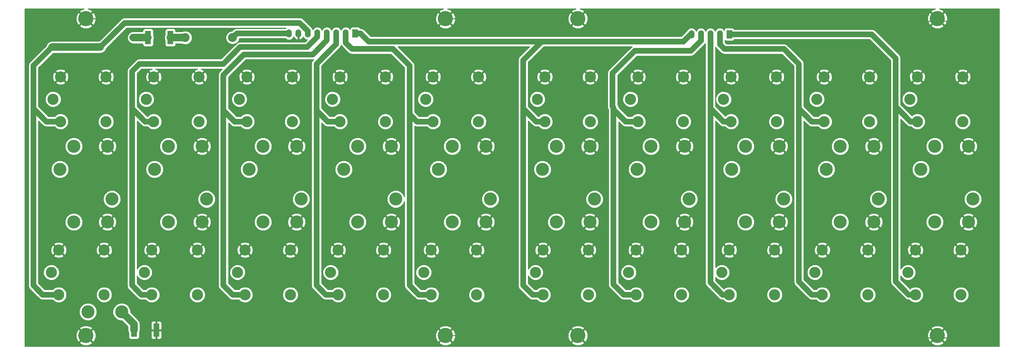
<source format=gtl>
G04 #@! TF.FileFunction,Copper,L1,Top,Signal*
%FSLAX46Y46*%
G04 Gerber Fmt 4.6, Leading zero omitted, Abs format (unit mm)*
G04 Created by KiCad (PCBNEW 4.0.6) date 08/11/17 10:43:16*
%MOMM*%
%LPD*%
G01*
G04 APERTURE LIST*
%ADD10C,0.100000*%
%ADD11C,3.000000*%
%ADD12C,4.064000*%
%ADD13C,3.500000*%
%ADD14R,1.600000X3.600000*%
%ADD15C,2.400000*%
%ADD16O,2.400000X2.400000*%
%ADD17O,1.524000X2.197100*%
%ADD18R,1.524000X2.197100*%
%ADD19C,0.600000*%
%ADD20C,2.000000*%
%ADD21C,0.250000*%
%ADD22C,1.500000*%
%ADD23C,0.254000*%
G04 APERTURE END LIST*
D10*
D11*
X248000000Y-101500000D03*
X248000000Y-113500000D03*
X235800000Y-113500000D03*
X235800000Y-101500000D03*
X233800000Y-107500000D03*
X173500000Y-55000000D03*
X173500000Y-67000000D03*
X161300000Y-67000000D03*
X161300000Y-55000000D03*
X159300000Y-61000000D03*
D12*
X38100000Y-39370000D03*
X38100000Y-124460000D03*
X266700000Y-39370000D03*
X266700000Y-124460000D03*
X134620000Y-124460000D03*
X134620000Y-39370000D03*
X170180000Y-39370000D03*
X170180000Y-124460000D03*
D13*
X31100000Y-79820000D03*
X45100000Y-87820000D03*
X56500000Y-79820000D03*
X70500000Y-87820000D03*
X81900000Y-79820000D03*
X95900000Y-87820000D03*
X107300000Y-79820000D03*
X121300000Y-87820000D03*
X132700000Y-79820000D03*
X146700000Y-87820000D03*
X160640000Y-79820000D03*
X174640000Y-87820000D03*
X186040000Y-79820000D03*
X200040000Y-87820000D03*
X211440000Y-79820000D03*
X225440000Y-87820000D03*
X236840000Y-79820000D03*
X250840000Y-87820000D03*
X262240000Y-79820000D03*
X276240000Y-87820000D03*
D14*
X57000000Y-123000000D03*
X51000000Y-123000000D03*
X54785000Y-44450000D03*
X60785000Y-44450000D03*
D13*
X47680000Y-118110000D03*
X38680000Y-118110000D03*
X34870000Y-93980000D03*
X43870000Y-93980000D03*
X34870000Y-73660000D03*
X43870000Y-73660000D03*
X60270000Y-93980000D03*
X69270000Y-93980000D03*
X60270000Y-73660000D03*
X69270000Y-73660000D03*
X85670000Y-93980000D03*
X94670000Y-93980000D03*
X85670000Y-73660000D03*
X94670000Y-73660000D03*
X111070000Y-93980000D03*
X120070000Y-93980000D03*
X111070000Y-73660000D03*
X120070000Y-73660000D03*
X136470000Y-93980000D03*
X145470000Y-93980000D03*
X136470000Y-73660000D03*
X145470000Y-73660000D03*
X164410000Y-93980000D03*
X173410000Y-93980000D03*
X164410000Y-73660000D03*
X173410000Y-73660000D03*
X189810000Y-93980000D03*
X198810000Y-93980000D03*
X189810000Y-73660000D03*
X198810000Y-73660000D03*
X215210000Y-93980000D03*
X224210000Y-93980000D03*
X215210000Y-73660000D03*
X224210000Y-73660000D03*
X240610000Y-93980000D03*
X249610000Y-93980000D03*
X240610000Y-73660000D03*
X249610000Y-73660000D03*
X266010000Y-93980000D03*
X275010000Y-93980000D03*
X266010000Y-73660000D03*
X275010000Y-73660000D03*
D15*
X64770000Y-44450000D03*
D16*
X77470000Y-44450000D03*
D17*
X95150000Y-43326200D03*
X100230000Y-43326200D03*
X102770000Y-43326200D03*
X105310000Y-43326200D03*
X92610000Y-43326200D03*
X97690000Y-43326200D03*
D18*
X110390000Y-43326200D03*
D17*
X107850000Y-43326200D03*
X205750000Y-43576200D03*
X200670000Y-43576200D03*
X203210000Y-43576200D03*
D18*
X210830000Y-43576200D03*
D17*
X208290000Y-43576200D03*
D11*
X43000000Y-101500000D03*
X43000000Y-113500000D03*
X30800000Y-113500000D03*
X30800000Y-101500000D03*
X28800000Y-107500000D03*
X43500000Y-55000000D03*
X43500000Y-67000000D03*
X31300000Y-67000000D03*
X31300000Y-55000000D03*
X29300000Y-61000000D03*
X68000000Y-101500000D03*
X68000000Y-113500000D03*
X55800000Y-113500000D03*
X55800000Y-101500000D03*
X53800000Y-107500000D03*
X68500000Y-55000000D03*
X68500000Y-67000000D03*
X56300000Y-67000000D03*
X56300000Y-55000000D03*
X54300000Y-61000000D03*
X93000000Y-101500000D03*
X93000000Y-113500000D03*
X80800000Y-113500000D03*
X80800000Y-101500000D03*
X78800000Y-107500000D03*
X93500000Y-55000000D03*
X93500000Y-67000000D03*
X81300000Y-67000000D03*
X81300000Y-55000000D03*
X79300000Y-61000000D03*
X118000000Y-101500000D03*
X118000000Y-113500000D03*
X105800000Y-113500000D03*
X105800000Y-101500000D03*
X103800000Y-107500000D03*
X118500000Y-55000000D03*
X118500000Y-67000000D03*
X106300000Y-67000000D03*
X106300000Y-55000000D03*
X104300000Y-61000000D03*
X143000000Y-101500000D03*
X143000000Y-113500000D03*
X130800000Y-113500000D03*
X130800000Y-101500000D03*
X128800000Y-107500000D03*
X143500000Y-55000000D03*
X143500000Y-67000000D03*
X131300000Y-67000000D03*
X131300000Y-55000000D03*
X129300000Y-61000000D03*
X173000000Y-101500000D03*
X173000000Y-113500000D03*
X160800000Y-113500000D03*
X160800000Y-101500000D03*
X158800000Y-107500000D03*
X198000000Y-101500000D03*
X198000000Y-113500000D03*
X185800000Y-113500000D03*
X185800000Y-101500000D03*
X183800000Y-107500000D03*
X198500000Y-55000000D03*
X198500000Y-67000000D03*
X186300000Y-67000000D03*
X186300000Y-55000000D03*
X184300000Y-61000000D03*
X223000000Y-101500000D03*
X223000000Y-113500000D03*
X210800000Y-113500000D03*
X210800000Y-101500000D03*
X208800000Y-107500000D03*
X223500000Y-55000000D03*
X223500000Y-67000000D03*
X211300000Y-67000000D03*
X211300000Y-55000000D03*
X209300000Y-61000000D03*
X248500000Y-55000000D03*
X248500000Y-67000000D03*
X236300000Y-67000000D03*
X236300000Y-55000000D03*
X234300000Y-61000000D03*
X273000000Y-101500000D03*
X273000000Y-113500000D03*
X260800000Y-113500000D03*
X260800000Y-101500000D03*
X258800000Y-107500000D03*
X273500000Y-55000000D03*
X273500000Y-67000000D03*
X261300000Y-67000000D03*
X261300000Y-55000000D03*
X259300000Y-61000000D03*
D19*
X129540000Y-38100000D03*
X119380000Y-38100000D03*
X106680000Y-38100000D03*
X93980000Y-38100000D03*
X81280000Y-38100000D03*
X68580000Y-38100000D03*
X55880000Y-38100000D03*
X45720000Y-38100000D03*
X160000000Y-40000000D03*
X150000000Y-40000000D03*
X140000000Y-40000000D03*
X270000000Y-40000000D03*
X260000000Y-40000000D03*
X250000000Y-40000000D03*
X240000000Y-40000000D03*
X230000000Y-40000000D03*
X220000000Y-40000000D03*
X210000000Y-40000000D03*
X200000000Y-40000000D03*
X190000000Y-40000000D03*
X180000000Y-40000000D03*
X280000000Y-115000000D03*
X280000000Y-105000000D03*
X280000000Y-95000000D03*
X280000000Y-85000000D03*
X280000000Y-75000000D03*
X280000000Y-65000000D03*
X280000000Y-55000000D03*
X280000000Y-45000000D03*
X180000000Y-125000000D03*
X190000000Y-125000000D03*
X200000000Y-125000000D03*
X210000000Y-125000000D03*
X220000000Y-125000000D03*
X230000000Y-125000000D03*
X240000000Y-125000000D03*
X250000000Y-125000000D03*
X260000000Y-125000000D03*
X270000000Y-125000000D03*
X145000000Y-125000000D03*
X155000000Y-125000000D03*
X165000000Y-125000000D03*
X50800000Y-44450000D03*
D20*
X51000000Y-123000000D02*
X51000000Y-121430000D01*
X51000000Y-121430000D02*
X47680000Y-118110000D01*
D21*
X38100000Y-39370000D02*
X44450000Y-39370000D01*
X106680000Y-38100000D02*
X119380000Y-38100000D01*
X81280000Y-38100000D02*
X93980000Y-38100000D01*
X55880000Y-38100000D02*
X68580000Y-38100000D01*
X44450000Y-39370000D02*
X45720000Y-38100000D01*
X120070000Y-93980000D02*
X120070000Y-94930000D01*
X94670000Y-93980000D02*
X94670000Y-95330000D01*
X69270000Y-93980000D02*
X69270000Y-95730000D01*
X43870000Y-93980000D02*
X43520000Y-93980000D01*
X160000000Y-40000000D02*
X150000000Y-40000000D01*
X140000000Y-40000000D02*
X139370000Y-39370000D01*
X139370000Y-39370000D02*
X134620000Y-39370000D01*
X270000000Y-40000000D02*
X260000000Y-40000000D01*
X250000000Y-40000000D02*
X240000000Y-40000000D01*
X230000000Y-40000000D02*
X220000000Y-40000000D01*
X210000000Y-40000000D02*
X200000000Y-40000000D01*
X190000000Y-40000000D02*
X180000000Y-40000000D01*
X280000000Y-115000000D02*
X280000000Y-105000000D01*
X280000000Y-95000000D02*
X280000000Y-85000000D01*
X280000000Y-75000000D02*
X280000000Y-65000000D01*
X280000000Y-55000000D02*
X280000000Y-45000000D01*
X180000000Y-125000000D02*
X190000000Y-125000000D01*
X200000000Y-125000000D02*
X210000000Y-125000000D01*
X220000000Y-125000000D02*
X230000000Y-125000000D01*
X240000000Y-125000000D02*
X250000000Y-125000000D01*
X260000000Y-125000000D02*
X270000000Y-125000000D01*
X134620000Y-124460000D02*
X144460000Y-124460000D01*
X144460000Y-124460000D02*
X145000000Y-125000000D01*
X155000000Y-125000000D02*
X165000000Y-125000000D01*
D20*
X64770000Y-44450000D02*
X60785000Y-44450000D01*
D22*
X31300000Y-67000000D02*
X27500000Y-67000000D01*
X27500000Y-67000000D02*
X24000000Y-63500000D01*
X24000000Y-63500000D02*
X24000000Y-111000000D01*
X26500000Y-113500000D02*
X30800000Y-113500000D01*
X24000000Y-111000000D02*
X26500000Y-113500000D01*
X97690000Y-43326200D02*
X97690000Y-42690000D01*
X97690000Y-42690000D02*
X95500000Y-40500000D01*
X95500000Y-40500000D02*
X48500000Y-40500000D01*
X48500000Y-40500000D02*
X42000000Y-47000000D01*
D20*
X42000000Y-47000000D02*
X29000000Y-47000000D01*
D22*
X29000000Y-47000000D02*
X24000000Y-52000000D01*
X24000000Y-52000000D02*
X24000000Y-63500000D01*
X56300000Y-67000000D02*
X54000000Y-67000000D01*
X54000000Y-67000000D02*
X50500000Y-63500000D01*
X56300000Y-67000000D02*
X55000000Y-67000000D01*
X50500000Y-62500000D02*
X50500000Y-63500000D01*
X100230000Y-44270000D02*
X97500000Y-47000000D01*
X97500000Y-47000000D02*
X79500000Y-47000000D01*
X79500000Y-47000000D02*
X75000000Y-51500000D01*
X75000000Y-51500000D02*
X52500000Y-51500000D01*
X52500000Y-51500000D02*
X50500000Y-53500000D01*
X50500000Y-53500000D02*
X50500000Y-62500000D01*
X50500000Y-63500000D02*
X50500000Y-111000000D01*
X53000000Y-113500000D02*
X55800000Y-113500000D01*
X50500000Y-111000000D02*
X53000000Y-113500000D01*
X100230000Y-43326200D02*
X100230000Y-44270000D01*
X81300000Y-67000000D02*
X78000000Y-67000000D01*
X78000000Y-67000000D02*
X75000000Y-64000000D01*
X75000000Y-64000000D02*
X75000000Y-111000000D01*
X77500000Y-113500000D02*
X80800000Y-113500000D01*
X75000000Y-111000000D02*
X77500000Y-113500000D01*
X102770000Y-45230000D02*
X102770000Y-43326200D01*
X99000000Y-49000000D02*
X102770000Y-45230000D01*
X80500000Y-49000000D02*
X99000000Y-49000000D01*
X75000000Y-54500000D02*
X80500000Y-49000000D01*
X75000000Y-64000000D02*
X75000000Y-54500000D01*
X106300000Y-67000000D02*
X103000000Y-67000000D01*
X103000000Y-67000000D02*
X100000000Y-64000000D01*
X100000000Y-64000000D02*
X100000000Y-111000000D01*
X102500000Y-113500000D02*
X105800000Y-113500000D01*
X100000000Y-111000000D02*
X102500000Y-113500000D01*
X105310000Y-43326200D02*
X105310000Y-46190000D01*
X100000000Y-51500000D02*
X100000000Y-64000000D01*
X105310000Y-46190000D02*
X100000000Y-51500000D01*
X131300000Y-67000000D02*
X127000000Y-67000000D01*
X127000000Y-67000000D02*
X125000000Y-65000000D01*
X125000000Y-65000000D02*
X125000000Y-111000000D01*
X127500000Y-113500000D02*
X130800000Y-113500000D01*
X125000000Y-111000000D02*
X127500000Y-113500000D01*
X107850000Y-43326200D02*
X107850000Y-45850000D01*
X125000000Y-52000000D02*
X125000000Y-65000000D01*
X120500000Y-47500000D02*
X125000000Y-52000000D01*
X109500000Y-47500000D02*
X120500000Y-47500000D01*
X107850000Y-45850000D02*
X109500000Y-47500000D01*
X161300000Y-67000000D02*
X159000000Y-67000000D01*
X159000000Y-67000000D02*
X155500000Y-63500000D01*
X155500000Y-62000000D02*
X155500000Y-63500000D01*
X160500000Y-45500000D02*
X155500000Y-50500000D01*
X155500000Y-50500000D02*
X155500000Y-62000000D01*
X155500000Y-63500000D02*
X155500000Y-65000000D01*
X158000000Y-113500000D02*
X160800000Y-113500000D01*
X155500000Y-111000000D02*
X158000000Y-113500000D01*
X155500000Y-65000000D02*
X155500000Y-111000000D01*
X160500000Y-45500000D02*
X114000000Y-45500000D01*
X111826200Y-43326200D02*
X110390000Y-43326200D01*
X114000000Y-45500000D02*
X111826200Y-43326200D01*
X200670000Y-43576200D02*
X200423800Y-43576200D01*
X200423800Y-43576200D02*
X198500000Y-45500000D01*
X198500000Y-45500000D02*
X160500000Y-45500000D01*
X186300000Y-67000000D02*
X183000000Y-67000000D01*
X183000000Y-67000000D02*
X179750000Y-63750000D01*
X179750000Y-63250000D02*
X179750000Y-63750000D01*
X203210000Y-43576200D02*
X203210000Y-45290000D01*
X179500000Y-63000000D02*
X179750000Y-63250000D01*
X179500000Y-54000000D02*
X179500000Y-63000000D01*
X185500000Y-48000000D02*
X179500000Y-54000000D01*
X200500000Y-48000000D02*
X185500000Y-48000000D01*
X203210000Y-45290000D02*
X200500000Y-48000000D01*
X179750000Y-63750000D02*
X179750000Y-110750000D01*
X182500000Y-113500000D02*
X185800000Y-113500000D01*
X179750000Y-110750000D02*
X182500000Y-113500000D01*
X203210000Y-43576200D02*
X203210000Y-43912750D01*
X211300000Y-67000000D02*
X209250000Y-67000000D01*
X209250000Y-67000000D02*
X205750000Y-63500000D01*
X205750000Y-63500000D02*
X205750000Y-110250000D01*
X209000000Y-113500000D02*
X210800000Y-113500000D01*
X205750000Y-110250000D02*
X209000000Y-113500000D01*
X205750000Y-43576200D02*
X205750000Y-63500000D01*
X236300000Y-67000000D02*
X233000000Y-67000000D01*
X233000000Y-67000000D02*
X229500000Y-63500000D01*
X229500000Y-63500000D02*
X229500000Y-110000000D01*
X233000000Y-113500000D02*
X235800000Y-113500000D01*
X229500000Y-110000000D02*
X233000000Y-113500000D01*
X208290000Y-43576200D02*
X208290000Y-46290000D01*
X229500000Y-51500000D02*
X229500000Y-63500000D01*
X225500000Y-47500000D02*
X229500000Y-51500000D01*
X209500000Y-47500000D02*
X225500000Y-47500000D01*
X208290000Y-46290000D02*
X209500000Y-47500000D01*
X261300000Y-67000000D02*
X259500000Y-67000000D01*
X259500000Y-67000000D02*
X255500000Y-63000000D01*
X255500000Y-63000000D02*
X255500000Y-64500000D01*
X255500000Y-64500000D02*
X255500000Y-110000000D01*
X259000000Y-113500000D02*
X260800000Y-113500000D01*
X255500000Y-110000000D02*
X259000000Y-113500000D01*
X210830000Y-43576200D02*
X249076200Y-43576200D01*
X255500000Y-50000000D02*
X255500000Y-63000000D01*
X249076200Y-43576200D02*
X255500000Y-50000000D01*
D20*
X54785000Y-44450000D02*
X50800000Y-44450000D01*
D22*
X92610000Y-43326200D02*
X78593800Y-43326200D01*
X78593800Y-43326200D02*
X77470000Y-44450000D01*
D23*
G36*
X36606154Y-37097832D02*
X36381484Y-37471879D01*
X38100000Y-39190395D01*
X39818516Y-37471879D01*
X39593846Y-37097832D01*
X38637442Y-36710000D01*
X134062461Y-36710000D01*
X133126154Y-37097832D01*
X132901484Y-37471879D01*
X134620000Y-39190395D01*
X136338516Y-37471879D01*
X136113846Y-37097832D01*
X135157442Y-36710000D01*
X169622461Y-36710000D01*
X168686154Y-37097832D01*
X168461484Y-37471879D01*
X170180000Y-39190395D01*
X171898516Y-37471879D01*
X171673846Y-37097832D01*
X170717442Y-36710000D01*
X266142461Y-36710000D01*
X265206154Y-37097832D01*
X264981484Y-37471879D01*
X266700000Y-39190395D01*
X268418516Y-37471879D01*
X268193846Y-37097832D01*
X267237442Y-36710000D01*
X283290000Y-36710000D01*
X283290000Y-127290000D01*
X21710000Y-127290000D01*
X21710000Y-126358121D01*
X36381484Y-126358121D01*
X36606154Y-126732168D01*
X37589388Y-127130880D01*
X38650357Y-127122975D01*
X39593846Y-126732168D01*
X39818516Y-126358121D01*
X132901484Y-126358121D01*
X133126154Y-126732168D01*
X134109388Y-127130880D01*
X135170357Y-127122975D01*
X136113846Y-126732168D01*
X136338516Y-126358121D01*
X168461484Y-126358121D01*
X168686154Y-126732168D01*
X169669388Y-127130880D01*
X170730357Y-127122975D01*
X171673846Y-126732168D01*
X171898516Y-126358121D01*
X264981484Y-126358121D01*
X265206154Y-126732168D01*
X266189388Y-127130880D01*
X267250357Y-127122975D01*
X268193846Y-126732168D01*
X268418516Y-126358121D01*
X266700000Y-124639605D01*
X264981484Y-126358121D01*
X171898516Y-126358121D01*
X170180000Y-124639605D01*
X168461484Y-126358121D01*
X136338516Y-126358121D01*
X134620000Y-124639605D01*
X132901484Y-126358121D01*
X39818516Y-126358121D01*
X38100000Y-124639605D01*
X36381484Y-126358121D01*
X21710000Y-126358121D01*
X21710000Y-123949388D01*
X35429120Y-123949388D01*
X35437025Y-125010357D01*
X35827832Y-125953846D01*
X36201879Y-126178516D01*
X37920395Y-124460000D01*
X38279605Y-124460000D01*
X39998121Y-126178516D01*
X40372168Y-125953846D01*
X40770880Y-124970612D01*
X40762975Y-123909643D01*
X40372168Y-122966154D01*
X39998121Y-122741484D01*
X38279605Y-124460000D01*
X37920395Y-124460000D01*
X36201879Y-122741484D01*
X35827832Y-122966154D01*
X35429120Y-123949388D01*
X21710000Y-123949388D01*
X21710000Y-122561879D01*
X36381484Y-122561879D01*
X38100000Y-124280395D01*
X39818516Y-122561879D01*
X39593846Y-122187832D01*
X38610612Y-121789120D01*
X37549643Y-121797025D01*
X36606154Y-122187832D01*
X36381484Y-122561879D01*
X21710000Y-122561879D01*
X21710000Y-118582325D01*
X36294587Y-118582325D01*
X36656916Y-119459229D01*
X37327242Y-120130726D01*
X38203513Y-120494585D01*
X39152325Y-120495413D01*
X40029229Y-120133084D01*
X40700726Y-119462758D01*
X41064585Y-118586487D01*
X41064588Y-118582325D01*
X45294587Y-118582325D01*
X45656916Y-119459229D01*
X46327242Y-120130726D01*
X47203513Y-120494585D01*
X47752824Y-120495064D01*
X49365000Y-122107240D01*
X49365000Y-123000000D01*
X49489457Y-123625687D01*
X49552560Y-123720128D01*
X49552560Y-124800000D01*
X49596838Y-125035317D01*
X49735910Y-125251441D01*
X49948110Y-125396431D01*
X50200000Y-125447440D01*
X51800000Y-125447440D01*
X52035317Y-125403162D01*
X52251441Y-125264090D01*
X52396431Y-125051890D01*
X52447440Y-124800000D01*
X52447440Y-123720128D01*
X52510543Y-123625687D01*
X52578160Y-123285750D01*
X55565000Y-123285750D01*
X55565000Y-124926309D01*
X55661673Y-125159698D01*
X55840301Y-125338327D01*
X56073690Y-125435000D01*
X56714250Y-125435000D01*
X56873000Y-125276250D01*
X56873000Y-123127000D01*
X57127000Y-123127000D01*
X57127000Y-125276250D01*
X57285750Y-125435000D01*
X57926310Y-125435000D01*
X58159699Y-125338327D01*
X58338327Y-125159698D01*
X58435000Y-124926309D01*
X58435000Y-123949388D01*
X131949120Y-123949388D01*
X131957025Y-125010357D01*
X132347832Y-125953846D01*
X132721879Y-126178516D01*
X134440395Y-124460000D01*
X134799605Y-124460000D01*
X136518121Y-126178516D01*
X136892168Y-125953846D01*
X137290880Y-124970612D01*
X137283272Y-123949388D01*
X167509120Y-123949388D01*
X167517025Y-125010357D01*
X167907832Y-125953846D01*
X168281879Y-126178516D01*
X170000395Y-124460000D01*
X170359605Y-124460000D01*
X172078121Y-126178516D01*
X172452168Y-125953846D01*
X172850880Y-124970612D01*
X172843272Y-123949388D01*
X264029120Y-123949388D01*
X264037025Y-125010357D01*
X264427832Y-125953846D01*
X264801879Y-126178516D01*
X266520395Y-124460000D01*
X266879605Y-124460000D01*
X268598121Y-126178516D01*
X268972168Y-125953846D01*
X269370880Y-124970612D01*
X269362975Y-123909643D01*
X268972168Y-122966154D01*
X268598121Y-122741484D01*
X266879605Y-124460000D01*
X266520395Y-124460000D01*
X264801879Y-122741484D01*
X264427832Y-122966154D01*
X264029120Y-123949388D01*
X172843272Y-123949388D01*
X172842975Y-123909643D01*
X172452168Y-122966154D01*
X172078121Y-122741484D01*
X170359605Y-124460000D01*
X170000395Y-124460000D01*
X168281879Y-122741484D01*
X167907832Y-122966154D01*
X167509120Y-123949388D01*
X137283272Y-123949388D01*
X137282975Y-123909643D01*
X136892168Y-122966154D01*
X136518121Y-122741484D01*
X134799605Y-124460000D01*
X134440395Y-124460000D01*
X132721879Y-122741484D01*
X132347832Y-122966154D01*
X131949120Y-123949388D01*
X58435000Y-123949388D01*
X58435000Y-123285750D01*
X58276250Y-123127000D01*
X57127000Y-123127000D01*
X56873000Y-123127000D01*
X55723750Y-123127000D01*
X55565000Y-123285750D01*
X52578160Y-123285750D01*
X52635000Y-123000000D01*
X52635000Y-121430005D01*
X52635001Y-121430000D01*
X52564127Y-121073691D01*
X55565000Y-121073691D01*
X55565000Y-122714250D01*
X55723750Y-122873000D01*
X56873000Y-122873000D01*
X56873000Y-120723750D01*
X57127000Y-120723750D01*
X57127000Y-122873000D01*
X58276250Y-122873000D01*
X58435000Y-122714250D01*
X58435000Y-122561879D01*
X132901484Y-122561879D01*
X134620000Y-124280395D01*
X136338516Y-122561879D01*
X168461484Y-122561879D01*
X170180000Y-124280395D01*
X171898516Y-122561879D01*
X264981484Y-122561879D01*
X266700000Y-124280395D01*
X268418516Y-122561879D01*
X268193846Y-122187832D01*
X267210612Y-121789120D01*
X266149643Y-121797025D01*
X265206154Y-122187832D01*
X264981484Y-122561879D01*
X171898516Y-122561879D01*
X171673846Y-122187832D01*
X170690612Y-121789120D01*
X169629643Y-121797025D01*
X168686154Y-122187832D01*
X168461484Y-122561879D01*
X136338516Y-122561879D01*
X136113846Y-122187832D01*
X135130612Y-121789120D01*
X134069643Y-121797025D01*
X133126154Y-122187832D01*
X132901484Y-122561879D01*
X58435000Y-122561879D01*
X58435000Y-121073691D01*
X58338327Y-120840302D01*
X58159699Y-120661673D01*
X57926310Y-120565000D01*
X57285750Y-120565000D01*
X57127000Y-120723750D01*
X56873000Y-120723750D01*
X56714250Y-120565000D01*
X56073690Y-120565000D01*
X55840301Y-120661673D01*
X55661673Y-120840302D01*
X55565000Y-121073691D01*
X52564127Y-121073691D01*
X52510543Y-120804312D01*
X52156120Y-120273880D01*
X50064937Y-118182697D01*
X50065413Y-117637675D01*
X49703084Y-116760771D01*
X49032758Y-116089274D01*
X48156487Y-115725415D01*
X47207675Y-115724587D01*
X46330771Y-116086916D01*
X45659274Y-116757242D01*
X45295415Y-117633513D01*
X45294587Y-118582325D01*
X41064588Y-118582325D01*
X41065413Y-117637675D01*
X40703084Y-116760771D01*
X40032758Y-116089274D01*
X39156487Y-115725415D01*
X38207675Y-115724587D01*
X37330771Y-116086916D01*
X36659274Y-116757242D01*
X36295415Y-117633513D01*
X36294587Y-118582325D01*
X21710000Y-118582325D01*
X21710000Y-52000000D01*
X22615000Y-52000000D01*
X22615000Y-111000000D01*
X22720427Y-111530017D01*
X23020657Y-111979343D01*
X25520657Y-114479343D01*
X25969983Y-114779573D01*
X26500000Y-114885000D01*
X29165871Y-114885000D01*
X29589041Y-115308909D01*
X30373459Y-115634628D01*
X31222815Y-115635370D01*
X32007800Y-115311020D01*
X32608909Y-114710959D01*
X32934628Y-113926541D01*
X32934631Y-113922815D01*
X40864630Y-113922815D01*
X41188980Y-114707800D01*
X41789041Y-115308909D01*
X42573459Y-115634628D01*
X43422815Y-115635370D01*
X44207800Y-115311020D01*
X44808909Y-114710959D01*
X45134628Y-113926541D01*
X45135370Y-113077185D01*
X44811020Y-112292200D01*
X44210959Y-111691091D01*
X43426541Y-111365372D01*
X42577185Y-111364630D01*
X41792200Y-111688980D01*
X41191091Y-112289041D01*
X40865372Y-113073459D01*
X40864630Y-113922815D01*
X32934631Y-113922815D01*
X32935370Y-113077185D01*
X32611020Y-112292200D01*
X32010959Y-111691091D01*
X31226541Y-111365372D01*
X30377185Y-111364630D01*
X29592200Y-111688980D01*
X29165436Y-112115000D01*
X27073686Y-112115000D01*
X25385000Y-110426314D01*
X25385000Y-107922815D01*
X26664630Y-107922815D01*
X26988980Y-108707800D01*
X27589041Y-109308909D01*
X28373459Y-109634628D01*
X29222815Y-109635370D01*
X30007800Y-109311020D01*
X30608909Y-108710959D01*
X30934628Y-107926541D01*
X30935370Y-107077185D01*
X30611020Y-106292200D01*
X30010959Y-105691091D01*
X29226541Y-105365372D01*
X28377185Y-105364630D01*
X27592200Y-105688980D01*
X26991091Y-106289041D01*
X26665372Y-107073459D01*
X26664630Y-107922815D01*
X25385000Y-107922815D01*
X25385000Y-103013970D01*
X29465635Y-103013970D01*
X29625418Y-103332739D01*
X30416187Y-103642723D01*
X31265387Y-103626497D01*
X31974582Y-103332739D01*
X32134365Y-103013970D01*
X41665635Y-103013970D01*
X41825418Y-103332739D01*
X42616187Y-103642723D01*
X43465387Y-103626497D01*
X44174582Y-103332739D01*
X44334365Y-103013970D01*
X43000000Y-101679605D01*
X41665635Y-103013970D01*
X32134365Y-103013970D01*
X30800000Y-101679605D01*
X29465635Y-103013970D01*
X25385000Y-103013970D01*
X25385000Y-101116187D01*
X28657277Y-101116187D01*
X28673503Y-101965387D01*
X28967261Y-102674582D01*
X29286030Y-102834365D01*
X30620395Y-101500000D01*
X30979605Y-101500000D01*
X32313970Y-102834365D01*
X32632739Y-102674582D01*
X32942723Y-101883813D01*
X32928056Y-101116187D01*
X40857277Y-101116187D01*
X40873503Y-101965387D01*
X41167261Y-102674582D01*
X41486030Y-102834365D01*
X42820395Y-101500000D01*
X43179605Y-101500000D01*
X44513970Y-102834365D01*
X44832739Y-102674582D01*
X45142723Y-101883813D01*
X45126497Y-101034613D01*
X44832739Y-100325418D01*
X44513970Y-100165635D01*
X43179605Y-101500000D01*
X42820395Y-101500000D01*
X41486030Y-100165635D01*
X41167261Y-100325418D01*
X40857277Y-101116187D01*
X32928056Y-101116187D01*
X32926497Y-101034613D01*
X32632739Y-100325418D01*
X32313970Y-100165635D01*
X30979605Y-101500000D01*
X30620395Y-101500000D01*
X29286030Y-100165635D01*
X28967261Y-100325418D01*
X28657277Y-101116187D01*
X25385000Y-101116187D01*
X25385000Y-99986030D01*
X29465635Y-99986030D01*
X30800000Y-101320395D01*
X32134365Y-99986030D01*
X41665635Y-99986030D01*
X43000000Y-101320395D01*
X44334365Y-99986030D01*
X44174582Y-99667261D01*
X43383813Y-99357277D01*
X42534613Y-99373503D01*
X41825418Y-99667261D01*
X41665635Y-99986030D01*
X32134365Y-99986030D01*
X31974582Y-99667261D01*
X31183813Y-99357277D01*
X30334613Y-99373503D01*
X29625418Y-99667261D01*
X29465635Y-99986030D01*
X25385000Y-99986030D01*
X25385000Y-94452325D01*
X32484587Y-94452325D01*
X32846916Y-95329229D01*
X33517242Y-96000726D01*
X34393513Y-96364585D01*
X35342325Y-96365413D01*
X36219229Y-96003084D01*
X36548358Y-95674528D01*
X42355077Y-95674528D01*
X42545364Y-96019271D01*
X43426591Y-96370956D01*
X44375323Y-96358641D01*
X45194636Y-96019271D01*
X45384923Y-95674528D01*
X43870000Y-94159605D01*
X42355077Y-95674528D01*
X36548358Y-95674528D01*
X36890726Y-95332758D01*
X37254585Y-94456487D01*
X37255387Y-93536591D01*
X41479044Y-93536591D01*
X41491359Y-94485323D01*
X41830729Y-95304636D01*
X42175472Y-95494923D01*
X43690395Y-93980000D01*
X44049605Y-93980000D01*
X45564528Y-95494923D01*
X45909271Y-95304636D01*
X46260956Y-94423409D01*
X46248641Y-93474677D01*
X45909271Y-92655364D01*
X45564528Y-92465077D01*
X44049605Y-93980000D01*
X43690395Y-93980000D01*
X42175472Y-92465077D01*
X41830729Y-92655364D01*
X41479044Y-93536591D01*
X37255387Y-93536591D01*
X37255413Y-93507675D01*
X36893084Y-92630771D01*
X36548388Y-92285472D01*
X42355077Y-92285472D01*
X43870000Y-93800395D01*
X45384923Y-92285472D01*
X45194636Y-91940729D01*
X44313409Y-91589044D01*
X43364677Y-91601359D01*
X42545364Y-91940729D01*
X42355077Y-92285472D01*
X36548388Y-92285472D01*
X36222758Y-91959274D01*
X35346487Y-91595415D01*
X34397675Y-91594587D01*
X33520771Y-91956916D01*
X32849274Y-92627242D01*
X32485415Y-93503513D01*
X32484587Y-94452325D01*
X25385000Y-94452325D01*
X25385000Y-88292325D01*
X42714587Y-88292325D01*
X43076916Y-89169229D01*
X43747242Y-89840726D01*
X44623513Y-90204585D01*
X45572325Y-90205413D01*
X46449229Y-89843084D01*
X47120726Y-89172758D01*
X47484585Y-88296487D01*
X47485413Y-87347675D01*
X47123084Y-86470771D01*
X46452758Y-85799274D01*
X45576487Y-85435415D01*
X44627675Y-85434587D01*
X43750771Y-85796916D01*
X43079274Y-86467242D01*
X42715415Y-87343513D01*
X42714587Y-88292325D01*
X25385000Y-88292325D01*
X25385000Y-80292325D01*
X28714587Y-80292325D01*
X29076916Y-81169229D01*
X29747242Y-81840726D01*
X30623513Y-82204585D01*
X31572325Y-82205413D01*
X32449229Y-81843084D01*
X33120726Y-81172758D01*
X33484585Y-80296487D01*
X33485413Y-79347675D01*
X33123084Y-78470771D01*
X32452758Y-77799274D01*
X31576487Y-77435415D01*
X30627675Y-77434587D01*
X29750771Y-77796916D01*
X29079274Y-78467242D01*
X28715415Y-79343513D01*
X28714587Y-80292325D01*
X25385000Y-80292325D01*
X25385000Y-74132325D01*
X32484587Y-74132325D01*
X32846916Y-75009229D01*
X33517242Y-75680726D01*
X34393513Y-76044585D01*
X35342325Y-76045413D01*
X36219229Y-75683084D01*
X36548358Y-75354528D01*
X42355077Y-75354528D01*
X42545364Y-75699271D01*
X43426591Y-76050956D01*
X44375323Y-76038641D01*
X45194636Y-75699271D01*
X45384923Y-75354528D01*
X43870000Y-73839605D01*
X42355077Y-75354528D01*
X36548358Y-75354528D01*
X36890726Y-75012758D01*
X37254585Y-74136487D01*
X37255387Y-73216591D01*
X41479044Y-73216591D01*
X41491359Y-74165323D01*
X41830729Y-74984636D01*
X42175472Y-75174923D01*
X43690395Y-73660000D01*
X44049605Y-73660000D01*
X45564528Y-75174923D01*
X45909271Y-74984636D01*
X46260956Y-74103409D01*
X46248641Y-73154677D01*
X45909271Y-72335364D01*
X45564528Y-72145077D01*
X44049605Y-73660000D01*
X43690395Y-73660000D01*
X42175472Y-72145077D01*
X41830729Y-72335364D01*
X41479044Y-73216591D01*
X37255387Y-73216591D01*
X37255413Y-73187675D01*
X36893084Y-72310771D01*
X36548388Y-71965472D01*
X42355077Y-71965472D01*
X43870000Y-73480395D01*
X45384923Y-71965472D01*
X45194636Y-71620729D01*
X44313409Y-71269044D01*
X43364677Y-71281359D01*
X42545364Y-71620729D01*
X42355077Y-71965472D01*
X36548388Y-71965472D01*
X36222758Y-71639274D01*
X35346487Y-71275415D01*
X34397675Y-71274587D01*
X33520771Y-71636916D01*
X32849274Y-72307242D01*
X32485415Y-73183513D01*
X32484587Y-74132325D01*
X25385000Y-74132325D01*
X25385000Y-66843686D01*
X26520657Y-67979343D01*
X26969983Y-68279573D01*
X27500000Y-68385000D01*
X29665871Y-68385000D01*
X30089041Y-68808909D01*
X30873459Y-69134628D01*
X31722815Y-69135370D01*
X32507800Y-68811020D01*
X33108909Y-68210959D01*
X33434628Y-67426541D01*
X33434631Y-67422815D01*
X41364630Y-67422815D01*
X41688980Y-68207800D01*
X42289041Y-68808909D01*
X43073459Y-69134628D01*
X43922815Y-69135370D01*
X44707800Y-68811020D01*
X45308909Y-68210959D01*
X45634628Y-67426541D01*
X45635370Y-66577185D01*
X45311020Y-65792200D01*
X44710959Y-65191091D01*
X43926541Y-64865372D01*
X43077185Y-64864630D01*
X42292200Y-65188980D01*
X41691091Y-65789041D01*
X41365372Y-66573459D01*
X41364630Y-67422815D01*
X33434631Y-67422815D01*
X33435370Y-66577185D01*
X33111020Y-65792200D01*
X32510959Y-65191091D01*
X31726541Y-64865372D01*
X30877185Y-64864630D01*
X30092200Y-65188980D01*
X29665436Y-65615000D01*
X28073686Y-65615000D01*
X25385000Y-62926314D01*
X25385000Y-61422815D01*
X27164630Y-61422815D01*
X27488980Y-62207800D01*
X28089041Y-62808909D01*
X28873459Y-63134628D01*
X29722815Y-63135370D01*
X30507800Y-62811020D01*
X31108909Y-62210959D01*
X31434628Y-61426541D01*
X31435370Y-60577185D01*
X31111020Y-59792200D01*
X30510959Y-59191091D01*
X29726541Y-58865372D01*
X28877185Y-58864630D01*
X28092200Y-59188980D01*
X27491091Y-59789041D01*
X27165372Y-60573459D01*
X27164630Y-61422815D01*
X25385000Y-61422815D01*
X25385000Y-56513970D01*
X29965635Y-56513970D01*
X30125418Y-56832739D01*
X30916187Y-57142723D01*
X31765387Y-57126497D01*
X32474582Y-56832739D01*
X32634365Y-56513970D01*
X42165635Y-56513970D01*
X42325418Y-56832739D01*
X43116187Y-57142723D01*
X43965387Y-57126497D01*
X44674582Y-56832739D01*
X44834365Y-56513970D01*
X43500000Y-55179605D01*
X42165635Y-56513970D01*
X32634365Y-56513970D01*
X31300000Y-55179605D01*
X29965635Y-56513970D01*
X25385000Y-56513970D01*
X25385000Y-54616187D01*
X29157277Y-54616187D01*
X29173503Y-55465387D01*
X29467261Y-56174582D01*
X29786030Y-56334365D01*
X31120395Y-55000000D01*
X31479605Y-55000000D01*
X32813970Y-56334365D01*
X33132739Y-56174582D01*
X33442723Y-55383813D01*
X33428056Y-54616187D01*
X41357277Y-54616187D01*
X41373503Y-55465387D01*
X41667261Y-56174582D01*
X41986030Y-56334365D01*
X43320395Y-55000000D01*
X43679605Y-55000000D01*
X45013970Y-56334365D01*
X45332739Y-56174582D01*
X45642723Y-55383813D01*
X45626497Y-54534613D01*
X45332739Y-53825418D01*
X45013970Y-53665635D01*
X43679605Y-55000000D01*
X43320395Y-55000000D01*
X41986030Y-53665635D01*
X41667261Y-53825418D01*
X41357277Y-54616187D01*
X33428056Y-54616187D01*
X33426497Y-54534613D01*
X33132739Y-53825418D01*
X32813970Y-53665635D01*
X31479605Y-55000000D01*
X31120395Y-55000000D01*
X29786030Y-53665635D01*
X29467261Y-53825418D01*
X29157277Y-54616187D01*
X25385000Y-54616187D01*
X25385000Y-53486030D01*
X29965635Y-53486030D01*
X31300000Y-54820395D01*
X32634365Y-53486030D01*
X42165635Y-53486030D01*
X43500000Y-54820395D01*
X44834365Y-53486030D01*
X44674582Y-53167261D01*
X43883813Y-52857277D01*
X43034613Y-52873503D01*
X42325418Y-53167261D01*
X42165635Y-53486030D01*
X32634365Y-53486030D01*
X32474582Y-53167261D01*
X31683813Y-52857277D01*
X30834613Y-52873503D01*
X30125418Y-53167261D01*
X29965635Y-53486030D01*
X25385000Y-53486030D01*
X25385000Y-52573686D01*
X29323686Y-48635000D01*
X42000000Y-48635000D01*
X42625687Y-48510543D01*
X43156120Y-48156120D01*
X43510543Y-47625687D01*
X43554628Y-47404058D01*
X46508686Y-44450000D01*
X49165000Y-44450000D01*
X49289457Y-45075687D01*
X49643880Y-45606120D01*
X50174313Y-45960543D01*
X50800000Y-46085000D01*
X53337560Y-46085000D01*
X53337560Y-46250000D01*
X53381838Y-46485317D01*
X53520910Y-46701441D01*
X53733110Y-46846431D01*
X53985000Y-46897440D01*
X55585000Y-46897440D01*
X55820317Y-46853162D01*
X56036441Y-46714090D01*
X56181431Y-46501890D01*
X56232440Y-46250000D01*
X56232440Y-45170128D01*
X56295543Y-45075687D01*
X56420000Y-44450000D01*
X59150000Y-44450000D01*
X59274457Y-45075687D01*
X59337560Y-45170128D01*
X59337560Y-46250000D01*
X59381838Y-46485317D01*
X59520910Y-46701441D01*
X59733110Y-46846431D01*
X59985000Y-46897440D01*
X61585000Y-46897440D01*
X61820317Y-46853162D01*
X62036441Y-46714090D01*
X62181431Y-46501890D01*
X62232440Y-46250000D01*
X62232440Y-46085000D01*
X63922510Y-46085000D01*
X64403395Y-46284681D01*
X65133403Y-46285318D01*
X65808086Y-46006545D01*
X66324730Y-45490801D01*
X66604681Y-44816605D01*
X66605318Y-44086597D01*
X66326545Y-43411914D01*
X65810801Y-42895270D01*
X65136605Y-42615319D01*
X64406597Y-42614682D01*
X63921790Y-42815000D01*
X62232440Y-42815000D01*
X62232440Y-42650000D01*
X62188162Y-42414683D01*
X62049090Y-42198559D01*
X61836890Y-42053569D01*
X61585000Y-42002560D01*
X59985000Y-42002560D01*
X59749683Y-42046838D01*
X59533559Y-42185910D01*
X59388569Y-42398110D01*
X59337560Y-42650000D01*
X59337560Y-43729872D01*
X59274457Y-43824313D01*
X59150000Y-44450000D01*
X56420000Y-44450000D01*
X56295543Y-43824313D01*
X56232440Y-43729872D01*
X56232440Y-42650000D01*
X56188162Y-42414683D01*
X56049090Y-42198559D01*
X55836890Y-42053569D01*
X55585000Y-42002560D01*
X53985000Y-42002560D01*
X53749683Y-42046838D01*
X53533559Y-42185910D01*
X53388569Y-42398110D01*
X53337560Y-42650000D01*
X53337560Y-42815000D01*
X50800000Y-42815000D01*
X50174313Y-42939457D01*
X49643880Y-43293880D01*
X49289457Y-43824313D01*
X49165000Y-44450000D01*
X46508686Y-44450000D01*
X49073686Y-41885000D01*
X91746180Y-41885000D01*
X91662071Y-41941200D01*
X78593800Y-41941200D01*
X78063783Y-42046627D01*
X77689632Y-42296627D01*
X77614457Y-42346857D01*
X77324529Y-42636785D01*
X76731826Y-42754681D01*
X76136509Y-43152459D01*
X75738731Y-43747776D01*
X75599050Y-44450000D01*
X75738731Y-45152224D01*
X76136509Y-45747541D01*
X76731826Y-46145319D01*
X77434050Y-46285000D01*
X77505950Y-46285000D01*
X78208174Y-46145319D01*
X78803491Y-45747541D01*
X79201269Y-45152224D01*
X79288994Y-44711200D01*
X91662071Y-44711200D01*
X92075391Y-44987372D01*
X92610000Y-45093712D01*
X93144609Y-44987372D01*
X93597828Y-44684540D01*
X93888642Y-44249307D01*
X93907941Y-44314691D01*
X94251974Y-44740380D01*
X94732723Y-45002010D01*
X94806930Y-45016970D01*
X95023000Y-44894470D01*
X95023000Y-43453200D01*
X95003000Y-43453200D01*
X95003000Y-43199200D01*
X95023000Y-43199200D01*
X95023000Y-43179200D01*
X95277000Y-43179200D01*
X95277000Y-43199200D01*
X95297000Y-43199200D01*
X95297000Y-43453200D01*
X95277000Y-43453200D01*
X95277000Y-44894470D01*
X95493070Y-45016970D01*
X95567277Y-45002010D01*
X96048026Y-44740380D01*
X96392059Y-44314691D01*
X96411358Y-44249307D01*
X96702172Y-44684540D01*
X97155391Y-44987372D01*
X97487818Y-45053496D01*
X96926314Y-45615000D01*
X79500000Y-45615000D01*
X78969983Y-45720427D01*
X78610624Y-45960543D01*
X78520657Y-46020657D01*
X74426314Y-50115000D01*
X52500000Y-50115000D01*
X51969983Y-50220427D01*
X51551572Y-50500000D01*
X51520657Y-50520657D01*
X49520657Y-52520657D01*
X49220427Y-52969983D01*
X49115000Y-53500000D01*
X49115000Y-111000000D01*
X49220427Y-111530017D01*
X49520657Y-111979343D01*
X52020657Y-114479343D01*
X52469983Y-114779573D01*
X53000000Y-114885000D01*
X54165871Y-114885000D01*
X54589041Y-115308909D01*
X55373459Y-115634628D01*
X56222815Y-115635370D01*
X57007800Y-115311020D01*
X57608909Y-114710959D01*
X57934628Y-113926541D01*
X57934631Y-113922815D01*
X65864630Y-113922815D01*
X66188980Y-114707800D01*
X66789041Y-115308909D01*
X67573459Y-115634628D01*
X68422815Y-115635370D01*
X69207800Y-115311020D01*
X69808909Y-114710959D01*
X70134628Y-113926541D01*
X70135370Y-113077185D01*
X69811020Y-112292200D01*
X69210959Y-111691091D01*
X68426541Y-111365372D01*
X67577185Y-111364630D01*
X66792200Y-111688980D01*
X66191091Y-112289041D01*
X65865372Y-113073459D01*
X65864630Y-113922815D01*
X57934631Y-113922815D01*
X57935370Y-113077185D01*
X57611020Y-112292200D01*
X57010959Y-111691091D01*
X56226541Y-111365372D01*
X55377185Y-111364630D01*
X54592200Y-111688980D01*
X54165436Y-112115000D01*
X53573686Y-112115000D01*
X51885000Y-110426314D01*
X51885000Y-108456150D01*
X51988980Y-108707800D01*
X52589041Y-109308909D01*
X53373459Y-109634628D01*
X54222815Y-109635370D01*
X55007800Y-109311020D01*
X55608909Y-108710959D01*
X55934628Y-107926541D01*
X55935370Y-107077185D01*
X55611020Y-106292200D01*
X55010959Y-105691091D01*
X54226541Y-105365372D01*
X53377185Y-105364630D01*
X52592200Y-105688980D01*
X51991091Y-106289041D01*
X51885000Y-106544536D01*
X51885000Y-103013970D01*
X54465635Y-103013970D01*
X54625418Y-103332739D01*
X55416187Y-103642723D01*
X56265387Y-103626497D01*
X56974582Y-103332739D01*
X57134365Y-103013970D01*
X66665635Y-103013970D01*
X66825418Y-103332739D01*
X67616187Y-103642723D01*
X68465387Y-103626497D01*
X69174582Y-103332739D01*
X69334365Y-103013970D01*
X68000000Y-101679605D01*
X66665635Y-103013970D01*
X57134365Y-103013970D01*
X55800000Y-101679605D01*
X54465635Y-103013970D01*
X51885000Y-103013970D01*
X51885000Y-101116187D01*
X53657277Y-101116187D01*
X53673503Y-101965387D01*
X53967261Y-102674582D01*
X54286030Y-102834365D01*
X55620395Y-101500000D01*
X55979605Y-101500000D01*
X57313970Y-102834365D01*
X57632739Y-102674582D01*
X57942723Y-101883813D01*
X57928056Y-101116187D01*
X65857277Y-101116187D01*
X65873503Y-101965387D01*
X66167261Y-102674582D01*
X66486030Y-102834365D01*
X67820395Y-101500000D01*
X68179605Y-101500000D01*
X69513970Y-102834365D01*
X69832739Y-102674582D01*
X70142723Y-101883813D01*
X70126497Y-101034613D01*
X69832739Y-100325418D01*
X69513970Y-100165635D01*
X68179605Y-101500000D01*
X67820395Y-101500000D01*
X66486030Y-100165635D01*
X66167261Y-100325418D01*
X65857277Y-101116187D01*
X57928056Y-101116187D01*
X57926497Y-101034613D01*
X57632739Y-100325418D01*
X57313970Y-100165635D01*
X55979605Y-101500000D01*
X55620395Y-101500000D01*
X54286030Y-100165635D01*
X53967261Y-100325418D01*
X53657277Y-101116187D01*
X51885000Y-101116187D01*
X51885000Y-99986030D01*
X54465635Y-99986030D01*
X55800000Y-101320395D01*
X57134365Y-99986030D01*
X66665635Y-99986030D01*
X68000000Y-101320395D01*
X69334365Y-99986030D01*
X69174582Y-99667261D01*
X68383813Y-99357277D01*
X67534613Y-99373503D01*
X66825418Y-99667261D01*
X66665635Y-99986030D01*
X57134365Y-99986030D01*
X56974582Y-99667261D01*
X56183813Y-99357277D01*
X55334613Y-99373503D01*
X54625418Y-99667261D01*
X54465635Y-99986030D01*
X51885000Y-99986030D01*
X51885000Y-94452325D01*
X57884587Y-94452325D01*
X58246916Y-95329229D01*
X58917242Y-96000726D01*
X59793513Y-96364585D01*
X60742325Y-96365413D01*
X61619229Y-96003084D01*
X61948358Y-95674528D01*
X67755077Y-95674528D01*
X67945364Y-96019271D01*
X68826591Y-96370956D01*
X69775323Y-96358641D01*
X70594636Y-96019271D01*
X70784923Y-95674528D01*
X69270000Y-94159605D01*
X67755077Y-95674528D01*
X61948358Y-95674528D01*
X62290726Y-95332758D01*
X62654585Y-94456487D01*
X62655387Y-93536591D01*
X66879044Y-93536591D01*
X66891359Y-94485323D01*
X67230729Y-95304636D01*
X67575472Y-95494923D01*
X69090395Y-93980000D01*
X69449605Y-93980000D01*
X70964528Y-95494923D01*
X71309271Y-95304636D01*
X71660956Y-94423409D01*
X71648641Y-93474677D01*
X71309271Y-92655364D01*
X70964528Y-92465077D01*
X69449605Y-93980000D01*
X69090395Y-93980000D01*
X67575472Y-92465077D01*
X67230729Y-92655364D01*
X66879044Y-93536591D01*
X62655387Y-93536591D01*
X62655413Y-93507675D01*
X62293084Y-92630771D01*
X61948388Y-92285472D01*
X67755077Y-92285472D01*
X69270000Y-93800395D01*
X70784923Y-92285472D01*
X70594636Y-91940729D01*
X69713409Y-91589044D01*
X68764677Y-91601359D01*
X67945364Y-91940729D01*
X67755077Y-92285472D01*
X61948388Y-92285472D01*
X61622758Y-91959274D01*
X60746487Y-91595415D01*
X59797675Y-91594587D01*
X58920771Y-91956916D01*
X58249274Y-92627242D01*
X57885415Y-93503513D01*
X57884587Y-94452325D01*
X51885000Y-94452325D01*
X51885000Y-88292325D01*
X68114587Y-88292325D01*
X68476916Y-89169229D01*
X69147242Y-89840726D01*
X70023513Y-90204585D01*
X70972325Y-90205413D01*
X71849229Y-89843084D01*
X72520726Y-89172758D01*
X72884585Y-88296487D01*
X72885413Y-87347675D01*
X72523084Y-86470771D01*
X71852758Y-85799274D01*
X70976487Y-85435415D01*
X70027675Y-85434587D01*
X69150771Y-85796916D01*
X68479274Y-86467242D01*
X68115415Y-87343513D01*
X68114587Y-88292325D01*
X51885000Y-88292325D01*
X51885000Y-80292325D01*
X54114587Y-80292325D01*
X54476916Y-81169229D01*
X55147242Y-81840726D01*
X56023513Y-82204585D01*
X56972325Y-82205413D01*
X57849229Y-81843084D01*
X58520726Y-81172758D01*
X58884585Y-80296487D01*
X58885413Y-79347675D01*
X58523084Y-78470771D01*
X57852758Y-77799274D01*
X56976487Y-77435415D01*
X56027675Y-77434587D01*
X55150771Y-77796916D01*
X54479274Y-78467242D01*
X54115415Y-79343513D01*
X54114587Y-80292325D01*
X51885000Y-80292325D01*
X51885000Y-74132325D01*
X57884587Y-74132325D01*
X58246916Y-75009229D01*
X58917242Y-75680726D01*
X59793513Y-76044585D01*
X60742325Y-76045413D01*
X61619229Y-75683084D01*
X61948358Y-75354528D01*
X67755077Y-75354528D01*
X67945364Y-75699271D01*
X68826591Y-76050956D01*
X69775323Y-76038641D01*
X70594636Y-75699271D01*
X70784923Y-75354528D01*
X69270000Y-73839605D01*
X67755077Y-75354528D01*
X61948358Y-75354528D01*
X62290726Y-75012758D01*
X62654585Y-74136487D01*
X62655387Y-73216591D01*
X66879044Y-73216591D01*
X66891359Y-74165323D01*
X67230729Y-74984636D01*
X67575472Y-75174923D01*
X69090395Y-73660000D01*
X69449605Y-73660000D01*
X70964528Y-75174923D01*
X71309271Y-74984636D01*
X71660956Y-74103409D01*
X71648641Y-73154677D01*
X71309271Y-72335364D01*
X70964528Y-72145077D01*
X69449605Y-73660000D01*
X69090395Y-73660000D01*
X67575472Y-72145077D01*
X67230729Y-72335364D01*
X66879044Y-73216591D01*
X62655387Y-73216591D01*
X62655413Y-73187675D01*
X62293084Y-72310771D01*
X61948388Y-71965472D01*
X67755077Y-71965472D01*
X69270000Y-73480395D01*
X70784923Y-71965472D01*
X70594636Y-71620729D01*
X69713409Y-71269044D01*
X68764677Y-71281359D01*
X67945364Y-71620729D01*
X67755077Y-71965472D01*
X61948388Y-71965472D01*
X61622758Y-71639274D01*
X60746487Y-71275415D01*
X59797675Y-71274587D01*
X58920771Y-71636916D01*
X58249274Y-72307242D01*
X57885415Y-73183513D01*
X57884587Y-74132325D01*
X51885000Y-74132325D01*
X51885000Y-66843686D01*
X53020657Y-67979343D01*
X53469983Y-68279573D01*
X54000000Y-68385000D01*
X54665871Y-68385000D01*
X55089041Y-68808909D01*
X55873459Y-69134628D01*
X56722815Y-69135370D01*
X57507800Y-68811020D01*
X58108909Y-68210959D01*
X58434628Y-67426541D01*
X58434631Y-67422815D01*
X66364630Y-67422815D01*
X66688980Y-68207800D01*
X67289041Y-68808909D01*
X68073459Y-69134628D01*
X68922815Y-69135370D01*
X69707800Y-68811020D01*
X70308909Y-68210959D01*
X70634628Y-67426541D01*
X70635370Y-66577185D01*
X70311020Y-65792200D01*
X69710959Y-65191091D01*
X68926541Y-64865372D01*
X68077185Y-64864630D01*
X67292200Y-65188980D01*
X66691091Y-65789041D01*
X66365372Y-66573459D01*
X66364630Y-67422815D01*
X58434631Y-67422815D01*
X58435370Y-66577185D01*
X58111020Y-65792200D01*
X57510959Y-65191091D01*
X56726541Y-64865372D01*
X55877185Y-64864630D01*
X55092200Y-65188980D01*
X54665436Y-65615000D01*
X54573686Y-65615000D01*
X51885000Y-62926314D01*
X51885000Y-61422815D01*
X52164630Y-61422815D01*
X52488980Y-62207800D01*
X53089041Y-62808909D01*
X53873459Y-63134628D01*
X54722815Y-63135370D01*
X55507800Y-62811020D01*
X56108909Y-62210959D01*
X56434628Y-61426541D01*
X56435370Y-60577185D01*
X56111020Y-59792200D01*
X55510959Y-59191091D01*
X54726541Y-58865372D01*
X53877185Y-58864630D01*
X53092200Y-59188980D01*
X52491091Y-59789041D01*
X52165372Y-60573459D01*
X52164630Y-61422815D01*
X51885000Y-61422815D01*
X51885000Y-56513970D01*
X54965635Y-56513970D01*
X55125418Y-56832739D01*
X55916187Y-57142723D01*
X56765387Y-57126497D01*
X57474582Y-56832739D01*
X57634365Y-56513970D01*
X67165635Y-56513970D01*
X67325418Y-56832739D01*
X68116187Y-57142723D01*
X68965387Y-57126497D01*
X69674582Y-56832739D01*
X69834365Y-56513970D01*
X68500000Y-55179605D01*
X67165635Y-56513970D01*
X57634365Y-56513970D01*
X56300000Y-55179605D01*
X54965635Y-56513970D01*
X51885000Y-56513970D01*
X51885000Y-54616187D01*
X54157277Y-54616187D01*
X54173503Y-55465387D01*
X54467261Y-56174582D01*
X54786030Y-56334365D01*
X56120395Y-55000000D01*
X56479605Y-55000000D01*
X57813970Y-56334365D01*
X58132739Y-56174582D01*
X58442723Y-55383813D01*
X58428056Y-54616187D01*
X66357277Y-54616187D01*
X66373503Y-55465387D01*
X66667261Y-56174582D01*
X66986030Y-56334365D01*
X68320395Y-55000000D01*
X68679605Y-55000000D01*
X70013970Y-56334365D01*
X70332739Y-56174582D01*
X70642723Y-55383813D01*
X70626497Y-54534613D01*
X70332739Y-53825418D01*
X70013970Y-53665635D01*
X68679605Y-55000000D01*
X68320395Y-55000000D01*
X66986030Y-53665635D01*
X66667261Y-53825418D01*
X66357277Y-54616187D01*
X58428056Y-54616187D01*
X58426497Y-54534613D01*
X58132739Y-53825418D01*
X57813970Y-53665635D01*
X56479605Y-55000000D01*
X56120395Y-55000000D01*
X54786030Y-53665635D01*
X54467261Y-53825418D01*
X54157277Y-54616187D01*
X51885000Y-54616187D01*
X51885000Y-54073686D01*
X53073686Y-52885000D01*
X55806857Y-52885000D01*
X55125418Y-53167261D01*
X54965635Y-53486030D01*
X56300000Y-54820395D01*
X57634365Y-53486030D01*
X57474582Y-53167261D01*
X56754534Y-52885000D01*
X68006857Y-52885000D01*
X67325418Y-53167261D01*
X67165635Y-53486030D01*
X68500000Y-54820395D01*
X69834365Y-53486030D01*
X69674582Y-53167261D01*
X68954534Y-52885000D01*
X74656314Y-52885000D01*
X74020657Y-53520657D01*
X73720427Y-53969983D01*
X73615000Y-54500000D01*
X73615000Y-111000000D01*
X73720427Y-111530017D01*
X74020657Y-111979343D01*
X76520657Y-114479343D01*
X76969983Y-114779573D01*
X77500000Y-114885000D01*
X79165871Y-114885000D01*
X79589041Y-115308909D01*
X80373459Y-115634628D01*
X81222815Y-115635370D01*
X82007800Y-115311020D01*
X82608909Y-114710959D01*
X82934628Y-113926541D01*
X82934631Y-113922815D01*
X90864630Y-113922815D01*
X91188980Y-114707800D01*
X91789041Y-115308909D01*
X92573459Y-115634628D01*
X93422815Y-115635370D01*
X94207800Y-115311020D01*
X94808909Y-114710959D01*
X95134628Y-113926541D01*
X95135370Y-113077185D01*
X94811020Y-112292200D01*
X94210959Y-111691091D01*
X93426541Y-111365372D01*
X92577185Y-111364630D01*
X91792200Y-111688980D01*
X91191091Y-112289041D01*
X90865372Y-113073459D01*
X90864630Y-113922815D01*
X82934631Y-113922815D01*
X82935370Y-113077185D01*
X82611020Y-112292200D01*
X82010959Y-111691091D01*
X81226541Y-111365372D01*
X80377185Y-111364630D01*
X79592200Y-111688980D01*
X79165436Y-112115000D01*
X78073686Y-112115000D01*
X76385000Y-110426314D01*
X76385000Y-107922815D01*
X76664630Y-107922815D01*
X76988980Y-108707800D01*
X77589041Y-109308909D01*
X78373459Y-109634628D01*
X79222815Y-109635370D01*
X80007800Y-109311020D01*
X80608909Y-108710959D01*
X80934628Y-107926541D01*
X80935370Y-107077185D01*
X80611020Y-106292200D01*
X80010959Y-105691091D01*
X79226541Y-105365372D01*
X78377185Y-105364630D01*
X77592200Y-105688980D01*
X76991091Y-106289041D01*
X76665372Y-107073459D01*
X76664630Y-107922815D01*
X76385000Y-107922815D01*
X76385000Y-103013970D01*
X79465635Y-103013970D01*
X79625418Y-103332739D01*
X80416187Y-103642723D01*
X81265387Y-103626497D01*
X81974582Y-103332739D01*
X82134365Y-103013970D01*
X91665635Y-103013970D01*
X91825418Y-103332739D01*
X92616187Y-103642723D01*
X93465387Y-103626497D01*
X94174582Y-103332739D01*
X94334365Y-103013970D01*
X93000000Y-101679605D01*
X91665635Y-103013970D01*
X82134365Y-103013970D01*
X80800000Y-101679605D01*
X79465635Y-103013970D01*
X76385000Y-103013970D01*
X76385000Y-101116187D01*
X78657277Y-101116187D01*
X78673503Y-101965387D01*
X78967261Y-102674582D01*
X79286030Y-102834365D01*
X80620395Y-101500000D01*
X80979605Y-101500000D01*
X82313970Y-102834365D01*
X82632739Y-102674582D01*
X82942723Y-101883813D01*
X82928056Y-101116187D01*
X90857277Y-101116187D01*
X90873503Y-101965387D01*
X91167261Y-102674582D01*
X91486030Y-102834365D01*
X92820395Y-101500000D01*
X93179605Y-101500000D01*
X94513970Y-102834365D01*
X94832739Y-102674582D01*
X95142723Y-101883813D01*
X95126497Y-101034613D01*
X94832739Y-100325418D01*
X94513970Y-100165635D01*
X93179605Y-101500000D01*
X92820395Y-101500000D01*
X91486030Y-100165635D01*
X91167261Y-100325418D01*
X90857277Y-101116187D01*
X82928056Y-101116187D01*
X82926497Y-101034613D01*
X82632739Y-100325418D01*
X82313970Y-100165635D01*
X80979605Y-101500000D01*
X80620395Y-101500000D01*
X79286030Y-100165635D01*
X78967261Y-100325418D01*
X78657277Y-101116187D01*
X76385000Y-101116187D01*
X76385000Y-99986030D01*
X79465635Y-99986030D01*
X80800000Y-101320395D01*
X82134365Y-99986030D01*
X91665635Y-99986030D01*
X93000000Y-101320395D01*
X94334365Y-99986030D01*
X94174582Y-99667261D01*
X93383813Y-99357277D01*
X92534613Y-99373503D01*
X91825418Y-99667261D01*
X91665635Y-99986030D01*
X82134365Y-99986030D01*
X81974582Y-99667261D01*
X81183813Y-99357277D01*
X80334613Y-99373503D01*
X79625418Y-99667261D01*
X79465635Y-99986030D01*
X76385000Y-99986030D01*
X76385000Y-94452325D01*
X83284587Y-94452325D01*
X83646916Y-95329229D01*
X84317242Y-96000726D01*
X85193513Y-96364585D01*
X86142325Y-96365413D01*
X87019229Y-96003084D01*
X87348358Y-95674528D01*
X93155077Y-95674528D01*
X93345364Y-96019271D01*
X94226591Y-96370956D01*
X95175323Y-96358641D01*
X95994636Y-96019271D01*
X96184923Y-95674528D01*
X94670000Y-94159605D01*
X93155077Y-95674528D01*
X87348358Y-95674528D01*
X87690726Y-95332758D01*
X88054585Y-94456487D01*
X88055387Y-93536591D01*
X92279044Y-93536591D01*
X92291359Y-94485323D01*
X92630729Y-95304636D01*
X92975472Y-95494923D01*
X94490395Y-93980000D01*
X94849605Y-93980000D01*
X96364528Y-95494923D01*
X96709271Y-95304636D01*
X97060956Y-94423409D01*
X97048641Y-93474677D01*
X96709271Y-92655364D01*
X96364528Y-92465077D01*
X94849605Y-93980000D01*
X94490395Y-93980000D01*
X92975472Y-92465077D01*
X92630729Y-92655364D01*
X92279044Y-93536591D01*
X88055387Y-93536591D01*
X88055413Y-93507675D01*
X87693084Y-92630771D01*
X87348388Y-92285472D01*
X93155077Y-92285472D01*
X94670000Y-93800395D01*
X96184923Y-92285472D01*
X95994636Y-91940729D01*
X95113409Y-91589044D01*
X94164677Y-91601359D01*
X93345364Y-91940729D01*
X93155077Y-92285472D01*
X87348388Y-92285472D01*
X87022758Y-91959274D01*
X86146487Y-91595415D01*
X85197675Y-91594587D01*
X84320771Y-91956916D01*
X83649274Y-92627242D01*
X83285415Y-93503513D01*
X83284587Y-94452325D01*
X76385000Y-94452325D01*
X76385000Y-88292325D01*
X93514587Y-88292325D01*
X93876916Y-89169229D01*
X94547242Y-89840726D01*
X95423513Y-90204585D01*
X96372325Y-90205413D01*
X97249229Y-89843084D01*
X97920726Y-89172758D01*
X98284585Y-88296487D01*
X98285413Y-87347675D01*
X97923084Y-86470771D01*
X97252758Y-85799274D01*
X96376487Y-85435415D01*
X95427675Y-85434587D01*
X94550771Y-85796916D01*
X93879274Y-86467242D01*
X93515415Y-87343513D01*
X93514587Y-88292325D01*
X76385000Y-88292325D01*
X76385000Y-80292325D01*
X79514587Y-80292325D01*
X79876916Y-81169229D01*
X80547242Y-81840726D01*
X81423513Y-82204585D01*
X82372325Y-82205413D01*
X83249229Y-81843084D01*
X83920726Y-81172758D01*
X84284585Y-80296487D01*
X84285413Y-79347675D01*
X83923084Y-78470771D01*
X83252758Y-77799274D01*
X82376487Y-77435415D01*
X81427675Y-77434587D01*
X80550771Y-77796916D01*
X79879274Y-78467242D01*
X79515415Y-79343513D01*
X79514587Y-80292325D01*
X76385000Y-80292325D01*
X76385000Y-74132325D01*
X83284587Y-74132325D01*
X83646916Y-75009229D01*
X84317242Y-75680726D01*
X85193513Y-76044585D01*
X86142325Y-76045413D01*
X87019229Y-75683084D01*
X87348358Y-75354528D01*
X93155077Y-75354528D01*
X93345364Y-75699271D01*
X94226591Y-76050956D01*
X95175323Y-76038641D01*
X95994636Y-75699271D01*
X96184923Y-75354528D01*
X94670000Y-73839605D01*
X93155077Y-75354528D01*
X87348358Y-75354528D01*
X87690726Y-75012758D01*
X88054585Y-74136487D01*
X88055387Y-73216591D01*
X92279044Y-73216591D01*
X92291359Y-74165323D01*
X92630729Y-74984636D01*
X92975472Y-75174923D01*
X94490395Y-73660000D01*
X94849605Y-73660000D01*
X96364528Y-75174923D01*
X96709271Y-74984636D01*
X97060956Y-74103409D01*
X97048641Y-73154677D01*
X96709271Y-72335364D01*
X96364528Y-72145077D01*
X94849605Y-73660000D01*
X94490395Y-73660000D01*
X92975472Y-72145077D01*
X92630729Y-72335364D01*
X92279044Y-73216591D01*
X88055387Y-73216591D01*
X88055413Y-73187675D01*
X87693084Y-72310771D01*
X87348388Y-71965472D01*
X93155077Y-71965472D01*
X94670000Y-73480395D01*
X96184923Y-71965472D01*
X95994636Y-71620729D01*
X95113409Y-71269044D01*
X94164677Y-71281359D01*
X93345364Y-71620729D01*
X93155077Y-71965472D01*
X87348388Y-71965472D01*
X87022758Y-71639274D01*
X86146487Y-71275415D01*
X85197675Y-71274587D01*
X84320771Y-71636916D01*
X83649274Y-72307242D01*
X83285415Y-73183513D01*
X83284587Y-74132325D01*
X76385000Y-74132325D01*
X76385000Y-67343686D01*
X77020657Y-67979343D01*
X77469984Y-68279574D01*
X78000000Y-68385000D01*
X79665871Y-68385000D01*
X80089041Y-68808909D01*
X80873459Y-69134628D01*
X81722815Y-69135370D01*
X82507800Y-68811020D01*
X83108909Y-68210959D01*
X83434628Y-67426541D01*
X83434631Y-67422815D01*
X91364630Y-67422815D01*
X91688980Y-68207800D01*
X92289041Y-68808909D01*
X93073459Y-69134628D01*
X93922815Y-69135370D01*
X94707800Y-68811020D01*
X95308909Y-68210959D01*
X95634628Y-67426541D01*
X95635370Y-66577185D01*
X95311020Y-65792200D01*
X94710959Y-65191091D01*
X93926541Y-64865372D01*
X93077185Y-64864630D01*
X92292200Y-65188980D01*
X91691091Y-65789041D01*
X91365372Y-66573459D01*
X91364630Y-67422815D01*
X83434631Y-67422815D01*
X83435370Y-66577185D01*
X83111020Y-65792200D01*
X82510959Y-65191091D01*
X81726541Y-64865372D01*
X80877185Y-64864630D01*
X80092200Y-65188980D01*
X79665436Y-65615000D01*
X78573686Y-65615000D01*
X76385000Y-63426314D01*
X76385000Y-61422815D01*
X77164630Y-61422815D01*
X77488980Y-62207800D01*
X78089041Y-62808909D01*
X78873459Y-63134628D01*
X79722815Y-63135370D01*
X80507800Y-62811020D01*
X81108909Y-62210959D01*
X81434628Y-61426541D01*
X81435370Y-60577185D01*
X81111020Y-59792200D01*
X80510959Y-59191091D01*
X79726541Y-58865372D01*
X78877185Y-58864630D01*
X78092200Y-59188980D01*
X77491091Y-59789041D01*
X77165372Y-60573459D01*
X77164630Y-61422815D01*
X76385000Y-61422815D01*
X76385000Y-56513970D01*
X79965635Y-56513970D01*
X80125418Y-56832739D01*
X80916187Y-57142723D01*
X81765387Y-57126497D01*
X82474582Y-56832739D01*
X82634365Y-56513970D01*
X92165635Y-56513970D01*
X92325418Y-56832739D01*
X93116187Y-57142723D01*
X93965387Y-57126497D01*
X94674582Y-56832739D01*
X94834365Y-56513970D01*
X93500000Y-55179605D01*
X92165635Y-56513970D01*
X82634365Y-56513970D01*
X81300000Y-55179605D01*
X79965635Y-56513970D01*
X76385000Y-56513970D01*
X76385000Y-55073686D01*
X76842499Y-54616187D01*
X79157277Y-54616187D01*
X79173503Y-55465387D01*
X79467261Y-56174582D01*
X79786030Y-56334365D01*
X81120395Y-55000000D01*
X81479605Y-55000000D01*
X82813970Y-56334365D01*
X83132739Y-56174582D01*
X83442723Y-55383813D01*
X83428056Y-54616187D01*
X91357277Y-54616187D01*
X91373503Y-55465387D01*
X91667261Y-56174582D01*
X91986030Y-56334365D01*
X93320395Y-55000000D01*
X93679605Y-55000000D01*
X95013970Y-56334365D01*
X95332739Y-56174582D01*
X95642723Y-55383813D01*
X95626497Y-54534613D01*
X95332739Y-53825418D01*
X95013970Y-53665635D01*
X93679605Y-55000000D01*
X93320395Y-55000000D01*
X91986030Y-53665635D01*
X91667261Y-53825418D01*
X91357277Y-54616187D01*
X83428056Y-54616187D01*
X83426497Y-54534613D01*
X83132739Y-53825418D01*
X82813970Y-53665635D01*
X81479605Y-55000000D01*
X81120395Y-55000000D01*
X79786030Y-53665635D01*
X79467261Y-53825418D01*
X79157277Y-54616187D01*
X76842499Y-54616187D01*
X77972656Y-53486030D01*
X79965635Y-53486030D01*
X81300000Y-54820395D01*
X82634365Y-53486030D01*
X92165635Y-53486030D01*
X93500000Y-54820395D01*
X94834365Y-53486030D01*
X94674582Y-53167261D01*
X93883813Y-52857277D01*
X93034613Y-52873503D01*
X92325418Y-53167261D01*
X92165635Y-53486030D01*
X82634365Y-53486030D01*
X82474582Y-53167261D01*
X81683813Y-52857277D01*
X80834613Y-52873503D01*
X80125418Y-53167261D01*
X79965635Y-53486030D01*
X77972656Y-53486030D01*
X81073686Y-50385000D01*
X99000000Y-50385000D01*
X99195127Y-50346187D01*
X99020657Y-50520657D01*
X98720427Y-50969983D01*
X98615000Y-51500000D01*
X98615000Y-111000000D01*
X98720427Y-111530017D01*
X99020657Y-111979343D01*
X101520657Y-114479343D01*
X101969983Y-114779573D01*
X102500000Y-114885000D01*
X104165871Y-114885000D01*
X104589041Y-115308909D01*
X105373459Y-115634628D01*
X106222815Y-115635370D01*
X107007800Y-115311020D01*
X107608909Y-114710959D01*
X107934628Y-113926541D01*
X107934631Y-113922815D01*
X115864630Y-113922815D01*
X116188980Y-114707800D01*
X116789041Y-115308909D01*
X117573459Y-115634628D01*
X118422815Y-115635370D01*
X119207800Y-115311020D01*
X119808909Y-114710959D01*
X120134628Y-113926541D01*
X120135370Y-113077185D01*
X119811020Y-112292200D01*
X119210959Y-111691091D01*
X118426541Y-111365372D01*
X117577185Y-111364630D01*
X116792200Y-111688980D01*
X116191091Y-112289041D01*
X115865372Y-113073459D01*
X115864630Y-113922815D01*
X107934631Y-113922815D01*
X107935370Y-113077185D01*
X107611020Y-112292200D01*
X107010959Y-111691091D01*
X106226541Y-111365372D01*
X105377185Y-111364630D01*
X104592200Y-111688980D01*
X104165436Y-112115000D01*
X103073686Y-112115000D01*
X101385000Y-110426314D01*
X101385000Y-107922815D01*
X101664630Y-107922815D01*
X101988980Y-108707800D01*
X102589041Y-109308909D01*
X103373459Y-109634628D01*
X104222815Y-109635370D01*
X105007800Y-109311020D01*
X105608909Y-108710959D01*
X105934628Y-107926541D01*
X105935370Y-107077185D01*
X105611020Y-106292200D01*
X105010959Y-105691091D01*
X104226541Y-105365372D01*
X103377185Y-105364630D01*
X102592200Y-105688980D01*
X101991091Y-106289041D01*
X101665372Y-107073459D01*
X101664630Y-107922815D01*
X101385000Y-107922815D01*
X101385000Y-103013970D01*
X104465635Y-103013970D01*
X104625418Y-103332739D01*
X105416187Y-103642723D01*
X106265387Y-103626497D01*
X106974582Y-103332739D01*
X107134365Y-103013970D01*
X116665635Y-103013970D01*
X116825418Y-103332739D01*
X117616187Y-103642723D01*
X118465387Y-103626497D01*
X119174582Y-103332739D01*
X119334365Y-103013970D01*
X118000000Y-101679605D01*
X116665635Y-103013970D01*
X107134365Y-103013970D01*
X105800000Y-101679605D01*
X104465635Y-103013970D01*
X101385000Y-103013970D01*
X101385000Y-101116187D01*
X103657277Y-101116187D01*
X103673503Y-101965387D01*
X103967261Y-102674582D01*
X104286030Y-102834365D01*
X105620395Y-101500000D01*
X105979605Y-101500000D01*
X107313970Y-102834365D01*
X107632739Y-102674582D01*
X107942723Y-101883813D01*
X107928056Y-101116187D01*
X115857277Y-101116187D01*
X115873503Y-101965387D01*
X116167261Y-102674582D01*
X116486030Y-102834365D01*
X117820395Y-101500000D01*
X118179605Y-101500000D01*
X119513970Y-102834365D01*
X119832739Y-102674582D01*
X120142723Y-101883813D01*
X120126497Y-101034613D01*
X119832739Y-100325418D01*
X119513970Y-100165635D01*
X118179605Y-101500000D01*
X117820395Y-101500000D01*
X116486030Y-100165635D01*
X116167261Y-100325418D01*
X115857277Y-101116187D01*
X107928056Y-101116187D01*
X107926497Y-101034613D01*
X107632739Y-100325418D01*
X107313970Y-100165635D01*
X105979605Y-101500000D01*
X105620395Y-101500000D01*
X104286030Y-100165635D01*
X103967261Y-100325418D01*
X103657277Y-101116187D01*
X101385000Y-101116187D01*
X101385000Y-99986030D01*
X104465635Y-99986030D01*
X105800000Y-101320395D01*
X107134365Y-99986030D01*
X116665635Y-99986030D01*
X118000000Y-101320395D01*
X119334365Y-99986030D01*
X119174582Y-99667261D01*
X118383813Y-99357277D01*
X117534613Y-99373503D01*
X116825418Y-99667261D01*
X116665635Y-99986030D01*
X107134365Y-99986030D01*
X106974582Y-99667261D01*
X106183813Y-99357277D01*
X105334613Y-99373503D01*
X104625418Y-99667261D01*
X104465635Y-99986030D01*
X101385000Y-99986030D01*
X101385000Y-94452325D01*
X108684587Y-94452325D01*
X109046916Y-95329229D01*
X109717242Y-96000726D01*
X110593513Y-96364585D01*
X111542325Y-96365413D01*
X112419229Y-96003084D01*
X112748358Y-95674528D01*
X118555077Y-95674528D01*
X118745364Y-96019271D01*
X119626591Y-96370956D01*
X120575323Y-96358641D01*
X121394636Y-96019271D01*
X121584923Y-95674528D01*
X120070000Y-94159605D01*
X118555077Y-95674528D01*
X112748358Y-95674528D01*
X113090726Y-95332758D01*
X113454585Y-94456487D01*
X113455387Y-93536591D01*
X117679044Y-93536591D01*
X117691359Y-94485323D01*
X118030729Y-95304636D01*
X118375472Y-95494923D01*
X119890395Y-93980000D01*
X120249605Y-93980000D01*
X121764528Y-95494923D01*
X122109271Y-95304636D01*
X122460956Y-94423409D01*
X122448641Y-93474677D01*
X122109271Y-92655364D01*
X121764528Y-92465077D01*
X120249605Y-93980000D01*
X119890395Y-93980000D01*
X118375472Y-92465077D01*
X118030729Y-92655364D01*
X117679044Y-93536591D01*
X113455387Y-93536591D01*
X113455413Y-93507675D01*
X113093084Y-92630771D01*
X112748388Y-92285472D01*
X118555077Y-92285472D01*
X120070000Y-93800395D01*
X121584923Y-92285472D01*
X121394636Y-91940729D01*
X120513409Y-91589044D01*
X119564677Y-91601359D01*
X118745364Y-91940729D01*
X118555077Y-92285472D01*
X112748388Y-92285472D01*
X112422758Y-91959274D01*
X111546487Y-91595415D01*
X110597675Y-91594587D01*
X109720771Y-91956916D01*
X109049274Y-92627242D01*
X108685415Y-93503513D01*
X108684587Y-94452325D01*
X101385000Y-94452325D01*
X101385000Y-80292325D01*
X104914587Y-80292325D01*
X105276916Y-81169229D01*
X105947242Y-81840726D01*
X106823513Y-82204585D01*
X107772325Y-82205413D01*
X108649229Y-81843084D01*
X109320726Y-81172758D01*
X109684585Y-80296487D01*
X109685413Y-79347675D01*
X109323084Y-78470771D01*
X108652758Y-77799274D01*
X107776487Y-77435415D01*
X106827675Y-77434587D01*
X105950771Y-77796916D01*
X105279274Y-78467242D01*
X104915415Y-79343513D01*
X104914587Y-80292325D01*
X101385000Y-80292325D01*
X101385000Y-74132325D01*
X108684587Y-74132325D01*
X109046916Y-75009229D01*
X109717242Y-75680726D01*
X110593513Y-76044585D01*
X111542325Y-76045413D01*
X112419229Y-75683084D01*
X112748358Y-75354528D01*
X118555077Y-75354528D01*
X118745364Y-75699271D01*
X119626591Y-76050956D01*
X120575323Y-76038641D01*
X121394636Y-75699271D01*
X121584923Y-75354528D01*
X120070000Y-73839605D01*
X118555077Y-75354528D01*
X112748358Y-75354528D01*
X113090726Y-75012758D01*
X113454585Y-74136487D01*
X113455387Y-73216591D01*
X117679044Y-73216591D01*
X117691359Y-74165323D01*
X118030729Y-74984636D01*
X118375472Y-75174923D01*
X119890395Y-73660000D01*
X120249605Y-73660000D01*
X121764528Y-75174923D01*
X122109271Y-74984636D01*
X122460956Y-74103409D01*
X122448641Y-73154677D01*
X122109271Y-72335364D01*
X121764528Y-72145077D01*
X120249605Y-73660000D01*
X119890395Y-73660000D01*
X118375472Y-72145077D01*
X118030729Y-72335364D01*
X117679044Y-73216591D01*
X113455387Y-73216591D01*
X113455413Y-73187675D01*
X113093084Y-72310771D01*
X112748388Y-71965472D01*
X118555077Y-71965472D01*
X120070000Y-73480395D01*
X121584923Y-71965472D01*
X121394636Y-71620729D01*
X120513409Y-71269044D01*
X119564677Y-71281359D01*
X118745364Y-71620729D01*
X118555077Y-71965472D01*
X112748388Y-71965472D01*
X112422758Y-71639274D01*
X111546487Y-71275415D01*
X110597675Y-71274587D01*
X109720771Y-71636916D01*
X109049274Y-72307242D01*
X108685415Y-73183513D01*
X108684587Y-74132325D01*
X101385000Y-74132325D01*
X101385000Y-67343686D01*
X102020657Y-67979343D01*
X102469984Y-68279574D01*
X103000000Y-68385000D01*
X104665871Y-68385000D01*
X105089041Y-68808909D01*
X105873459Y-69134628D01*
X106722815Y-69135370D01*
X107507800Y-68811020D01*
X108108909Y-68210959D01*
X108434628Y-67426541D01*
X108434631Y-67422815D01*
X116364630Y-67422815D01*
X116688980Y-68207800D01*
X117289041Y-68808909D01*
X118073459Y-69134628D01*
X118922815Y-69135370D01*
X119707800Y-68811020D01*
X120308909Y-68210959D01*
X120634628Y-67426541D01*
X120635370Y-66577185D01*
X120311020Y-65792200D01*
X119710959Y-65191091D01*
X118926541Y-64865372D01*
X118077185Y-64864630D01*
X117292200Y-65188980D01*
X116691091Y-65789041D01*
X116365372Y-66573459D01*
X116364630Y-67422815D01*
X108434631Y-67422815D01*
X108435370Y-66577185D01*
X108111020Y-65792200D01*
X107510959Y-65191091D01*
X106726541Y-64865372D01*
X105877185Y-64864630D01*
X105092200Y-65188980D01*
X104665436Y-65615000D01*
X103573686Y-65615000D01*
X101385000Y-63426314D01*
X101385000Y-61422815D01*
X102164630Y-61422815D01*
X102488980Y-62207800D01*
X103089041Y-62808909D01*
X103873459Y-63134628D01*
X104722815Y-63135370D01*
X105507800Y-62811020D01*
X106108909Y-62210959D01*
X106434628Y-61426541D01*
X106435370Y-60577185D01*
X106111020Y-59792200D01*
X105510959Y-59191091D01*
X104726541Y-58865372D01*
X103877185Y-58864630D01*
X103092200Y-59188980D01*
X102491091Y-59789041D01*
X102165372Y-60573459D01*
X102164630Y-61422815D01*
X101385000Y-61422815D01*
X101385000Y-56513970D01*
X104965635Y-56513970D01*
X105125418Y-56832739D01*
X105916187Y-57142723D01*
X106765387Y-57126497D01*
X107474582Y-56832739D01*
X107634365Y-56513970D01*
X117165635Y-56513970D01*
X117325418Y-56832739D01*
X118116187Y-57142723D01*
X118965387Y-57126497D01*
X119674582Y-56832739D01*
X119834365Y-56513970D01*
X118500000Y-55179605D01*
X117165635Y-56513970D01*
X107634365Y-56513970D01*
X106300000Y-55179605D01*
X104965635Y-56513970D01*
X101385000Y-56513970D01*
X101385000Y-54616187D01*
X104157277Y-54616187D01*
X104173503Y-55465387D01*
X104467261Y-56174582D01*
X104786030Y-56334365D01*
X106120395Y-55000000D01*
X106479605Y-55000000D01*
X107813970Y-56334365D01*
X108132739Y-56174582D01*
X108442723Y-55383813D01*
X108428056Y-54616187D01*
X116357277Y-54616187D01*
X116373503Y-55465387D01*
X116667261Y-56174582D01*
X116986030Y-56334365D01*
X118320395Y-55000000D01*
X118679605Y-55000000D01*
X120013970Y-56334365D01*
X120332739Y-56174582D01*
X120642723Y-55383813D01*
X120626497Y-54534613D01*
X120332739Y-53825418D01*
X120013970Y-53665635D01*
X118679605Y-55000000D01*
X118320395Y-55000000D01*
X116986030Y-53665635D01*
X116667261Y-53825418D01*
X116357277Y-54616187D01*
X108428056Y-54616187D01*
X108426497Y-54534613D01*
X108132739Y-53825418D01*
X107813970Y-53665635D01*
X106479605Y-55000000D01*
X106120395Y-55000000D01*
X104786030Y-53665635D01*
X104467261Y-53825418D01*
X104157277Y-54616187D01*
X101385000Y-54616187D01*
X101385000Y-53486030D01*
X104965635Y-53486030D01*
X106300000Y-54820395D01*
X107634365Y-53486030D01*
X117165635Y-53486030D01*
X118500000Y-54820395D01*
X119834365Y-53486030D01*
X119674582Y-53167261D01*
X118883813Y-52857277D01*
X118034613Y-52873503D01*
X117325418Y-53167261D01*
X117165635Y-53486030D01*
X107634365Y-53486030D01*
X107474582Y-53167261D01*
X106683813Y-52857277D01*
X105834613Y-52873503D01*
X105125418Y-53167261D01*
X104965635Y-53486030D01*
X101385000Y-53486030D01*
X101385000Y-52073686D01*
X106289343Y-47169343D01*
X106422551Y-46969983D01*
X106589573Y-46720017D01*
X106637297Y-46480094D01*
X106797607Y-46720016D01*
X106870657Y-46829343D01*
X108520657Y-48479343D01*
X108969983Y-48779573D01*
X109500000Y-48885000D01*
X119926314Y-48885000D01*
X123615000Y-52573686D01*
X123615000Y-87177262D01*
X123323084Y-86470771D01*
X122652758Y-85799274D01*
X121776487Y-85435415D01*
X120827675Y-85434587D01*
X119950771Y-85796916D01*
X119279274Y-86467242D01*
X118915415Y-87343513D01*
X118914587Y-88292325D01*
X119276916Y-89169229D01*
X119947242Y-89840726D01*
X120823513Y-90204585D01*
X121772325Y-90205413D01*
X122649229Y-89843084D01*
X123320726Y-89172758D01*
X123615000Y-88464067D01*
X123615000Y-111000000D01*
X123720427Y-111530017D01*
X124020657Y-111979343D01*
X126520657Y-114479343D01*
X126969983Y-114779573D01*
X127500000Y-114885000D01*
X129165871Y-114885000D01*
X129589041Y-115308909D01*
X130373459Y-115634628D01*
X131222815Y-115635370D01*
X132007800Y-115311020D01*
X132608909Y-114710959D01*
X132934628Y-113926541D01*
X132934631Y-113922815D01*
X140864630Y-113922815D01*
X141188980Y-114707800D01*
X141789041Y-115308909D01*
X142573459Y-115634628D01*
X143422815Y-115635370D01*
X144207800Y-115311020D01*
X144808909Y-114710959D01*
X145134628Y-113926541D01*
X145135370Y-113077185D01*
X144811020Y-112292200D01*
X144210959Y-111691091D01*
X143426541Y-111365372D01*
X142577185Y-111364630D01*
X141792200Y-111688980D01*
X141191091Y-112289041D01*
X140865372Y-113073459D01*
X140864630Y-113922815D01*
X132934631Y-113922815D01*
X132935370Y-113077185D01*
X132611020Y-112292200D01*
X132010959Y-111691091D01*
X131226541Y-111365372D01*
X130377185Y-111364630D01*
X129592200Y-111688980D01*
X129165436Y-112115000D01*
X128073686Y-112115000D01*
X126385000Y-110426314D01*
X126385000Y-107922815D01*
X126664630Y-107922815D01*
X126988980Y-108707800D01*
X127589041Y-109308909D01*
X128373459Y-109634628D01*
X129222815Y-109635370D01*
X130007800Y-109311020D01*
X130608909Y-108710959D01*
X130934628Y-107926541D01*
X130935370Y-107077185D01*
X130611020Y-106292200D01*
X130010959Y-105691091D01*
X129226541Y-105365372D01*
X128377185Y-105364630D01*
X127592200Y-105688980D01*
X126991091Y-106289041D01*
X126665372Y-107073459D01*
X126664630Y-107922815D01*
X126385000Y-107922815D01*
X126385000Y-103013970D01*
X129465635Y-103013970D01*
X129625418Y-103332739D01*
X130416187Y-103642723D01*
X131265387Y-103626497D01*
X131974582Y-103332739D01*
X132134365Y-103013970D01*
X141665635Y-103013970D01*
X141825418Y-103332739D01*
X142616187Y-103642723D01*
X143465387Y-103626497D01*
X144174582Y-103332739D01*
X144334365Y-103013970D01*
X143000000Y-101679605D01*
X141665635Y-103013970D01*
X132134365Y-103013970D01*
X130800000Y-101679605D01*
X129465635Y-103013970D01*
X126385000Y-103013970D01*
X126385000Y-101116187D01*
X128657277Y-101116187D01*
X128673503Y-101965387D01*
X128967261Y-102674582D01*
X129286030Y-102834365D01*
X130620395Y-101500000D01*
X130979605Y-101500000D01*
X132313970Y-102834365D01*
X132632739Y-102674582D01*
X132942723Y-101883813D01*
X132928056Y-101116187D01*
X140857277Y-101116187D01*
X140873503Y-101965387D01*
X141167261Y-102674582D01*
X141486030Y-102834365D01*
X142820395Y-101500000D01*
X143179605Y-101500000D01*
X144513970Y-102834365D01*
X144832739Y-102674582D01*
X145142723Y-101883813D01*
X145126497Y-101034613D01*
X144832739Y-100325418D01*
X144513970Y-100165635D01*
X143179605Y-101500000D01*
X142820395Y-101500000D01*
X141486030Y-100165635D01*
X141167261Y-100325418D01*
X140857277Y-101116187D01*
X132928056Y-101116187D01*
X132926497Y-101034613D01*
X132632739Y-100325418D01*
X132313970Y-100165635D01*
X130979605Y-101500000D01*
X130620395Y-101500000D01*
X129286030Y-100165635D01*
X128967261Y-100325418D01*
X128657277Y-101116187D01*
X126385000Y-101116187D01*
X126385000Y-99986030D01*
X129465635Y-99986030D01*
X130800000Y-101320395D01*
X132134365Y-99986030D01*
X141665635Y-99986030D01*
X143000000Y-101320395D01*
X144334365Y-99986030D01*
X144174582Y-99667261D01*
X143383813Y-99357277D01*
X142534613Y-99373503D01*
X141825418Y-99667261D01*
X141665635Y-99986030D01*
X132134365Y-99986030D01*
X131974582Y-99667261D01*
X131183813Y-99357277D01*
X130334613Y-99373503D01*
X129625418Y-99667261D01*
X129465635Y-99986030D01*
X126385000Y-99986030D01*
X126385000Y-94452325D01*
X134084587Y-94452325D01*
X134446916Y-95329229D01*
X135117242Y-96000726D01*
X135993513Y-96364585D01*
X136942325Y-96365413D01*
X137819229Y-96003084D01*
X138148358Y-95674528D01*
X143955077Y-95674528D01*
X144145364Y-96019271D01*
X145026591Y-96370956D01*
X145975323Y-96358641D01*
X146794636Y-96019271D01*
X146984923Y-95674528D01*
X145470000Y-94159605D01*
X143955077Y-95674528D01*
X138148358Y-95674528D01*
X138490726Y-95332758D01*
X138854585Y-94456487D01*
X138855387Y-93536591D01*
X143079044Y-93536591D01*
X143091359Y-94485323D01*
X143430729Y-95304636D01*
X143775472Y-95494923D01*
X145290395Y-93980000D01*
X145649605Y-93980000D01*
X147164528Y-95494923D01*
X147509271Y-95304636D01*
X147860956Y-94423409D01*
X147848641Y-93474677D01*
X147509271Y-92655364D01*
X147164528Y-92465077D01*
X145649605Y-93980000D01*
X145290395Y-93980000D01*
X143775472Y-92465077D01*
X143430729Y-92655364D01*
X143079044Y-93536591D01*
X138855387Y-93536591D01*
X138855413Y-93507675D01*
X138493084Y-92630771D01*
X138148388Y-92285472D01*
X143955077Y-92285472D01*
X145470000Y-93800395D01*
X146984923Y-92285472D01*
X146794636Y-91940729D01*
X145913409Y-91589044D01*
X144964677Y-91601359D01*
X144145364Y-91940729D01*
X143955077Y-92285472D01*
X138148388Y-92285472D01*
X137822758Y-91959274D01*
X136946487Y-91595415D01*
X135997675Y-91594587D01*
X135120771Y-91956916D01*
X134449274Y-92627242D01*
X134085415Y-93503513D01*
X134084587Y-94452325D01*
X126385000Y-94452325D01*
X126385000Y-88292325D01*
X144314587Y-88292325D01*
X144676916Y-89169229D01*
X145347242Y-89840726D01*
X146223513Y-90204585D01*
X147172325Y-90205413D01*
X148049229Y-89843084D01*
X148720726Y-89172758D01*
X149084585Y-88296487D01*
X149085413Y-87347675D01*
X148723084Y-86470771D01*
X148052758Y-85799274D01*
X147176487Y-85435415D01*
X146227675Y-85434587D01*
X145350771Y-85796916D01*
X144679274Y-86467242D01*
X144315415Y-87343513D01*
X144314587Y-88292325D01*
X126385000Y-88292325D01*
X126385000Y-80292325D01*
X130314587Y-80292325D01*
X130676916Y-81169229D01*
X131347242Y-81840726D01*
X132223513Y-82204585D01*
X133172325Y-82205413D01*
X134049229Y-81843084D01*
X134720726Y-81172758D01*
X135084585Y-80296487D01*
X135085413Y-79347675D01*
X134723084Y-78470771D01*
X134052758Y-77799274D01*
X133176487Y-77435415D01*
X132227675Y-77434587D01*
X131350771Y-77796916D01*
X130679274Y-78467242D01*
X130315415Y-79343513D01*
X130314587Y-80292325D01*
X126385000Y-80292325D01*
X126385000Y-74132325D01*
X134084587Y-74132325D01*
X134446916Y-75009229D01*
X135117242Y-75680726D01*
X135993513Y-76044585D01*
X136942325Y-76045413D01*
X137819229Y-75683084D01*
X138148358Y-75354528D01*
X143955077Y-75354528D01*
X144145364Y-75699271D01*
X145026591Y-76050956D01*
X145975323Y-76038641D01*
X146794636Y-75699271D01*
X146984923Y-75354528D01*
X145470000Y-73839605D01*
X143955077Y-75354528D01*
X138148358Y-75354528D01*
X138490726Y-75012758D01*
X138854585Y-74136487D01*
X138855387Y-73216591D01*
X143079044Y-73216591D01*
X143091359Y-74165323D01*
X143430729Y-74984636D01*
X143775472Y-75174923D01*
X145290395Y-73660000D01*
X145649605Y-73660000D01*
X147164528Y-75174923D01*
X147509271Y-74984636D01*
X147860956Y-74103409D01*
X147848641Y-73154677D01*
X147509271Y-72335364D01*
X147164528Y-72145077D01*
X145649605Y-73660000D01*
X145290395Y-73660000D01*
X143775472Y-72145077D01*
X143430729Y-72335364D01*
X143079044Y-73216591D01*
X138855387Y-73216591D01*
X138855413Y-73187675D01*
X138493084Y-72310771D01*
X138148388Y-71965472D01*
X143955077Y-71965472D01*
X145470000Y-73480395D01*
X146984923Y-71965472D01*
X146794636Y-71620729D01*
X145913409Y-71269044D01*
X144964677Y-71281359D01*
X144145364Y-71620729D01*
X143955077Y-71965472D01*
X138148388Y-71965472D01*
X137822758Y-71639274D01*
X136946487Y-71275415D01*
X135997675Y-71274587D01*
X135120771Y-71636916D01*
X134449274Y-72307242D01*
X134085415Y-73183513D01*
X134084587Y-74132325D01*
X126385000Y-74132325D01*
X126385000Y-68222789D01*
X126469983Y-68279573D01*
X127000000Y-68385000D01*
X129665871Y-68385000D01*
X130089041Y-68808909D01*
X130873459Y-69134628D01*
X131722815Y-69135370D01*
X132507800Y-68811020D01*
X133108909Y-68210959D01*
X133434628Y-67426541D01*
X133434631Y-67422815D01*
X141364630Y-67422815D01*
X141688980Y-68207800D01*
X142289041Y-68808909D01*
X143073459Y-69134628D01*
X143922815Y-69135370D01*
X144707800Y-68811020D01*
X145308909Y-68210959D01*
X145634628Y-67426541D01*
X145635370Y-66577185D01*
X145311020Y-65792200D01*
X144710959Y-65191091D01*
X143926541Y-64865372D01*
X143077185Y-64864630D01*
X142292200Y-65188980D01*
X141691091Y-65789041D01*
X141365372Y-66573459D01*
X141364630Y-67422815D01*
X133434631Y-67422815D01*
X133435370Y-66577185D01*
X133111020Y-65792200D01*
X132510959Y-65191091D01*
X131726541Y-64865372D01*
X130877185Y-64864630D01*
X130092200Y-65188980D01*
X129665436Y-65615000D01*
X127573686Y-65615000D01*
X126385000Y-64426314D01*
X126385000Y-61422815D01*
X127164630Y-61422815D01*
X127488980Y-62207800D01*
X128089041Y-62808909D01*
X128873459Y-63134628D01*
X129722815Y-63135370D01*
X130507800Y-62811020D01*
X131108909Y-62210959D01*
X131434628Y-61426541D01*
X131435370Y-60577185D01*
X131111020Y-59792200D01*
X130510959Y-59191091D01*
X129726541Y-58865372D01*
X128877185Y-58864630D01*
X128092200Y-59188980D01*
X127491091Y-59789041D01*
X127165372Y-60573459D01*
X127164630Y-61422815D01*
X126385000Y-61422815D01*
X126385000Y-56513970D01*
X129965635Y-56513970D01*
X130125418Y-56832739D01*
X130916187Y-57142723D01*
X131765387Y-57126497D01*
X132474582Y-56832739D01*
X132634365Y-56513970D01*
X142165635Y-56513970D01*
X142325418Y-56832739D01*
X143116187Y-57142723D01*
X143965387Y-57126497D01*
X144674582Y-56832739D01*
X144834365Y-56513970D01*
X143500000Y-55179605D01*
X142165635Y-56513970D01*
X132634365Y-56513970D01*
X131300000Y-55179605D01*
X129965635Y-56513970D01*
X126385000Y-56513970D01*
X126385000Y-54616187D01*
X129157277Y-54616187D01*
X129173503Y-55465387D01*
X129467261Y-56174582D01*
X129786030Y-56334365D01*
X131120395Y-55000000D01*
X131479605Y-55000000D01*
X132813970Y-56334365D01*
X133132739Y-56174582D01*
X133442723Y-55383813D01*
X133428056Y-54616187D01*
X141357277Y-54616187D01*
X141373503Y-55465387D01*
X141667261Y-56174582D01*
X141986030Y-56334365D01*
X143320395Y-55000000D01*
X143679605Y-55000000D01*
X145013970Y-56334365D01*
X145332739Y-56174582D01*
X145642723Y-55383813D01*
X145626497Y-54534613D01*
X145332739Y-53825418D01*
X145013970Y-53665635D01*
X143679605Y-55000000D01*
X143320395Y-55000000D01*
X141986030Y-53665635D01*
X141667261Y-53825418D01*
X141357277Y-54616187D01*
X133428056Y-54616187D01*
X133426497Y-54534613D01*
X133132739Y-53825418D01*
X132813970Y-53665635D01*
X131479605Y-55000000D01*
X131120395Y-55000000D01*
X129786030Y-53665635D01*
X129467261Y-53825418D01*
X129157277Y-54616187D01*
X126385000Y-54616187D01*
X126385000Y-53486030D01*
X129965635Y-53486030D01*
X131300000Y-54820395D01*
X132634365Y-53486030D01*
X142165635Y-53486030D01*
X143500000Y-54820395D01*
X144834365Y-53486030D01*
X144674582Y-53167261D01*
X143883813Y-52857277D01*
X143034613Y-52873503D01*
X142325418Y-53167261D01*
X142165635Y-53486030D01*
X132634365Y-53486030D01*
X132474582Y-53167261D01*
X131683813Y-52857277D01*
X130834613Y-52873503D01*
X130125418Y-53167261D01*
X129965635Y-53486030D01*
X126385000Y-53486030D01*
X126385000Y-52000000D01*
X126279573Y-51469983D01*
X125979343Y-51020657D01*
X121843686Y-46885000D01*
X157156314Y-46885000D01*
X154520657Y-49520657D01*
X154220427Y-49969983D01*
X154115000Y-50500000D01*
X154115000Y-111000000D01*
X154220427Y-111530017D01*
X154520657Y-111979343D01*
X157020657Y-114479343D01*
X157469983Y-114779573D01*
X158000000Y-114885000D01*
X159165871Y-114885000D01*
X159589041Y-115308909D01*
X160373459Y-115634628D01*
X161222815Y-115635370D01*
X162007800Y-115311020D01*
X162608909Y-114710959D01*
X162934628Y-113926541D01*
X162934631Y-113922815D01*
X170864630Y-113922815D01*
X171188980Y-114707800D01*
X171789041Y-115308909D01*
X172573459Y-115634628D01*
X173422815Y-115635370D01*
X174207800Y-115311020D01*
X174808909Y-114710959D01*
X175134628Y-113926541D01*
X175135370Y-113077185D01*
X174811020Y-112292200D01*
X174210959Y-111691091D01*
X173426541Y-111365372D01*
X172577185Y-111364630D01*
X171792200Y-111688980D01*
X171191091Y-112289041D01*
X170865372Y-113073459D01*
X170864630Y-113922815D01*
X162934631Y-113922815D01*
X162935370Y-113077185D01*
X162611020Y-112292200D01*
X162010959Y-111691091D01*
X161226541Y-111365372D01*
X160377185Y-111364630D01*
X159592200Y-111688980D01*
X159165436Y-112115000D01*
X158573686Y-112115000D01*
X156885000Y-110426314D01*
X156885000Y-108456150D01*
X156988980Y-108707800D01*
X157589041Y-109308909D01*
X158373459Y-109634628D01*
X159222815Y-109635370D01*
X160007800Y-109311020D01*
X160608909Y-108710959D01*
X160934628Y-107926541D01*
X160935370Y-107077185D01*
X160611020Y-106292200D01*
X160010959Y-105691091D01*
X159226541Y-105365372D01*
X158377185Y-105364630D01*
X157592200Y-105688980D01*
X156991091Y-106289041D01*
X156885000Y-106544536D01*
X156885000Y-103013970D01*
X159465635Y-103013970D01*
X159625418Y-103332739D01*
X160416187Y-103642723D01*
X161265387Y-103626497D01*
X161974582Y-103332739D01*
X162134365Y-103013970D01*
X171665635Y-103013970D01*
X171825418Y-103332739D01*
X172616187Y-103642723D01*
X173465387Y-103626497D01*
X174174582Y-103332739D01*
X174334365Y-103013970D01*
X173000000Y-101679605D01*
X171665635Y-103013970D01*
X162134365Y-103013970D01*
X160800000Y-101679605D01*
X159465635Y-103013970D01*
X156885000Y-103013970D01*
X156885000Y-101116187D01*
X158657277Y-101116187D01*
X158673503Y-101965387D01*
X158967261Y-102674582D01*
X159286030Y-102834365D01*
X160620395Y-101500000D01*
X160979605Y-101500000D01*
X162313970Y-102834365D01*
X162632739Y-102674582D01*
X162942723Y-101883813D01*
X162928056Y-101116187D01*
X170857277Y-101116187D01*
X170873503Y-101965387D01*
X171167261Y-102674582D01*
X171486030Y-102834365D01*
X172820395Y-101500000D01*
X173179605Y-101500000D01*
X174513970Y-102834365D01*
X174832739Y-102674582D01*
X175142723Y-101883813D01*
X175126497Y-101034613D01*
X174832739Y-100325418D01*
X174513970Y-100165635D01*
X173179605Y-101500000D01*
X172820395Y-101500000D01*
X171486030Y-100165635D01*
X171167261Y-100325418D01*
X170857277Y-101116187D01*
X162928056Y-101116187D01*
X162926497Y-101034613D01*
X162632739Y-100325418D01*
X162313970Y-100165635D01*
X160979605Y-101500000D01*
X160620395Y-101500000D01*
X159286030Y-100165635D01*
X158967261Y-100325418D01*
X158657277Y-101116187D01*
X156885000Y-101116187D01*
X156885000Y-99986030D01*
X159465635Y-99986030D01*
X160800000Y-101320395D01*
X162134365Y-99986030D01*
X171665635Y-99986030D01*
X173000000Y-101320395D01*
X174334365Y-99986030D01*
X174174582Y-99667261D01*
X173383813Y-99357277D01*
X172534613Y-99373503D01*
X171825418Y-99667261D01*
X171665635Y-99986030D01*
X162134365Y-99986030D01*
X161974582Y-99667261D01*
X161183813Y-99357277D01*
X160334613Y-99373503D01*
X159625418Y-99667261D01*
X159465635Y-99986030D01*
X156885000Y-99986030D01*
X156885000Y-94452325D01*
X162024587Y-94452325D01*
X162386916Y-95329229D01*
X163057242Y-96000726D01*
X163933513Y-96364585D01*
X164882325Y-96365413D01*
X165759229Y-96003084D01*
X166088358Y-95674528D01*
X171895077Y-95674528D01*
X172085364Y-96019271D01*
X172966591Y-96370956D01*
X173915323Y-96358641D01*
X174734636Y-96019271D01*
X174924923Y-95674528D01*
X173410000Y-94159605D01*
X171895077Y-95674528D01*
X166088358Y-95674528D01*
X166430726Y-95332758D01*
X166794585Y-94456487D01*
X166795387Y-93536591D01*
X171019044Y-93536591D01*
X171031359Y-94485323D01*
X171370729Y-95304636D01*
X171715472Y-95494923D01*
X173230395Y-93980000D01*
X173589605Y-93980000D01*
X175104528Y-95494923D01*
X175449271Y-95304636D01*
X175800956Y-94423409D01*
X175788641Y-93474677D01*
X175449271Y-92655364D01*
X175104528Y-92465077D01*
X173589605Y-93980000D01*
X173230395Y-93980000D01*
X171715472Y-92465077D01*
X171370729Y-92655364D01*
X171019044Y-93536591D01*
X166795387Y-93536591D01*
X166795413Y-93507675D01*
X166433084Y-92630771D01*
X166088388Y-92285472D01*
X171895077Y-92285472D01*
X173410000Y-93800395D01*
X174924923Y-92285472D01*
X174734636Y-91940729D01*
X173853409Y-91589044D01*
X172904677Y-91601359D01*
X172085364Y-91940729D01*
X171895077Y-92285472D01*
X166088388Y-92285472D01*
X165762758Y-91959274D01*
X164886487Y-91595415D01*
X163937675Y-91594587D01*
X163060771Y-91956916D01*
X162389274Y-92627242D01*
X162025415Y-93503513D01*
X162024587Y-94452325D01*
X156885000Y-94452325D01*
X156885000Y-88292325D01*
X172254587Y-88292325D01*
X172616916Y-89169229D01*
X173287242Y-89840726D01*
X174163513Y-90204585D01*
X175112325Y-90205413D01*
X175989229Y-89843084D01*
X176660726Y-89172758D01*
X177024585Y-88296487D01*
X177025413Y-87347675D01*
X176663084Y-86470771D01*
X175992758Y-85799274D01*
X175116487Y-85435415D01*
X174167675Y-85434587D01*
X173290771Y-85796916D01*
X172619274Y-86467242D01*
X172255415Y-87343513D01*
X172254587Y-88292325D01*
X156885000Y-88292325D01*
X156885000Y-80292325D01*
X158254587Y-80292325D01*
X158616916Y-81169229D01*
X159287242Y-81840726D01*
X160163513Y-82204585D01*
X161112325Y-82205413D01*
X161989229Y-81843084D01*
X162660726Y-81172758D01*
X163024585Y-80296487D01*
X163025413Y-79347675D01*
X162663084Y-78470771D01*
X161992758Y-77799274D01*
X161116487Y-77435415D01*
X160167675Y-77434587D01*
X159290771Y-77796916D01*
X158619274Y-78467242D01*
X158255415Y-79343513D01*
X158254587Y-80292325D01*
X156885000Y-80292325D01*
X156885000Y-74132325D01*
X162024587Y-74132325D01*
X162386916Y-75009229D01*
X163057242Y-75680726D01*
X163933513Y-76044585D01*
X164882325Y-76045413D01*
X165759229Y-75683084D01*
X166088358Y-75354528D01*
X171895077Y-75354528D01*
X172085364Y-75699271D01*
X172966591Y-76050956D01*
X173915323Y-76038641D01*
X174734636Y-75699271D01*
X174924923Y-75354528D01*
X173410000Y-73839605D01*
X171895077Y-75354528D01*
X166088358Y-75354528D01*
X166430726Y-75012758D01*
X166794585Y-74136487D01*
X166795387Y-73216591D01*
X171019044Y-73216591D01*
X171031359Y-74165323D01*
X171370729Y-74984636D01*
X171715472Y-75174923D01*
X173230395Y-73660000D01*
X173589605Y-73660000D01*
X175104528Y-75174923D01*
X175449271Y-74984636D01*
X175800956Y-74103409D01*
X175788641Y-73154677D01*
X175449271Y-72335364D01*
X175104528Y-72145077D01*
X173589605Y-73660000D01*
X173230395Y-73660000D01*
X171715472Y-72145077D01*
X171370729Y-72335364D01*
X171019044Y-73216591D01*
X166795387Y-73216591D01*
X166795413Y-73187675D01*
X166433084Y-72310771D01*
X166088388Y-71965472D01*
X171895077Y-71965472D01*
X173410000Y-73480395D01*
X174924923Y-71965472D01*
X174734636Y-71620729D01*
X173853409Y-71269044D01*
X172904677Y-71281359D01*
X172085364Y-71620729D01*
X171895077Y-71965472D01*
X166088388Y-71965472D01*
X165762758Y-71639274D01*
X164886487Y-71275415D01*
X163937675Y-71274587D01*
X163060771Y-71636916D01*
X162389274Y-72307242D01*
X162025415Y-73183513D01*
X162024587Y-74132325D01*
X156885000Y-74132325D01*
X156885000Y-66843686D01*
X158020657Y-67979343D01*
X158469983Y-68279573D01*
X159000000Y-68385000D01*
X159665871Y-68385000D01*
X160089041Y-68808909D01*
X160873459Y-69134628D01*
X161722815Y-69135370D01*
X162507800Y-68811020D01*
X163108909Y-68210959D01*
X163434628Y-67426541D01*
X163434631Y-67422815D01*
X171364630Y-67422815D01*
X171688980Y-68207800D01*
X172289041Y-68808909D01*
X173073459Y-69134628D01*
X173922815Y-69135370D01*
X174707800Y-68811020D01*
X175308909Y-68210959D01*
X175634628Y-67426541D01*
X175635370Y-66577185D01*
X175311020Y-65792200D01*
X174710959Y-65191091D01*
X173926541Y-64865372D01*
X173077185Y-64864630D01*
X172292200Y-65188980D01*
X171691091Y-65789041D01*
X171365372Y-66573459D01*
X171364630Y-67422815D01*
X163434631Y-67422815D01*
X163435370Y-66577185D01*
X163111020Y-65792200D01*
X162510959Y-65191091D01*
X161726541Y-64865372D01*
X160877185Y-64864630D01*
X160092200Y-65188980D01*
X159665436Y-65615000D01*
X159573686Y-65615000D01*
X156885000Y-62926314D01*
X156885000Y-61422815D01*
X157164630Y-61422815D01*
X157488980Y-62207800D01*
X158089041Y-62808909D01*
X158873459Y-63134628D01*
X159722815Y-63135370D01*
X160507800Y-62811020D01*
X161108909Y-62210959D01*
X161434628Y-61426541D01*
X161435370Y-60577185D01*
X161111020Y-59792200D01*
X160510959Y-59191091D01*
X159726541Y-58865372D01*
X158877185Y-58864630D01*
X158092200Y-59188980D01*
X157491091Y-59789041D01*
X157165372Y-60573459D01*
X157164630Y-61422815D01*
X156885000Y-61422815D01*
X156885000Y-56513970D01*
X159965635Y-56513970D01*
X160125418Y-56832739D01*
X160916187Y-57142723D01*
X161765387Y-57126497D01*
X162474582Y-56832739D01*
X162634365Y-56513970D01*
X172165635Y-56513970D01*
X172325418Y-56832739D01*
X173116187Y-57142723D01*
X173965387Y-57126497D01*
X174674582Y-56832739D01*
X174834365Y-56513970D01*
X173500000Y-55179605D01*
X172165635Y-56513970D01*
X162634365Y-56513970D01*
X161300000Y-55179605D01*
X159965635Y-56513970D01*
X156885000Y-56513970D01*
X156885000Y-54616187D01*
X159157277Y-54616187D01*
X159173503Y-55465387D01*
X159467261Y-56174582D01*
X159786030Y-56334365D01*
X161120395Y-55000000D01*
X161479605Y-55000000D01*
X162813970Y-56334365D01*
X163132739Y-56174582D01*
X163442723Y-55383813D01*
X163428056Y-54616187D01*
X171357277Y-54616187D01*
X171373503Y-55465387D01*
X171667261Y-56174582D01*
X171986030Y-56334365D01*
X173320395Y-55000000D01*
X173679605Y-55000000D01*
X175013970Y-56334365D01*
X175332739Y-56174582D01*
X175642723Y-55383813D01*
X175626497Y-54534613D01*
X175332739Y-53825418D01*
X175013970Y-53665635D01*
X173679605Y-55000000D01*
X173320395Y-55000000D01*
X171986030Y-53665635D01*
X171667261Y-53825418D01*
X171357277Y-54616187D01*
X163428056Y-54616187D01*
X163426497Y-54534613D01*
X163132739Y-53825418D01*
X162813970Y-53665635D01*
X161479605Y-55000000D01*
X161120395Y-55000000D01*
X159786030Y-53665635D01*
X159467261Y-53825418D01*
X159157277Y-54616187D01*
X156885000Y-54616187D01*
X156885000Y-53486030D01*
X159965635Y-53486030D01*
X161300000Y-54820395D01*
X162634365Y-53486030D01*
X172165635Y-53486030D01*
X173500000Y-54820395D01*
X174834365Y-53486030D01*
X174674582Y-53167261D01*
X173883813Y-52857277D01*
X173034613Y-52873503D01*
X172325418Y-53167261D01*
X172165635Y-53486030D01*
X162634365Y-53486030D01*
X162474582Y-53167261D01*
X161683813Y-52857277D01*
X160834613Y-52873503D01*
X160125418Y-53167261D01*
X159965635Y-53486030D01*
X156885000Y-53486030D01*
X156885000Y-51073686D01*
X161073686Y-46885000D01*
X184723682Y-46885000D01*
X184596496Y-46969983D01*
X184520657Y-47020657D01*
X178520657Y-53020657D01*
X178220427Y-53469983D01*
X178115000Y-54000000D01*
X178115000Y-63000000D01*
X178220427Y-63530017D01*
X178277211Y-63615000D01*
X178365000Y-63746385D01*
X178365000Y-110750000D01*
X178470427Y-111280017D01*
X178637175Y-111529573D01*
X178770657Y-111729343D01*
X181520657Y-114479343D01*
X181969983Y-114779573D01*
X182500000Y-114885000D01*
X184165871Y-114885000D01*
X184589041Y-115308909D01*
X185373459Y-115634628D01*
X186222815Y-115635370D01*
X187007800Y-115311020D01*
X187608909Y-114710959D01*
X187934628Y-113926541D01*
X187934631Y-113922815D01*
X195864630Y-113922815D01*
X196188980Y-114707800D01*
X196789041Y-115308909D01*
X197573459Y-115634628D01*
X198422815Y-115635370D01*
X199207800Y-115311020D01*
X199808909Y-114710959D01*
X200134628Y-113926541D01*
X200135370Y-113077185D01*
X199811020Y-112292200D01*
X199210959Y-111691091D01*
X198426541Y-111365372D01*
X197577185Y-111364630D01*
X196792200Y-111688980D01*
X196191091Y-112289041D01*
X195865372Y-113073459D01*
X195864630Y-113922815D01*
X187934631Y-113922815D01*
X187935370Y-113077185D01*
X187611020Y-112292200D01*
X187010959Y-111691091D01*
X186226541Y-111365372D01*
X185377185Y-111364630D01*
X184592200Y-111688980D01*
X184165436Y-112115000D01*
X183073686Y-112115000D01*
X181135000Y-110176314D01*
X181135000Y-107922815D01*
X181664630Y-107922815D01*
X181988980Y-108707800D01*
X182589041Y-109308909D01*
X183373459Y-109634628D01*
X184222815Y-109635370D01*
X185007800Y-109311020D01*
X185608909Y-108710959D01*
X185934628Y-107926541D01*
X185935370Y-107077185D01*
X185611020Y-106292200D01*
X185010959Y-105691091D01*
X184226541Y-105365372D01*
X183377185Y-105364630D01*
X182592200Y-105688980D01*
X181991091Y-106289041D01*
X181665372Y-107073459D01*
X181664630Y-107922815D01*
X181135000Y-107922815D01*
X181135000Y-103013970D01*
X184465635Y-103013970D01*
X184625418Y-103332739D01*
X185416187Y-103642723D01*
X186265387Y-103626497D01*
X186974582Y-103332739D01*
X187134365Y-103013970D01*
X196665635Y-103013970D01*
X196825418Y-103332739D01*
X197616187Y-103642723D01*
X198465387Y-103626497D01*
X199174582Y-103332739D01*
X199334365Y-103013970D01*
X198000000Y-101679605D01*
X196665635Y-103013970D01*
X187134365Y-103013970D01*
X185800000Y-101679605D01*
X184465635Y-103013970D01*
X181135000Y-103013970D01*
X181135000Y-101116187D01*
X183657277Y-101116187D01*
X183673503Y-101965387D01*
X183967261Y-102674582D01*
X184286030Y-102834365D01*
X185620395Y-101500000D01*
X185979605Y-101500000D01*
X187313970Y-102834365D01*
X187632739Y-102674582D01*
X187942723Y-101883813D01*
X187928056Y-101116187D01*
X195857277Y-101116187D01*
X195873503Y-101965387D01*
X196167261Y-102674582D01*
X196486030Y-102834365D01*
X197820395Y-101500000D01*
X198179605Y-101500000D01*
X199513970Y-102834365D01*
X199832739Y-102674582D01*
X200142723Y-101883813D01*
X200126497Y-101034613D01*
X199832739Y-100325418D01*
X199513970Y-100165635D01*
X198179605Y-101500000D01*
X197820395Y-101500000D01*
X196486030Y-100165635D01*
X196167261Y-100325418D01*
X195857277Y-101116187D01*
X187928056Y-101116187D01*
X187926497Y-101034613D01*
X187632739Y-100325418D01*
X187313970Y-100165635D01*
X185979605Y-101500000D01*
X185620395Y-101500000D01*
X184286030Y-100165635D01*
X183967261Y-100325418D01*
X183657277Y-101116187D01*
X181135000Y-101116187D01*
X181135000Y-99986030D01*
X184465635Y-99986030D01*
X185800000Y-101320395D01*
X187134365Y-99986030D01*
X196665635Y-99986030D01*
X198000000Y-101320395D01*
X199334365Y-99986030D01*
X199174582Y-99667261D01*
X198383813Y-99357277D01*
X197534613Y-99373503D01*
X196825418Y-99667261D01*
X196665635Y-99986030D01*
X187134365Y-99986030D01*
X186974582Y-99667261D01*
X186183813Y-99357277D01*
X185334613Y-99373503D01*
X184625418Y-99667261D01*
X184465635Y-99986030D01*
X181135000Y-99986030D01*
X181135000Y-94452325D01*
X187424587Y-94452325D01*
X187786916Y-95329229D01*
X188457242Y-96000726D01*
X189333513Y-96364585D01*
X190282325Y-96365413D01*
X191159229Y-96003084D01*
X191488358Y-95674528D01*
X197295077Y-95674528D01*
X197485364Y-96019271D01*
X198366591Y-96370956D01*
X199315323Y-96358641D01*
X200134636Y-96019271D01*
X200324923Y-95674528D01*
X198810000Y-94159605D01*
X197295077Y-95674528D01*
X191488358Y-95674528D01*
X191830726Y-95332758D01*
X192194585Y-94456487D01*
X192195387Y-93536591D01*
X196419044Y-93536591D01*
X196431359Y-94485323D01*
X196770729Y-95304636D01*
X197115472Y-95494923D01*
X198630395Y-93980000D01*
X198989605Y-93980000D01*
X200504528Y-95494923D01*
X200849271Y-95304636D01*
X201200956Y-94423409D01*
X201188641Y-93474677D01*
X200849271Y-92655364D01*
X200504528Y-92465077D01*
X198989605Y-93980000D01*
X198630395Y-93980000D01*
X197115472Y-92465077D01*
X196770729Y-92655364D01*
X196419044Y-93536591D01*
X192195387Y-93536591D01*
X192195413Y-93507675D01*
X191833084Y-92630771D01*
X191488388Y-92285472D01*
X197295077Y-92285472D01*
X198810000Y-93800395D01*
X200324923Y-92285472D01*
X200134636Y-91940729D01*
X199253409Y-91589044D01*
X198304677Y-91601359D01*
X197485364Y-91940729D01*
X197295077Y-92285472D01*
X191488388Y-92285472D01*
X191162758Y-91959274D01*
X190286487Y-91595415D01*
X189337675Y-91594587D01*
X188460771Y-91956916D01*
X187789274Y-92627242D01*
X187425415Y-93503513D01*
X187424587Y-94452325D01*
X181135000Y-94452325D01*
X181135000Y-88292325D01*
X197654587Y-88292325D01*
X198016916Y-89169229D01*
X198687242Y-89840726D01*
X199563513Y-90204585D01*
X200512325Y-90205413D01*
X201389229Y-89843084D01*
X202060726Y-89172758D01*
X202424585Y-88296487D01*
X202425413Y-87347675D01*
X202063084Y-86470771D01*
X201392758Y-85799274D01*
X200516487Y-85435415D01*
X199567675Y-85434587D01*
X198690771Y-85796916D01*
X198019274Y-86467242D01*
X197655415Y-87343513D01*
X197654587Y-88292325D01*
X181135000Y-88292325D01*
X181135000Y-80292325D01*
X183654587Y-80292325D01*
X184016916Y-81169229D01*
X184687242Y-81840726D01*
X185563513Y-82204585D01*
X186512325Y-82205413D01*
X187389229Y-81843084D01*
X188060726Y-81172758D01*
X188424585Y-80296487D01*
X188425413Y-79347675D01*
X188063084Y-78470771D01*
X187392758Y-77799274D01*
X186516487Y-77435415D01*
X185567675Y-77434587D01*
X184690771Y-77796916D01*
X184019274Y-78467242D01*
X183655415Y-79343513D01*
X183654587Y-80292325D01*
X181135000Y-80292325D01*
X181135000Y-74132325D01*
X187424587Y-74132325D01*
X187786916Y-75009229D01*
X188457242Y-75680726D01*
X189333513Y-76044585D01*
X190282325Y-76045413D01*
X191159229Y-75683084D01*
X191488358Y-75354528D01*
X197295077Y-75354528D01*
X197485364Y-75699271D01*
X198366591Y-76050956D01*
X199315323Y-76038641D01*
X200134636Y-75699271D01*
X200324923Y-75354528D01*
X198810000Y-73839605D01*
X197295077Y-75354528D01*
X191488358Y-75354528D01*
X191830726Y-75012758D01*
X192194585Y-74136487D01*
X192195387Y-73216591D01*
X196419044Y-73216591D01*
X196431359Y-74165323D01*
X196770729Y-74984636D01*
X197115472Y-75174923D01*
X198630395Y-73660000D01*
X198989605Y-73660000D01*
X200504528Y-75174923D01*
X200849271Y-74984636D01*
X201200956Y-74103409D01*
X201188641Y-73154677D01*
X200849271Y-72335364D01*
X200504528Y-72145077D01*
X198989605Y-73660000D01*
X198630395Y-73660000D01*
X197115472Y-72145077D01*
X196770729Y-72335364D01*
X196419044Y-73216591D01*
X192195387Y-73216591D01*
X192195413Y-73187675D01*
X191833084Y-72310771D01*
X191488388Y-71965472D01*
X197295077Y-71965472D01*
X198810000Y-73480395D01*
X200324923Y-71965472D01*
X200134636Y-71620729D01*
X199253409Y-71269044D01*
X198304677Y-71281359D01*
X197485364Y-71620729D01*
X197295077Y-71965472D01*
X191488388Y-71965472D01*
X191162758Y-71639274D01*
X190286487Y-71275415D01*
X189337675Y-71274587D01*
X188460771Y-71636916D01*
X187789274Y-72307242D01*
X187425415Y-73183513D01*
X187424587Y-74132325D01*
X181135000Y-74132325D01*
X181135000Y-67093686D01*
X182020657Y-67979343D01*
X182469983Y-68279573D01*
X183000000Y-68385000D01*
X184665871Y-68385000D01*
X185089041Y-68808909D01*
X185873459Y-69134628D01*
X186722815Y-69135370D01*
X187507800Y-68811020D01*
X188108909Y-68210959D01*
X188434628Y-67426541D01*
X188434631Y-67422815D01*
X196364630Y-67422815D01*
X196688980Y-68207800D01*
X197289041Y-68808909D01*
X198073459Y-69134628D01*
X198922815Y-69135370D01*
X199707800Y-68811020D01*
X200308909Y-68210959D01*
X200634628Y-67426541D01*
X200635370Y-66577185D01*
X200311020Y-65792200D01*
X199710959Y-65191091D01*
X198926541Y-64865372D01*
X198077185Y-64864630D01*
X197292200Y-65188980D01*
X196691091Y-65789041D01*
X196365372Y-66573459D01*
X196364630Y-67422815D01*
X188434631Y-67422815D01*
X188435370Y-66577185D01*
X188111020Y-65792200D01*
X187510959Y-65191091D01*
X186726541Y-64865372D01*
X185877185Y-64864630D01*
X185092200Y-65188980D01*
X184665436Y-65615000D01*
X183573686Y-65615000D01*
X181116704Y-63158018D01*
X181029573Y-62719983D01*
X180885000Y-62503614D01*
X180885000Y-61422815D01*
X182164630Y-61422815D01*
X182488980Y-62207800D01*
X183089041Y-62808909D01*
X183873459Y-63134628D01*
X184722815Y-63135370D01*
X185507800Y-62811020D01*
X186108909Y-62210959D01*
X186434628Y-61426541D01*
X186435370Y-60577185D01*
X186111020Y-59792200D01*
X185510959Y-59191091D01*
X184726541Y-58865372D01*
X183877185Y-58864630D01*
X183092200Y-59188980D01*
X182491091Y-59789041D01*
X182165372Y-60573459D01*
X182164630Y-61422815D01*
X180885000Y-61422815D01*
X180885000Y-56513970D01*
X184965635Y-56513970D01*
X185125418Y-56832739D01*
X185916187Y-57142723D01*
X186765387Y-57126497D01*
X187474582Y-56832739D01*
X187634365Y-56513970D01*
X197165635Y-56513970D01*
X197325418Y-56832739D01*
X198116187Y-57142723D01*
X198965387Y-57126497D01*
X199674582Y-56832739D01*
X199834365Y-56513970D01*
X198500000Y-55179605D01*
X197165635Y-56513970D01*
X187634365Y-56513970D01*
X186300000Y-55179605D01*
X184965635Y-56513970D01*
X180885000Y-56513970D01*
X180885000Y-54616187D01*
X184157277Y-54616187D01*
X184173503Y-55465387D01*
X184467261Y-56174582D01*
X184786030Y-56334365D01*
X186120395Y-55000000D01*
X186479605Y-55000000D01*
X187813970Y-56334365D01*
X188132739Y-56174582D01*
X188442723Y-55383813D01*
X188428056Y-54616187D01*
X196357277Y-54616187D01*
X196373503Y-55465387D01*
X196667261Y-56174582D01*
X196986030Y-56334365D01*
X198320395Y-55000000D01*
X198679605Y-55000000D01*
X200013970Y-56334365D01*
X200332739Y-56174582D01*
X200642723Y-55383813D01*
X200626497Y-54534613D01*
X200332739Y-53825418D01*
X200013970Y-53665635D01*
X198679605Y-55000000D01*
X198320395Y-55000000D01*
X196986030Y-53665635D01*
X196667261Y-53825418D01*
X196357277Y-54616187D01*
X188428056Y-54616187D01*
X188426497Y-54534613D01*
X188132739Y-53825418D01*
X187813970Y-53665635D01*
X186479605Y-55000000D01*
X186120395Y-55000000D01*
X184786030Y-53665635D01*
X184467261Y-53825418D01*
X184157277Y-54616187D01*
X180885000Y-54616187D01*
X180885000Y-54573686D01*
X181972656Y-53486030D01*
X184965635Y-53486030D01*
X186300000Y-54820395D01*
X187634365Y-53486030D01*
X197165635Y-53486030D01*
X198500000Y-54820395D01*
X199834365Y-53486030D01*
X199674582Y-53167261D01*
X198883813Y-52857277D01*
X198034613Y-52873503D01*
X197325418Y-53167261D01*
X197165635Y-53486030D01*
X187634365Y-53486030D01*
X187474582Y-53167261D01*
X186683813Y-52857277D01*
X185834613Y-52873503D01*
X185125418Y-53167261D01*
X184965635Y-53486030D01*
X181972656Y-53486030D01*
X186073686Y-49385000D01*
X200500000Y-49385000D01*
X201030017Y-49279573D01*
X201479343Y-48979343D01*
X204189343Y-46269343D01*
X204365000Y-46006454D01*
X204365000Y-110250000D01*
X204470427Y-110780017D01*
X204617415Y-111000000D01*
X204770657Y-111229343D01*
X208020657Y-114479343D01*
X208469983Y-114779573D01*
X209000000Y-114885000D01*
X209165871Y-114885000D01*
X209589041Y-115308909D01*
X210373459Y-115634628D01*
X211222815Y-115635370D01*
X212007800Y-115311020D01*
X212608909Y-114710959D01*
X212934628Y-113926541D01*
X212934631Y-113922815D01*
X220864630Y-113922815D01*
X221188980Y-114707800D01*
X221789041Y-115308909D01*
X222573459Y-115634628D01*
X223422815Y-115635370D01*
X224207800Y-115311020D01*
X224808909Y-114710959D01*
X225134628Y-113926541D01*
X225135370Y-113077185D01*
X224811020Y-112292200D01*
X224210959Y-111691091D01*
X223426541Y-111365372D01*
X222577185Y-111364630D01*
X221792200Y-111688980D01*
X221191091Y-112289041D01*
X220865372Y-113073459D01*
X220864630Y-113922815D01*
X212934631Y-113922815D01*
X212935370Y-113077185D01*
X212611020Y-112292200D01*
X212010959Y-111691091D01*
X211226541Y-111365372D01*
X210377185Y-111364630D01*
X209592200Y-111688980D01*
X209369739Y-111911053D01*
X207135000Y-109676314D01*
X207135000Y-108854075D01*
X207589041Y-109308909D01*
X208373459Y-109634628D01*
X209222815Y-109635370D01*
X210007800Y-109311020D01*
X210608909Y-108710959D01*
X210934628Y-107926541D01*
X210935370Y-107077185D01*
X210611020Y-106292200D01*
X210010959Y-105691091D01*
X209226541Y-105365372D01*
X208377185Y-105364630D01*
X207592200Y-105688980D01*
X207135000Y-106145383D01*
X207135000Y-103013970D01*
X209465635Y-103013970D01*
X209625418Y-103332739D01*
X210416187Y-103642723D01*
X211265387Y-103626497D01*
X211974582Y-103332739D01*
X212134365Y-103013970D01*
X221665635Y-103013970D01*
X221825418Y-103332739D01*
X222616187Y-103642723D01*
X223465387Y-103626497D01*
X224174582Y-103332739D01*
X224334365Y-103013970D01*
X223000000Y-101679605D01*
X221665635Y-103013970D01*
X212134365Y-103013970D01*
X210800000Y-101679605D01*
X209465635Y-103013970D01*
X207135000Y-103013970D01*
X207135000Y-101116187D01*
X208657277Y-101116187D01*
X208673503Y-101965387D01*
X208967261Y-102674582D01*
X209286030Y-102834365D01*
X210620395Y-101500000D01*
X210979605Y-101500000D01*
X212313970Y-102834365D01*
X212632739Y-102674582D01*
X212942723Y-101883813D01*
X212928056Y-101116187D01*
X220857277Y-101116187D01*
X220873503Y-101965387D01*
X221167261Y-102674582D01*
X221486030Y-102834365D01*
X222820395Y-101500000D01*
X223179605Y-101500000D01*
X224513970Y-102834365D01*
X224832739Y-102674582D01*
X225142723Y-101883813D01*
X225126497Y-101034613D01*
X224832739Y-100325418D01*
X224513970Y-100165635D01*
X223179605Y-101500000D01*
X222820395Y-101500000D01*
X221486030Y-100165635D01*
X221167261Y-100325418D01*
X220857277Y-101116187D01*
X212928056Y-101116187D01*
X212926497Y-101034613D01*
X212632739Y-100325418D01*
X212313970Y-100165635D01*
X210979605Y-101500000D01*
X210620395Y-101500000D01*
X209286030Y-100165635D01*
X208967261Y-100325418D01*
X208657277Y-101116187D01*
X207135000Y-101116187D01*
X207135000Y-99986030D01*
X209465635Y-99986030D01*
X210800000Y-101320395D01*
X212134365Y-99986030D01*
X221665635Y-99986030D01*
X223000000Y-101320395D01*
X224334365Y-99986030D01*
X224174582Y-99667261D01*
X223383813Y-99357277D01*
X222534613Y-99373503D01*
X221825418Y-99667261D01*
X221665635Y-99986030D01*
X212134365Y-99986030D01*
X211974582Y-99667261D01*
X211183813Y-99357277D01*
X210334613Y-99373503D01*
X209625418Y-99667261D01*
X209465635Y-99986030D01*
X207135000Y-99986030D01*
X207135000Y-94452325D01*
X212824587Y-94452325D01*
X213186916Y-95329229D01*
X213857242Y-96000726D01*
X214733513Y-96364585D01*
X215682325Y-96365413D01*
X216559229Y-96003084D01*
X216888358Y-95674528D01*
X222695077Y-95674528D01*
X222885364Y-96019271D01*
X223766591Y-96370956D01*
X224715323Y-96358641D01*
X225534636Y-96019271D01*
X225724923Y-95674528D01*
X224210000Y-94159605D01*
X222695077Y-95674528D01*
X216888358Y-95674528D01*
X217230726Y-95332758D01*
X217594585Y-94456487D01*
X217595387Y-93536591D01*
X221819044Y-93536591D01*
X221831359Y-94485323D01*
X222170729Y-95304636D01*
X222515472Y-95494923D01*
X224030395Y-93980000D01*
X224389605Y-93980000D01*
X225904528Y-95494923D01*
X226249271Y-95304636D01*
X226600956Y-94423409D01*
X226588641Y-93474677D01*
X226249271Y-92655364D01*
X225904528Y-92465077D01*
X224389605Y-93980000D01*
X224030395Y-93980000D01*
X222515472Y-92465077D01*
X222170729Y-92655364D01*
X221819044Y-93536591D01*
X217595387Y-93536591D01*
X217595413Y-93507675D01*
X217233084Y-92630771D01*
X216888388Y-92285472D01*
X222695077Y-92285472D01*
X224210000Y-93800395D01*
X225724923Y-92285472D01*
X225534636Y-91940729D01*
X224653409Y-91589044D01*
X223704677Y-91601359D01*
X222885364Y-91940729D01*
X222695077Y-92285472D01*
X216888388Y-92285472D01*
X216562758Y-91959274D01*
X215686487Y-91595415D01*
X214737675Y-91594587D01*
X213860771Y-91956916D01*
X213189274Y-92627242D01*
X212825415Y-93503513D01*
X212824587Y-94452325D01*
X207135000Y-94452325D01*
X207135000Y-88292325D01*
X223054587Y-88292325D01*
X223416916Y-89169229D01*
X224087242Y-89840726D01*
X224963513Y-90204585D01*
X225912325Y-90205413D01*
X226789229Y-89843084D01*
X227460726Y-89172758D01*
X227824585Y-88296487D01*
X227825413Y-87347675D01*
X227463084Y-86470771D01*
X226792758Y-85799274D01*
X225916487Y-85435415D01*
X224967675Y-85434587D01*
X224090771Y-85796916D01*
X223419274Y-86467242D01*
X223055415Y-87343513D01*
X223054587Y-88292325D01*
X207135000Y-88292325D01*
X207135000Y-80292325D01*
X209054587Y-80292325D01*
X209416916Y-81169229D01*
X210087242Y-81840726D01*
X210963513Y-82204585D01*
X211912325Y-82205413D01*
X212789229Y-81843084D01*
X213460726Y-81172758D01*
X213824585Y-80296487D01*
X213825413Y-79347675D01*
X213463084Y-78470771D01*
X212792758Y-77799274D01*
X211916487Y-77435415D01*
X210967675Y-77434587D01*
X210090771Y-77796916D01*
X209419274Y-78467242D01*
X209055415Y-79343513D01*
X209054587Y-80292325D01*
X207135000Y-80292325D01*
X207135000Y-74132325D01*
X212824587Y-74132325D01*
X213186916Y-75009229D01*
X213857242Y-75680726D01*
X214733513Y-76044585D01*
X215682325Y-76045413D01*
X216559229Y-75683084D01*
X216888358Y-75354528D01*
X222695077Y-75354528D01*
X222885364Y-75699271D01*
X223766591Y-76050956D01*
X224715323Y-76038641D01*
X225534636Y-75699271D01*
X225724923Y-75354528D01*
X224210000Y-73839605D01*
X222695077Y-75354528D01*
X216888358Y-75354528D01*
X217230726Y-75012758D01*
X217594585Y-74136487D01*
X217595387Y-73216591D01*
X221819044Y-73216591D01*
X221831359Y-74165323D01*
X222170729Y-74984636D01*
X222515472Y-75174923D01*
X224030395Y-73660000D01*
X224389605Y-73660000D01*
X225904528Y-75174923D01*
X226249271Y-74984636D01*
X226600956Y-74103409D01*
X226588641Y-73154677D01*
X226249271Y-72335364D01*
X225904528Y-72145077D01*
X224389605Y-73660000D01*
X224030395Y-73660000D01*
X222515472Y-72145077D01*
X222170729Y-72335364D01*
X221819044Y-73216591D01*
X217595387Y-73216591D01*
X217595413Y-73187675D01*
X217233084Y-72310771D01*
X216888388Y-71965472D01*
X222695077Y-71965472D01*
X224210000Y-73480395D01*
X225724923Y-71965472D01*
X225534636Y-71620729D01*
X224653409Y-71269044D01*
X223704677Y-71281359D01*
X222885364Y-71620729D01*
X222695077Y-71965472D01*
X216888388Y-71965472D01*
X216562758Y-71639274D01*
X215686487Y-71275415D01*
X214737675Y-71274587D01*
X213860771Y-71636916D01*
X213189274Y-72307242D01*
X212825415Y-73183513D01*
X212824587Y-74132325D01*
X207135000Y-74132325D01*
X207135000Y-66843686D01*
X208270657Y-67979343D01*
X208719983Y-68279573D01*
X209250000Y-68385000D01*
X209665871Y-68385000D01*
X210089041Y-68808909D01*
X210873459Y-69134628D01*
X211722815Y-69135370D01*
X212507800Y-68811020D01*
X213108909Y-68210959D01*
X213434628Y-67426541D01*
X213434631Y-67422815D01*
X221364630Y-67422815D01*
X221688980Y-68207800D01*
X222289041Y-68808909D01*
X223073459Y-69134628D01*
X223922815Y-69135370D01*
X224707800Y-68811020D01*
X225308909Y-68210959D01*
X225634628Y-67426541D01*
X225635370Y-66577185D01*
X225311020Y-65792200D01*
X224710959Y-65191091D01*
X223926541Y-64865372D01*
X223077185Y-64864630D01*
X222292200Y-65188980D01*
X221691091Y-65789041D01*
X221365372Y-66573459D01*
X221364630Y-67422815D01*
X213434631Y-67422815D01*
X213435370Y-66577185D01*
X213111020Y-65792200D01*
X212510959Y-65191091D01*
X211726541Y-64865372D01*
X210877185Y-64864630D01*
X210092200Y-65188980D01*
X209744630Y-65535944D01*
X207135000Y-62926314D01*
X207135000Y-61422815D01*
X207164630Y-61422815D01*
X207488980Y-62207800D01*
X208089041Y-62808909D01*
X208873459Y-63134628D01*
X209722815Y-63135370D01*
X210507800Y-62811020D01*
X211108909Y-62210959D01*
X211434628Y-61426541D01*
X211435370Y-60577185D01*
X211111020Y-59792200D01*
X210510959Y-59191091D01*
X209726541Y-58865372D01*
X208877185Y-58864630D01*
X208092200Y-59188980D01*
X207491091Y-59789041D01*
X207165372Y-60573459D01*
X207164630Y-61422815D01*
X207135000Y-61422815D01*
X207135000Y-56513970D01*
X209965635Y-56513970D01*
X210125418Y-56832739D01*
X210916187Y-57142723D01*
X211765387Y-57126497D01*
X212474582Y-56832739D01*
X212634365Y-56513970D01*
X222165635Y-56513970D01*
X222325418Y-56832739D01*
X223116187Y-57142723D01*
X223965387Y-57126497D01*
X224674582Y-56832739D01*
X224834365Y-56513970D01*
X223500000Y-55179605D01*
X222165635Y-56513970D01*
X212634365Y-56513970D01*
X211300000Y-55179605D01*
X209965635Y-56513970D01*
X207135000Y-56513970D01*
X207135000Y-54616187D01*
X209157277Y-54616187D01*
X209173503Y-55465387D01*
X209467261Y-56174582D01*
X209786030Y-56334365D01*
X211120395Y-55000000D01*
X211479605Y-55000000D01*
X212813970Y-56334365D01*
X213132739Y-56174582D01*
X213442723Y-55383813D01*
X213428056Y-54616187D01*
X221357277Y-54616187D01*
X221373503Y-55465387D01*
X221667261Y-56174582D01*
X221986030Y-56334365D01*
X223320395Y-55000000D01*
X223679605Y-55000000D01*
X225013970Y-56334365D01*
X225332739Y-56174582D01*
X225642723Y-55383813D01*
X225626497Y-54534613D01*
X225332739Y-53825418D01*
X225013970Y-53665635D01*
X223679605Y-55000000D01*
X223320395Y-55000000D01*
X221986030Y-53665635D01*
X221667261Y-53825418D01*
X221357277Y-54616187D01*
X213428056Y-54616187D01*
X213426497Y-54534613D01*
X213132739Y-53825418D01*
X212813970Y-53665635D01*
X211479605Y-55000000D01*
X211120395Y-55000000D01*
X209786030Y-53665635D01*
X209467261Y-53825418D01*
X209157277Y-54616187D01*
X207135000Y-54616187D01*
X207135000Y-53486030D01*
X209965635Y-53486030D01*
X211300000Y-54820395D01*
X212634365Y-53486030D01*
X222165635Y-53486030D01*
X223500000Y-54820395D01*
X224834365Y-53486030D01*
X224674582Y-53167261D01*
X223883813Y-52857277D01*
X223034613Y-52873503D01*
X222325418Y-53167261D01*
X222165635Y-53486030D01*
X212634365Y-53486030D01*
X212474582Y-53167261D01*
X211683813Y-52857277D01*
X210834613Y-52873503D01*
X210125418Y-53167261D01*
X209965635Y-53486030D01*
X207135000Y-53486030D01*
X207135000Y-47006454D01*
X207217266Y-47129573D01*
X207310657Y-47269343D01*
X208520657Y-48479343D01*
X208969983Y-48779573D01*
X209500000Y-48885000D01*
X224926314Y-48885000D01*
X228115000Y-52073686D01*
X228115000Y-110000000D01*
X228220427Y-110530017D01*
X228367415Y-110750000D01*
X228520657Y-110979343D01*
X232020657Y-114479343D01*
X232469983Y-114779573D01*
X233000000Y-114885000D01*
X234165871Y-114885000D01*
X234589041Y-115308909D01*
X235373459Y-115634628D01*
X236222815Y-115635370D01*
X237007800Y-115311020D01*
X237608909Y-114710959D01*
X237934628Y-113926541D01*
X237934631Y-113922815D01*
X245864630Y-113922815D01*
X246188980Y-114707800D01*
X246789041Y-115308909D01*
X247573459Y-115634628D01*
X248422815Y-115635370D01*
X249207800Y-115311020D01*
X249808909Y-114710959D01*
X250134628Y-113926541D01*
X250135370Y-113077185D01*
X249811020Y-112292200D01*
X249210959Y-111691091D01*
X248426541Y-111365372D01*
X247577185Y-111364630D01*
X246792200Y-111688980D01*
X246191091Y-112289041D01*
X245865372Y-113073459D01*
X245864630Y-113922815D01*
X237934631Y-113922815D01*
X237935370Y-113077185D01*
X237611020Y-112292200D01*
X237010959Y-111691091D01*
X236226541Y-111365372D01*
X235377185Y-111364630D01*
X234592200Y-111688980D01*
X234165436Y-112115000D01*
X233573686Y-112115000D01*
X230885000Y-109426314D01*
X230885000Y-107922815D01*
X231664630Y-107922815D01*
X231988980Y-108707800D01*
X232589041Y-109308909D01*
X233373459Y-109634628D01*
X234222815Y-109635370D01*
X235007800Y-109311020D01*
X235608909Y-108710959D01*
X235934628Y-107926541D01*
X235935370Y-107077185D01*
X235611020Y-106292200D01*
X235010959Y-105691091D01*
X234226541Y-105365372D01*
X233377185Y-105364630D01*
X232592200Y-105688980D01*
X231991091Y-106289041D01*
X231665372Y-107073459D01*
X231664630Y-107922815D01*
X230885000Y-107922815D01*
X230885000Y-103013970D01*
X234465635Y-103013970D01*
X234625418Y-103332739D01*
X235416187Y-103642723D01*
X236265387Y-103626497D01*
X236974582Y-103332739D01*
X237134365Y-103013970D01*
X246665635Y-103013970D01*
X246825418Y-103332739D01*
X247616187Y-103642723D01*
X248465387Y-103626497D01*
X249174582Y-103332739D01*
X249334365Y-103013970D01*
X248000000Y-101679605D01*
X246665635Y-103013970D01*
X237134365Y-103013970D01*
X235800000Y-101679605D01*
X234465635Y-103013970D01*
X230885000Y-103013970D01*
X230885000Y-101116187D01*
X233657277Y-101116187D01*
X233673503Y-101965387D01*
X233967261Y-102674582D01*
X234286030Y-102834365D01*
X235620395Y-101500000D01*
X235979605Y-101500000D01*
X237313970Y-102834365D01*
X237632739Y-102674582D01*
X237942723Y-101883813D01*
X237928056Y-101116187D01*
X245857277Y-101116187D01*
X245873503Y-101965387D01*
X246167261Y-102674582D01*
X246486030Y-102834365D01*
X247820395Y-101500000D01*
X248179605Y-101500000D01*
X249513970Y-102834365D01*
X249832739Y-102674582D01*
X250142723Y-101883813D01*
X250126497Y-101034613D01*
X249832739Y-100325418D01*
X249513970Y-100165635D01*
X248179605Y-101500000D01*
X247820395Y-101500000D01*
X246486030Y-100165635D01*
X246167261Y-100325418D01*
X245857277Y-101116187D01*
X237928056Y-101116187D01*
X237926497Y-101034613D01*
X237632739Y-100325418D01*
X237313970Y-100165635D01*
X235979605Y-101500000D01*
X235620395Y-101500000D01*
X234286030Y-100165635D01*
X233967261Y-100325418D01*
X233657277Y-101116187D01*
X230885000Y-101116187D01*
X230885000Y-99986030D01*
X234465635Y-99986030D01*
X235800000Y-101320395D01*
X237134365Y-99986030D01*
X246665635Y-99986030D01*
X248000000Y-101320395D01*
X249334365Y-99986030D01*
X249174582Y-99667261D01*
X248383813Y-99357277D01*
X247534613Y-99373503D01*
X246825418Y-99667261D01*
X246665635Y-99986030D01*
X237134365Y-99986030D01*
X236974582Y-99667261D01*
X236183813Y-99357277D01*
X235334613Y-99373503D01*
X234625418Y-99667261D01*
X234465635Y-99986030D01*
X230885000Y-99986030D01*
X230885000Y-94452325D01*
X238224587Y-94452325D01*
X238586916Y-95329229D01*
X239257242Y-96000726D01*
X240133513Y-96364585D01*
X241082325Y-96365413D01*
X241959229Y-96003084D01*
X242288358Y-95674528D01*
X248095077Y-95674528D01*
X248285364Y-96019271D01*
X249166591Y-96370956D01*
X250115323Y-96358641D01*
X250934636Y-96019271D01*
X251124923Y-95674528D01*
X249610000Y-94159605D01*
X248095077Y-95674528D01*
X242288358Y-95674528D01*
X242630726Y-95332758D01*
X242994585Y-94456487D01*
X242995387Y-93536591D01*
X247219044Y-93536591D01*
X247231359Y-94485323D01*
X247570729Y-95304636D01*
X247915472Y-95494923D01*
X249430395Y-93980000D01*
X249789605Y-93980000D01*
X251304528Y-95494923D01*
X251649271Y-95304636D01*
X252000956Y-94423409D01*
X251988641Y-93474677D01*
X251649271Y-92655364D01*
X251304528Y-92465077D01*
X249789605Y-93980000D01*
X249430395Y-93980000D01*
X247915472Y-92465077D01*
X247570729Y-92655364D01*
X247219044Y-93536591D01*
X242995387Y-93536591D01*
X242995413Y-93507675D01*
X242633084Y-92630771D01*
X242288388Y-92285472D01*
X248095077Y-92285472D01*
X249610000Y-93800395D01*
X251124923Y-92285472D01*
X250934636Y-91940729D01*
X250053409Y-91589044D01*
X249104677Y-91601359D01*
X248285364Y-91940729D01*
X248095077Y-92285472D01*
X242288388Y-92285472D01*
X241962758Y-91959274D01*
X241086487Y-91595415D01*
X240137675Y-91594587D01*
X239260771Y-91956916D01*
X238589274Y-92627242D01*
X238225415Y-93503513D01*
X238224587Y-94452325D01*
X230885000Y-94452325D01*
X230885000Y-88292325D01*
X248454587Y-88292325D01*
X248816916Y-89169229D01*
X249487242Y-89840726D01*
X250363513Y-90204585D01*
X251312325Y-90205413D01*
X252189229Y-89843084D01*
X252860726Y-89172758D01*
X253224585Y-88296487D01*
X253225413Y-87347675D01*
X252863084Y-86470771D01*
X252192758Y-85799274D01*
X251316487Y-85435415D01*
X250367675Y-85434587D01*
X249490771Y-85796916D01*
X248819274Y-86467242D01*
X248455415Y-87343513D01*
X248454587Y-88292325D01*
X230885000Y-88292325D01*
X230885000Y-80292325D01*
X234454587Y-80292325D01*
X234816916Y-81169229D01*
X235487242Y-81840726D01*
X236363513Y-82204585D01*
X237312325Y-82205413D01*
X238189229Y-81843084D01*
X238860726Y-81172758D01*
X239224585Y-80296487D01*
X239225413Y-79347675D01*
X238863084Y-78470771D01*
X238192758Y-77799274D01*
X237316487Y-77435415D01*
X236367675Y-77434587D01*
X235490771Y-77796916D01*
X234819274Y-78467242D01*
X234455415Y-79343513D01*
X234454587Y-80292325D01*
X230885000Y-80292325D01*
X230885000Y-74132325D01*
X238224587Y-74132325D01*
X238586916Y-75009229D01*
X239257242Y-75680726D01*
X240133513Y-76044585D01*
X241082325Y-76045413D01*
X241959229Y-75683084D01*
X242288358Y-75354528D01*
X248095077Y-75354528D01*
X248285364Y-75699271D01*
X249166591Y-76050956D01*
X250115323Y-76038641D01*
X250934636Y-75699271D01*
X251124923Y-75354528D01*
X249610000Y-73839605D01*
X248095077Y-75354528D01*
X242288358Y-75354528D01*
X242630726Y-75012758D01*
X242994585Y-74136487D01*
X242995387Y-73216591D01*
X247219044Y-73216591D01*
X247231359Y-74165323D01*
X247570729Y-74984636D01*
X247915472Y-75174923D01*
X249430395Y-73660000D01*
X249789605Y-73660000D01*
X251304528Y-75174923D01*
X251649271Y-74984636D01*
X252000956Y-74103409D01*
X251988641Y-73154677D01*
X251649271Y-72335364D01*
X251304528Y-72145077D01*
X249789605Y-73660000D01*
X249430395Y-73660000D01*
X247915472Y-72145077D01*
X247570729Y-72335364D01*
X247219044Y-73216591D01*
X242995387Y-73216591D01*
X242995413Y-73187675D01*
X242633084Y-72310771D01*
X242288388Y-71965472D01*
X248095077Y-71965472D01*
X249610000Y-73480395D01*
X251124923Y-71965472D01*
X250934636Y-71620729D01*
X250053409Y-71269044D01*
X249104677Y-71281359D01*
X248285364Y-71620729D01*
X248095077Y-71965472D01*
X242288388Y-71965472D01*
X241962758Y-71639274D01*
X241086487Y-71275415D01*
X240137675Y-71274587D01*
X239260771Y-71636916D01*
X238589274Y-72307242D01*
X238225415Y-73183513D01*
X238224587Y-74132325D01*
X230885000Y-74132325D01*
X230885000Y-66843686D01*
X232020657Y-67979343D01*
X232469983Y-68279573D01*
X233000000Y-68385000D01*
X234665871Y-68385000D01*
X235089041Y-68808909D01*
X235873459Y-69134628D01*
X236722815Y-69135370D01*
X237507800Y-68811020D01*
X238108909Y-68210959D01*
X238434628Y-67426541D01*
X238434631Y-67422815D01*
X246364630Y-67422815D01*
X246688980Y-68207800D01*
X247289041Y-68808909D01*
X248073459Y-69134628D01*
X248922815Y-69135370D01*
X249707800Y-68811020D01*
X250308909Y-68210959D01*
X250634628Y-67426541D01*
X250635370Y-66577185D01*
X250311020Y-65792200D01*
X249710959Y-65191091D01*
X248926541Y-64865372D01*
X248077185Y-64864630D01*
X247292200Y-65188980D01*
X246691091Y-65789041D01*
X246365372Y-66573459D01*
X246364630Y-67422815D01*
X238434631Y-67422815D01*
X238435370Y-66577185D01*
X238111020Y-65792200D01*
X237510959Y-65191091D01*
X236726541Y-64865372D01*
X235877185Y-64864630D01*
X235092200Y-65188980D01*
X234665436Y-65615000D01*
X233573686Y-65615000D01*
X230885000Y-62926314D01*
X230885000Y-61422815D01*
X232164630Y-61422815D01*
X232488980Y-62207800D01*
X233089041Y-62808909D01*
X233873459Y-63134628D01*
X234722815Y-63135370D01*
X235507800Y-62811020D01*
X236108909Y-62210959D01*
X236434628Y-61426541D01*
X236435370Y-60577185D01*
X236111020Y-59792200D01*
X235510959Y-59191091D01*
X234726541Y-58865372D01*
X233877185Y-58864630D01*
X233092200Y-59188980D01*
X232491091Y-59789041D01*
X232165372Y-60573459D01*
X232164630Y-61422815D01*
X230885000Y-61422815D01*
X230885000Y-56513970D01*
X234965635Y-56513970D01*
X235125418Y-56832739D01*
X235916187Y-57142723D01*
X236765387Y-57126497D01*
X237474582Y-56832739D01*
X237634365Y-56513970D01*
X247165635Y-56513970D01*
X247325418Y-56832739D01*
X248116187Y-57142723D01*
X248965387Y-57126497D01*
X249674582Y-56832739D01*
X249834365Y-56513970D01*
X248500000Y-55179605D01*
X247165635Y-56513970D01*
X237634365Y-56513970D01*
X236300000Y-55179605D01*
X234965635Y-56513970D01*
X230885000Y-56513970D01*
X230885000Y-54616187D01*
X234157277Y-54616187D01*
X234173503Y-55465387D01*
X234467261Y-56174582D01*
X234786030Y-56334365D01*
X236120395Y-55000000D01*
X236479605Y-55000000D01*
X237813970Y-56334365D01*
X238132739Y-56174582D01*
X238442723Y-55383813D01*
X238428056Y-54616187D01*
X246357277Y-54616187D01*
X246373503Y-55465387D01*
X246667261Y-56174582D01*
X246986030Y-56334365D01*
X248320395Y-55000000D01*
X248679605Y-55000000D01*
X250013970Y-56334365D01*
X250332739Y-56174582D01*
X250642723Y-55383813D01*
X250626497Y-54534613D01*
X250332739Y-53825418D01*
X250013970Y-53665635D01*
X248679605Y-55000000D01*
X248320395Y-55000000D01*
X246986030Y-53665635D01*
X246667261Y-53825418D01*
X246357277Y-54616187D01*
X238428056Y-54616187D01*
X238426497Y-54534613D01*
X238132739Y-53825418D01*
X237813970Y-53665635D01*
X236479605Y-55000000D01*
X236120395Y-55000000D01*
X234786030Y-53665635D01*
X234467261Y-53825418D01*
X234157277Y-54616187D01*
X230885000Y-54616187D01*
X230885000Y-53486030D01*
X234965635Y-53486030D01*
X236300000Y-54820395D01*
X237634365Y-53486030D01*
X247165635Y-53486030D01*
X248500000Y-54820395D01*
X249834365Y-53486030D01*
X249674582Y-53167261D01*
X248883813Y-52857277D01*
X248034613Y-52873503D01*
X247325418Y-53167261D01*
X247165635Y-53486030D01*
X237634365Y-53486030D01*
X237474582Y-53167261D01*
X236683813Y-52857277D01*
X235834613Y-52873503D01*
X235125418Y-53167261D01*
X234965635Y-53486030D01*
X230885000Y-53486030D01*
X230885000Y-51500000D01*
X230779573Y-50969983D01*
X230479343Y-50520657D01*
X226479343Y-46520657D01*
X226268860Y-46380017D01*
X226030017Y-46220427D01*
X225500000Y-46115000D01*
X210073686Y-46115000D01*
X209675000Y-45716314D01*
X209675000Y-45174765D01*
X209816110Y-45271181D01*
X210068000Y-45322190D01*
X211592000Y-45322190D01*
X211827317Y-45277912D01*
X212043441Y-45138840D01*
X212164817Y-44961200D01*
X248502514Y-44961200D01*
X254115000Y-50573686D01*
X254115000Y-110000000D01*
X254220427Y-110530017D01*
X254367415Y-110750000D01*
X254520657Y-110979343D01*
X258020657Y-114479343D01*
X258469983Y-114779573D01*
X259000000Y-114885000D01*
X259165871Y-114885000D01*
X259589041Y-115308909D01*
X260373459Y-115634628D01*
X261222815Y-115635370D01*
X262007800Y-115311020D01*
X262608909Y-114710959D01*
X262934628Y-113926541D01*
X262934631Y-113922815D01*
X270864630Y-113922815D01*
X271188980Y-114707800D01*
X271789041Y-115308909D01*
X272573459Y-115634628D01*
X273422815Y-115635370D01*
X274207800Y-115311020D01*
X274808909Y-114710959D01*
X275134628Y-113926541D01*
X275135370Y-113077185D01*
X274811020Y-112292200D01*
X274210959Y-111691091D01*
X273426541Y-111365372D01*
X272577185Y-111364630D01*
X271792200Y-111688980D01*
X271191091Y-112289041D01*
X270865372Y-113073459D01*
X270864630Y-113922815D01*
X262934631Y-113922815D01*
X262935370Y-113077185D01*
X262611020Y-112292200D01*
X262010959Y-111691091D01*
X261226541Y-111365372D01*
X260377185Y-111364630D01*
X259592200Y-111688980D01*
X259369739Y-111911053D01*
X256885000Y-109426314D01*
X256885000Y-108456150D01*
X256988980Y-108707800D01*
X257589041Y-109308909D01*
X258373459Y-109634628D01*
X259222815Y-109635370D01*
X260007800Y-109311020D01*
X260608909Y-108710959D01*
X260934628Y-107926541D01*
X260935370Y-107077185D01*
X260611020Y-106292200D01*
X260010959Y-105691091D01*
X259226541Y-105365372D01*
X258377185Y-105364630D01*
X257592200Y-105688980D01*
X256991091Y-106289041D01*
X256885000Y-106544536D01*
X256885000Y-103013970D01*
X259465635Y-103013970D01*
X259625418Y-103332739D01*
X260416187Y-103642723D01*
X261265387Y-103626497D01*
X261974582Y-103332739D01*
X262134365Y-103013970D01*
X271665635Y-103013970D01*
X271825418Y-103332739D01*
X272616187Y-103642723D01*
X273465387Y-103626497D01*
X274174582Y-103332739D01*
X274334365Y-103013970D01*
X273000000Y-101679605D01*
X271665635Y-103013970D01*
X262134365Y-103013970D01*
X260800000Y-101679605D01*
X259465635Y-103013970D01*
X256885000Y-103013970D01*
X256885000Y-101116187D01*
X258657277Y-101116187D01*
X258673503Y-101965387D01*
X258967261Y-102674582D01*
X259286030Y-102834365D01*
X260620395Y-101500000D01*
X260979605Y-101500000D01*
X262313970Y-102834365D01*
X262632739Y-102674582D01*
X262942723Y-101883813D01*
X262928056Y-101116187D01*
X270857277Y-101116187D01*
X270873503Y-101965387D01*
X271167261Y-102674582D01*
X271486030Y-102834365D01*
X272820395Y-101500000D01*
X273179605Y-101500000D01*
X274513970Y-102834365D01*
X274832739Y-102674582D01*
X275142723Y-101883813D01*
X275126497Y-101034613D01*
X274832739Y-100325418D01*
X274513970Y-100165635D01*
X273179605Y-101500000D01*
X272820395Y-101500000D01*
X271486030Y-100165635D01*
X271167261Y-100325418D01*
X270857277Y-101116187D01*
X262928056Y-101116187D01*
X262926497Y-101034613D01*
X262632739Y-100325418D01*
X262313970Y-100165635D01*
X260979605Y-101500000D01*
X260620395Y-101500000D01*
X259286030Y-100165635D01*
X258967261Y-100325418D01*
X258657277Y-101116187D01*
X256885000Y-101116187D01*
X256885000Y-99986030D01*
X259465635Y-99986030D01*
X260800000Y-101320395D01*
X262134365Y-99986030D01*
X271665635Y-99986030D01*
X273000000Y-101320395D01*
X274334365Y-99986030D01*
X274174582Y-99667261D01*
X273383813Y-99357277D01*
X272534613Y-99373503D01*
X271825418Y-99667261D01*
X271665635Y-99986030D01*
X262134365Y-99986030D01*
X261974582Y-99667261D01*
X261183813Y-99357277D01*
X260334613Y-99373503D01*
X259625418Y-99667261D01*
X259465635Y-99986030D01*
X256885000Y-99986030D01*
X256885000Y-94452325D01*
X263624587Y-94452325D01*
X263986916Y-95329229D01*
X264657242Y-96000726D01*
X265533513Y-96364585D01*
X266482325Y-96365413D01*
X267359229Y-96003084D01*
X267688358Y-95674528D01*
X273495077Y-95674528D01*
X273685364Y-96019271D01*
X274566591Y-96370956D01*
X275515323Y-96358641D01*
X276334636Y-96019271D01*
X276524923Y-95674528D01*
X275010000Y-94159605D01*
X273495077Y-95674528D01*
X267688358Y-95674528D01*
X268030726Y-95332758D01*
X268394585Y-94456487D01*
X268395387Y-93536591D01*
X272619044Y-93536591D01*
X272631359Y-94485323D01*
X272970729Y-95304636D01*
X273315472Y-95494923D01*
X274830395Y-93980000D01*
X275189605Y-93980000D01*
X276704528Y-95494923D01*
X277049271Y-95304636D01*
X277400956Y-94423409D01*
X277388641Y-93474677D01*
X277049271Y-92655364D01*
X276704528Y-92465077D01*
X275189605Y-93980000D01*
X274830395Y-93980000D01*
X273315472Y-92465077D01*
X272970729Y-92655364D01*
X272619044Y-93536591D01*
X268395387Y-93536591D01*
X268395413Y-93507675D01*
X268033084Y-92630771D01*
X267688388Y-92285472D01*
X273495077Y-92285472D01*
X275010000Y-93800395D01*
X276524923Y-92285472D01*
X276334636Y-91940729D01*
X275453409Y-91589044D01*
X274504677Y-91601359D01*
X273685364Y-91940729D01*
X273495077Y-92285472D01*
X267688388Y-92285472D01*
X267362758Y-91959274D01*
X266486487Y-91595415D01*
X265537675Y-91594587D01*
X264660771Y-91956916D01*
X263989274Y-92627242D01*
X263625415Y-93503513D01*
X263624587Y-94452325D01*
X256885000Y-94452325D01*
X256885000Y-88292325D01*
X273854587Y-88292325D01*
X274216916Y-89169229D01*
X274887242Y-89840726D01*
X275763513Y-90204585D01*
X276712325Y-90205413D01*
X277589229Y-89843084D01*
X278260726Y-89172758D01*
X278624585Y-88296487D01*
X278625413Y-87347675D01*
X278263084Y-86470771D01*
X277592758Y-85799274D01*
X276716487Y-85435415D01*
X275767675Y-85434587D01*
X274890771Y-85796916D01*
X274219274Y-86467242D01*
X273855415Y-87343513D01*
X273854587Y-88292325D01*
X256885000Y-88292325D01*
X256885000Y-80292325D01*
X259854587Y-80292325D01*
X260216916Y-81169229D01*
X260887242Y-81840726D01*
X261763513Y-82204585D01*
X262712325Y-82205413D01*
X263589229Y-81843084D01*
X264260726Y-81172758D01*
X264624585Y-80296487D01*
X264625413Y-79347675D01*
X264263084Y-78470771D01*
X263592758Y-77799274D01*
X262716487Y-77435415D01*
X261767675Y-77434587D01*
X260890771Y-77796916D01*
X260219274Y-78467242D01*
X259855415Y-79343513D01*
X259854587Y-80292325D01*
X256885000Y-80292325D01*
X256885000Y-74132325D01*
X263624587Y-74132325D01*
X263986916Y-75009229D01*
X264657242Y-75680726D01*
X265533513Y-76044585D01*
X266482325Y-76045413D01*
X267359229Y-75683084D01*
X267688358Y-75354528D01*
X273495077Y-75354528D01*
X273685364Y-75699271D01*
X274566591Y-76050956D01*
X275515323Y-76038641D01*
X276334636Y-75699271D01*
X276524923Y-75354528D01*
X275010000Y-73839605D01*
X273495077Y-75354528D01*
X267688358Y-75354528D01*
X268030726Y-75012758D01*
X268394585Y-74136487D01*
X268395387Y-73216591D01*
X272619044Y-73216591D01*
X272631359Y-74165323D01*
X272970729Y-74984636D01*
X273315472Y-75174923D01*
X274830395Y-73660000D01*
X275189605Y-73660000D01*
X276704528Y-75174923D01*
X277049271Y-74984636D01*
X277400956Y-74103409D01*
X277388641Y-73154677D01*
X277049271Y-72335364D01*
X276704528Y-72145077D01*
X275189605Y-73660000D01*
X274830395Y-73660000D01*
X273315472Y-72145077D01*
X272970729Y-72335364D01*
X272619044Y-73216591D01*
X268395387Y-73216591D01*
X268395413Y-73187675D01*
X268033084Y-72310771D01*
X267688388Y-71965472D01*
X273495077Y-71965472D01*
X275010000Y-73480395D01*
X276524923Y-71965472D01*
X276334636Y-71620729D01*
X275453409Y-71269044D01*
X274504677Y-71281359D01*
X273685364Y-71620729D01*
X273495077Y-71965472D01*
X267688388Y-71965472D01*
X267362758Y-71639274D01*
X266486487Y-71275415D01*
X265537675Y-71274587D01*
X264660771Y-71636916D01*
X263989274Y-72307242D01*
X263625415Y-73183513D01*
X263624587Y-74132325D01*
X256885000Y-74132325D01*
X256885000Y-66343686D01*
X258520657Y-67979343D01*
X258969983Y-68279573D01*
X259500000Y-68385000D01*
X259665871Y-68385000D01*
X260089041Y-68808909D01*
X260873459Y-69134628D01*
X261722815Y-69135370D01*
X262507800Y-68811020D01*
X263108909Y-68210959D01*
X263434628Y-67426541D01*
X263434631Y-67422815D01*
X271364630Y-67422815D01*
X271688980Y-68207800D01*
X272289041Y-68808909D01*
X273073459Y-69134628D01*
X273922815Y-69135370D01*
X274707800Y-68811020D01*
X275308909Y-68210959D01*
X275634628Y-67426541D01*
X275635370Y-66577185D01*
X275311020Y-65792200D01*
X274710959Y-65191091D01*
X273926541Y-64865372D01*
X273077185Y-64864630D01*
X272292200Y-65188980D01*
X271691091Y-65789041D01*
X271365372Y-66573459D01*
X271364630Y-67422815D01*
X263434631Y-67422815D01*
X263435370Y-66577185D01*
X263111020Y-65792200D01*
X262510959Y-65191091D01*
X261726541Y-64865372D01*
X260877185Y-64864630D01*
X260092200Y-65188980D01*
X259869739Y-65411053D01*
X256885000Y-62426314D01*
X256885000Y-61422815D01*
X257164630Y-61422815D01*
X257488980Y-62207800D01*
X258089041Y-62808909D01*
X258873459Y-63134628D01*
X259722815Y-63135370D01*
X260507800Y-62811020D01*
X261108909Y-62210959D01*
X261434628Y-61426541D01*
X261435370Y-60577185D01*
X261111020Y-59792200D01*
X260510959Y-59191091D01*
X259726541Y-58865372D01*
X258877185Y-58864630D01*
X258092200Y-59188980D01*
X257491091Y-59789041D01*
X257165372Y-60573459D01*
X257164630Y-61422815D01*
X256885000Y-61422815D01*
X256885000Y-56513970D01*
X259965635Y-56513970D01*
X260125418Y-56832739D01*
X260916187Y-57142723D01*
X261765387Y-57126497D01*
X262474582Y-56832739D01*
X262634365Y-56513970D01*
X272165635Y-56513970D01*
X272325418Y-56832739D01*
X273116187Y-57142723D01*
X273965387Y-57126497D01*
X274674582Y-56832739D01*
X274834365Y-56513970D01*
X273500000Y-55179605D01*
X272165635Y-56513970D01*
X262634365Y-56513970D01*
X261300000Y-55179605D01*
X259965635Y-56513970D01*
X256885000Y-56513970D01*
X256885000Y-54616187D01*
X259157277Y-54616187D01*
X259173503Y-55465387D01*
X259467261Y-56174582D01*
X259786030Y-56334365D01*
X261120395Y-55000000D01*
X261479605Y-55000000D01*
X262813970Y-56334365D01*
X263132739Y-56174582D01*
X263442723Y-55383813D01*
X263428056Y-54616187D01*
X271357277Y-54616187D01*
X271373503Y-55465387D01*
X271667261Y-56174582D01*
X271986030Y-56334365D01*
X273320395Y-55000000D01*
X273679605Y-55000000D01*
X275013970Y-56334365D01*
X275332739Y-56174582D01*
X275642723Y-55383813D01*
X275626497Y-54534613D01*
X275332739Y-53825418D01*
X275013970Y-53665635D01*
X273679605Y-55000000D01*
X273320395Y-55000000D01*
X271986030Y-53665635D01*
X271667261Y-53825418D01*
X271357277Y-54616187D01*
X263428056Y-54616187D01*
X263426497Y-54534613D01*
X263132739Y-53825418D01*
X262813970Y-53665635D01*
X261479605Y-55000000D01*
X261120395Y-55000000D01*
X259786030Y-53665635D01*
X259467261Y-53825418D01*
X259157277Y-54616187D01*
X256885000Y-54616187D01*
X256885000Y-53486030D01*
X259965635Y-53486030D01*
X261300000Y-54820395D01*
X262634365Y-53486030D01*
X272165635Y-53486030D01*
X273500000Y-54820395D01*
X274834365Y-53486030D01*
X274674582Y-53167261D01*
X273883813Y-52857277D01*
X273034613Y-52873503D01*
X272325418Y-53167261D01*
X272165635Y-53486030D01*
X262634365Y-53486030D01*
X262474582Y-53167261D01*
X261683813Y-52857277D01*
X260834613Y-52873503D01*
X260125418Y-53167261D01*
X259965635Y-53486030D01*
X256885000Y-53486030D01*
X256885000Y-50000000D01*
X256779573Y-49469983D01*
X256479343Y-49020657D01*
X250055543Y-42596857D01*
X249877137Y-42477650D01*
X249606217Y-42296627D01*
X249076200Y-42191200D01*
X212162259Y-42191200D01*
X212056090Y-42026209D01*
X211843890Y-41881219D01*
X211592000Y-41830210D01*
X210068000Y-41830210D01*
X209832683Y-41874488D01*
X209616559Y-42013560D01*
X209471569Y-42225760D01*
X209427736Y-42442213D01*
X209277828Y-42217860D01*
X208824609Y-41915028D01*
X208290000Y-41808688D01*
X207755391Y-41915028D01*
X207302172Y-42217860D01*
X207020000Y-42640159D01*
X206737828Y-42217860D01*
X206284609Y-41915028D01*
X205750000Y-41808688D01*
X205215391Y-41915028D01*
X204762172Y-42217860D01*
X204480000Y-42640159D01*
X204197828Y-42217860D01*
X203744609Y-41915028D01*
X203210000Y-41808688D01*
X202675391Y-41915028D01*
X202222172Y-42217860D01*
X201940000Y-42640159D01*
X201657828Y-42217860D01*
X201204609Y-41915028D01*
X200670000Y-41808688D01*
X200135391Y-41915028D01*
X199682172Y-42217860D01*
X199397675Y-42643639D01*
X197926314Y-44115000D01*
X114573686Y-44115000D01*
X112805543Y-42346857D01*
X112730368Y-42296627D01*
X112356217Y-42046627D01*
X111826200Y-41941200D01*
X111722259Y-41941200D01*
X111616090Y-41776209D01*
X111403890Y-41631219D01*
X111152000Y-41580210D01*
X109628000Y-41580210D01*
X109392683Y-41624488D01*
X109176559Y-41763560D01*
X109031569Y-41975760D01*
X108987736Y-42192213D01*
X108837828Y-41967860D01*
X108384609Y-41665028D01*
X107850000Y-41558688D01*
X107315391Y-41665028D01*
X106862172Y-41967860D01*
X106580000Y-42390159D01*
X106297828Y-41967860D01*
X105844609Y-41665028D01*
X105310000Y-41558688D01*
X104775391Y-41665028D01*
X104322172Y-41967860D01*
X104040000Y-42390159D01*
X103757828Y-41967860D01*
X103304609Y-41665028D01*
X102770000Y-41558688D01*
X102235391Y-41665028D01*
X101782172Y-41967860D01*
X101500000Y-42390159D01*
X101217828Y-41967860D01*
X100764609Y-41665028D01*
X100230000Y-41558688D01*
X99695391Y-41665028D01*
X99242172Y-41967860D01*
X99002659Y-42326315D01*
X98969574Y-42159984D01*
X98669343Y-41710657D01*
X98226807Y-41268121D01*
X132901484Y-41268121D01*
X133126154Y-41642168D01*
X134109388Y-42040880D01*
X135170357Y-42032975D01*
X136113846Y-41642168D01*
X136338516Y-41268121D01*
X168461484Y-41268121D01*
X168686154Y-41642168D01*
X169669388Y-42040880D01*
X170730357Y-42032975D01*
X171673846Y-41642168D01*
X171898516Y-41268121D01*
X264981484Y-41268121D01*
X265206154Y-41642168D01*
X266189388Y-42040880D01*
X267250357Y-42032975D01*
X268193846Y-41642168D01*
X268418516Y-41268121D01*
X266700000Y-39549605D01*
X264981484Y-41268121D01*
X171898516Y-41268121D01*
X170180000Y-39549605D01*
X168461484Y-41268121D01*
X136338516Y-41268121D01*
X134620000Y-39549605D01*
X132901484Y-41268121D01*
X98226807Y-41268121D01*
X96479343Y-39520657D01*
X96030017Y-39220427D01*
X95500000Y-39115000D01*
X48500000Y-39115000D01*
X47969983Y-39220427D01*
X47520657Y-39520657D01*
X41676314Y-45365000D01*
X29000000Y-45365000D01*
X28374313Y-45489457D01*
X27843880Y-45843880D01*
X27489457Y-46374313D01*
X27445372Y-46595942D01*
X23020657Y-51020657D01*
X22720427Y-51469983D01*
X22615000Y-52000000D01*
X21710000Y-52000000D01*
X21710000Y-41268121D01*
X36381484Y-41268121D01*
X36606154Y-41642168D01*
X37589388Y-42040880D01*
X38650357Y-42032975D01*
X39593846Y-41642168D01*
X39818516Y-41268121D01*
X38100000Y-39549605D01*
X36381484Y-41268121D01*
X21710000Y-41268121D01*
X21710000Y-38859388D01*
X35429120Y-38859388D01*
X35437025Y-39920357D01*
X35827832Y-40863846D01*
X36201879Y-41088516D01*
X37920395Y-39370000D01*
X38279605Y-39370000D01*
X39998121Y-41088516D01*
X40372168Y-40863846D01*
X40770880Y-39880612D01*
X40763272Y-38859388D01*
X131949120Y-38859388D01*
X131957025Y-39920357D01*
X132347832Y-40863846D01*
X132721879Y-41088516D01*
X134440395Y-39370000D01*
X134799605Y-39370000D01*
X136518121Y-41088516D01*
X136892168Y-40863846D01*
X137290880Y-39880612D01*
X137283272Y-38859388D01*
X167509120Y-38859388D01*
X167517025Y-39920357D01*
X167907832Y-40863846D01*
X168281879Y-41088516D01*
X170000395Y-39370000D01*
X170359605Y-39370000D01*
X172078121Y-41088516D01*
X172452168Y-40863846D01*
X172850880Y-39880612D01*
X172843272Y-38859388D01*
X264029120Y-38859388D01*
X264037025Y-39920357D01*
X264427832Y-40863846D01*
X264801879Y-41088516D01*
X266520395Y-39370000D01*
X266879605Y-39370000D01*
X268598121Y-41088516D01*
X268972168Y-40863846D01*
X269370880Y-39880612D01*
X269362975Y-38819643D01*
X268972168Y-37876154D01*
X268598121Y-37651484D01*
X266879605Y-39370000D01*
X266520395Y-39370000D01*
X264801879Y-37651484D01*
X264427832Y-37876154D01*
X264029120Y-38859388D01*
X172843272Y-38859388D01*
X172842975Y-38819643D01*
X172452168Y-37876154D01*
X172078121Y-37651484D01*
X170359605Y-39370000D01*
X170000395Y-39370000D01*
X168281879Y-37651484D01*
X167907832Y-37876154D01*
X167509120Y-38859388D01*
X137283272Y-38859388D01*
X137282975Y-38819643D01*
X136892168Y-37876154D01*
X136518121Y-37651484D01*
X134799605Y-39370000D01*
X134440395Y-39370000D01*
X132721879Y-37651484D01*
X132347832Y-37876154D01*
X131949120Y-38859388D01*
X40763272Y-38859388D01*
X40762975Y-38819643D01*
X40372168Y-37876154D01*
X39998121Y-37651484D01*
X38279605Y-39370000D01*
X37920395Y-39370000D01*
X36201879Y-37651484D01*
X35827832Y-37876154D01*
X35429120Y-38859388D01*
X21710000Y-38859388D01*
X21710000Y-36710000D01*
X37542461Y-36710000D01*
X36606154Y-37097832D01*
X36606154Y-37097832D01*
G37*
X36606154Y-37097832D02*
X36381484Y-37471879D01*
X38100000Y-39190395D01*
X39818516Y-37471879D01*
X39593846Y-37097832D01*
X38637442Y-36710000D01*
X134062461Y-36710000D01*
X133126154Y-37097832D01*
X132901484Y-37471879D01*
X134620000Y-39190395D01*
X136338516Y-37471879D01*
X136113846Y-37097832D01*
X135157442Y-36710000D01*
X169622461Y-36710000D01*
X168686154Y-37097832D01*
X168461484Y-37471879D01*
X170180000Y-39190395D01*
X171898516Y-37471879D01*
X171673846Y-37097832D01*
X170717442Y-36710000D01*
X266142461Y-36710000D01*
X265206154Y-37097832D01*
X264981484Y-37471879D01*
X266700000Y-39190395D01*
X268418516Y-37471879D01*
X268193846Y-37097832D01*
X267237442Y-36710000D01*
X283290000Y-36710000D01*
X283290000Y-127290000D01*
X21710000Y-127290000D01*
X21710000Y-126358121D01*
X36381484Y-126358121D01*
X36606154Y-126732168D01*
X37589388Y-127130880D01*
X38650357Y-127122975D01*
X39593846Y-126732168D01*
X39818516Y-126358121D01*
X132901484Y-126358121D01*
X133126154Y-126732168D01*
X134109388Y-127130880D01*
X135170357Y-127122975D01*
X136113846Y-126732168D01*
X136338516Y-126358121D01*
X168461484Y-126358121D01*
X168686154Y-126732168D01*
X169669388Y-127130880D01*
X170730357Y-127122975D01*
X171673846Y-126732168D01*
X171898516Y-126358121D01*
X264981484Y-126358121D01*
X265206154Y-126732168D01*
X266189388Y-127130880D01*
X267250357Y-127122975D01*
X268193846Y-126732168D01*
X268418516Y-126358121D01*
X266700000Y-124639605D01*
X264981484Y-126358121D01*
X171898516Y-126358121D01*
X170180000Y-124639605D01*
X168461484Y-126358121D01*
X136338516Y-126358121D01*
X134620000Y-124639605D01*
X132901484Y-126358121D01*
X39818516Y-126358121D01*
X38100000Y-124639605D01*
X36381484Y-126358121D01*
X21710000Y-126358121D01*
X21710000Y-123949388D01*
X35429120Y-123949388D01*
X35437025Y-125010357D01*
X35827832Y-125953846D01*
X36201879Y-126178516D01*
X37920395Y-124460000D01*
X38279605Y-124460000D01*
X39998121Y-126178516D01*
X40372168Y-125953846D01*
X40770880Y-124970612D01*
X40762975Y-123909643D01*
X40372168Y-122966154D01*
X39998121Y-122741484D01*
X38279605Y-124460000D01*
X37920395Y-124460000D01*
X36201879Y-122741484D01*
X35827832Y-122966154D01*
X35429120Y-123949388D01*
X21710000Y-123949388D01*
X21710000Y-122561879D01*
X36381484Y-122561879D01*
X38100000Y-124280395D01*
X39818516Y-122561879D01*
X39593846Y-122187832D01*
X38610612Y-121789120D01*
X37549643Y-121797025D01*
X36606154Y-122187832D01*
X36381484Y-122561879D01*
X21710000Y-122561879D01*
X21710000Y-118582325D01*
X36294587Y-118582325D01*
X36656916Y-119459229D01*
X37327242Y-120130726D01*
X38203513Y-120494585D01*
X39152325Y-120495413D01*
X40029229Y-120133084D01*
X40700726Y-119462758D01*
X41064585Y-118586487D01*
X41064588Y-118582325D01*
X45294587Y-118582325D01*
X45656916Y-119459229D01*
X46327242Y-120130726D01*
X47203513Y-120494585D01*
X47752824Y-120495064D01*
X49365000Y-122107240D01*
X49365000Y-123000000D01*
X49489457Y-123625687D01*
X49552560Y-123720128D01*
X49552560Y-124800000D01*
X49596838Y-125035317D01*
X49735910Y-125251441D01*
X49948110Y-125396431D01*
X50200000Y-125447440D01*
X51800000Y-125447440D01*
X52035317Y-125403162D01*
X52251441Y-125264090D01*
X52396431Y-125051890D01*
X52447440Y-124800000D01*
X52447440Y-123720128D01*
X52510543Y-123625687D01*
X52578160Y-123285750D01*
X55565000Y-123285750D01*
X55565000Y-124926309D01*
X55661673Y-125159698D01*
X55840301Y-125338327D01*
X56073690Y-125435000D01*
X56714250Y-125435000D01*
X56873000Y-125276250D01*
X56873000Y-123127000D01*
X57127000Y-123127000D01*
X57127000Y-125276250D01*
X57285750Y-125435000D01*
X57926310Y-125435000D01*
X58159699Y-125338327D01*
X58338327Y-125159698D01*
X58435000Y-124926309D01*
X58435000Y-123949388D01*
X131949120Y-123949388D01*
X131957025Y-125010357D01*
X132347832Y-125953846D01*
X132721879Y-126178516D01*
X134440395Y-124460000D01*
X134799605Y-124460000D01*
X136518121Y-126178516D01*
X136892168Y-125953846D01*
X137290880Y-124970612D01*
X137283272Y-123949388D01*
X167509120Y-123949388D01*
X167517025Y-125010357D01*
X167907832Y-125953846D01*
X168281879Y-126178516D01*
X170000395Y-124460000D01*
X170359605Y-124460000D01*
X172078121Y-126178516D01*
X172452168Y-125953846D01*
X172850880Y-124970612D01*
X172843272Y-123949388D01*
X264029120Y-123949388D01*
X264037025Y-125010357D01*
X264427832Y-125953846D01*
X264801879Y-126178516D01*
X266520395Y-124460000D01*
X266879605Y-124460000D01*
X268598121Y-126178516D01*
X268972168Y-125953846D01*
X269370880Y-124970612D01*
X269362975Y-123909643D01*
X268972168Y-122966154D01*
X268598121Y-122741484D01*
X266879605Y-124460000D01*
X266520395Y-124460000D01*
X264801879Y-122741484D01*
X264427832Y-122966154D01*
X264029120Y-123949388D01*
X172843272Y-123949388D01*
X172842975Y-123909643D01*
X172452168Y-122966154D01*
X172078121Y-122741484D01*
X170359605Y-124460000D01*
X170000395Y-124460000D01*
X168281879Y-122741484D01*
X167907832Y-122966154D01*
X167509120Y-123949388D01*
X137283272Y-123949388D01*
X137282975Y-123909643D01*
X136892168Y-122966154D01*
X136518121Y-122741484D01*
X134799605Y-124460000D01*
X134440395Y-124460000D01*
X132721879Y-122741484D01*
X132347832Y-122966154D01*
X131949120Y-123949388D01*
X58435000Y-123949388D01*
X58435000Y-123285750D01*
X58276250Y-123127000D01*
X57127000Y-123127000D01*
X56873000Y-123127000D01*
X55723750Y-123127000D01*
X55565000Y-123285750D01*
X52578160Y-123285750D01*
X52635000Y-123000000D01*
X52635000Y-121430005D01*
X52635001Y-121430000D01*
X52564127Y-121073691D01*
X55565000Y-121073691D01*
X55565000Y-122714250D01*
X55723750Y-122873000D01*
X56873000Y-122873000D01*
X56873000Y-120723750D01*
X57127000Y-120723750D01*
X57127000Y-122873000D01*
X58276250Y-122873000D01*
X58435000Y-122714250D01*
X58435000Y-122561879D01*
X132901484Y-122561879D01*
X134620000Y-124280395D01*
X136338516Y-122561879D01*
X168461484Y-122561879D01*
X170180000Y-124280395D01*
X171898516Y-122561879D01*
X264981484Y-122561879D01*
X266700000Y-124280395D01*
X268418516Y-122561879D01*
X268193846Y-122187832D01*
X267210612Y-121789120D01*
X266149643Y-121797025D01*
X265206154Y-122187832D01*
X264981484Y-122561879D01*
X171898516Y-122561879D01*
X171673846Y-122187832D01*
X170690612Y-121789120D01*
X169629643Y-121797025D01*
X168686154Y-122187832D01*
X168461484Y-122561879D01*
X136338516Y-122561879D01*
X136113846Y-122187832D01*
X135130612Y-121789120D01*
X134069643Y-121797025D01*
X133126154Y-122187832D01*
X132901484Y-122561879D01*
X58435000Y-122561879D01*
X58435000Y-121073691D01*
X58338327Y-120840302D01*
X58159699Y-120661673D01*
X57926310Y-120565000D01*
X57285750Y-120565000D01*
X57127000Y-120723750D01*
X56873000Y-120723750D01*
X56714250Y-120565000D01*
X56073690Y-120565000D01*
X55840301Y-120661673D01*
X55661673Y-120840302D01*
X55565000Y-121073691D01*
X52564127Y-121073691D01*
X52510543Y-120804312D01*
X52156120Y-120273880D01*
X50064937Y-118182697D01*
X50065413Y-117637675D01*
X49703084Y-116760771D01*
X49032758Y-116089274D01*
X48156487Y-115725415D01*
X47207675Y-115724587D01*
X46330771Y-116086916D01*
X45659274Y-116757242D01*
X45295415Y-117633513D01*
X45294587Y-118582325D01*
X41064588Y-118582325D01*
X41065413Y-117637675D01*
X40703084Y-116760771D01*
X40032758Y-116089274D01*
X39156487Y-115725415D01*
X38207675Y-115724587D01*
X37330771Y-116086916D01*
X36659274Y-116757242D01*
X36295415Y-117633513D01*
X36294587Y-118582325D01*
X21710000Y-118582325D01*
X21710000Y-52000000D01*
X22615000Y-52000000D01*
X22615000Y-111000000D01*
X22720427Y-111530017D01*
X23020657Y-111979343D01*
X25520657Y-114479343D01*
X25969983Y-114779573D01*
X26500000Y-114885000D01*
X29165871Y-114885000D01*
X29589041Y-115308909D01*
X30373459Y-115634628D01*
X31222815Y-115635370D01*
X32007800Y-115311020D01*
X32608909Y-114710959D01*
X32934628Y-113926541D01*
X32934631Y-113922815D01*
X40864630Y-113922815D01*
X41188980Y-114707800D01*
X41789041Y-115308909D01*
X42573459Y-115634628D01*
X43422815Y-115635370D01*
X44207800Y-115311020D01*
X44808909Y-114710959D01*
X45134628Y-113926541D01*
X45135370Y-113077185D01*
X44811020Y-112292200D01*
X44210959Y-111691091D01*
X43426541Y-111365372D01*
X42577185Y-111364630D01*
X41792200Y-111688980D01*
X41191091Y-112289041D01*
X40865372Y-113073459D01*
X40864630Y-113922815D01*
X32934631Y-113922815D01*
X32935370Y-113077185D01*
X32611020Y-112292200D01*
X32010959Y-111691091D01*
X31226541Y-111365372D01*
X30377185Y-111364630D01*
X29592200Y-111688980D01*
X29165436Y-112115000D01*
X27073686Y-112115000D01*
X25385000Y-110426314D01*
X25385000Y-107922815D01*
X26664630Y-107922815D01*
X26988980Y-108707800D01*
X27589041Y-109308909D01*
X28373459Y-109634628D01*
X29222815Y-109635370D01*
X30007800Y-109311020D01*
X30608909Y-108710959D01*
X30934628Y-107926541D01*
X30935370Y-107077185D01*
X30611020Y-106292200D01*
X30010959Y-105691091D01*
X29226541Y-105365372D01*
X28377185Y-105364630D01*
X27592200Y-105688980D01*
X26991091Y-106289041D01*
X26665372Y-107073459D01*
X26664630Y-107922815D01*
X25385000Y-107922815D01*
X25385000Y-103013970D01*
X29465635Y-103013970D01*
X29625418Y-103332739D01*
X30416187Y-103642723D01*
X31265387Y-103626497D01*
X31974582Y-103332739D01*
X32134365Y-103013970D01*
X41665635Y-103013970D01*
X41825418Y-103332739D01*
X42616187Y-103642723D01*
X43465387Y-103626497D01*
X44174582Y-103332739D01*
X44334365Y-103013970D01*
X43000000Y-101679605D01*
X41665635Y-103013970D01*
X32134365Y-103013970D01*
X30800000Y-101679605D01*
X29465635Y-103013970D01*
X25385000Y-103013970D01*
X25385000Y-101116187D01*
X28657277Y-101116187D01*
X28673503Y-101965387D01*
X28967261Y-102674582D01*
X29286030Y-102834365D01*
X30620395Y-101500000D01*
X30979605Y-101500000D01*
X32313970Y-102834365D01*
X32632739Y-102674582D01*
X32942723Y-101883813D01*
X32928056Y-101116187D01*
X40857277Y-101116187D01*
X40873503Y-101965387D01*
X41167261Y-102674582D01*
X41486030Y-102834365D01*
X42820395Y-101500000D01*
X43179605Y-101500000D01*
X44513970Y-102834365D01*
X44832739Y-102674582D01*
X45142723Y-101883813D01*
X45126497Y-101034613D01*
X44832739Y-100325418D01*
X44513970Y-100165635D01*
X43179605Y-101500000D01*
X42820395Y-101500000D01*
X41486030Y-100165635D01*
X41167261Y-100325418D01*
X40857277Y-101116187D01*
X32928056Y-101116187D01*
X32926497Y-101034613D01*
X32632739Y-100325418D01*
X32313970Y-100165635D01*
X30979605Y-101500000D01*
X30620395Y-101500000D01*
X29286030Y-100165635D01*
X28967261Y-100325418D01*
X28657277Y-101116187D01*
X25385000Y-101116187D01*
X25385000Y-99986030D01*
X29465635Y-99986030D01*
X30800000Y-101320395D01*
X32134365Y-99986030D01*
X41665635Y-99986030D01*
X43000000Y-101320395D01*
X44334365Y-99986030D01*
X44174582Y-99667261D01*
X43383813Y-99357277D01*
X42534613Y-99373503D01*
X41825418Y-99667261D01*
X41665635Y-99986030D01*
X32134365Y-99986030D01*
X31974582Y-99667261D01*
X31183813Y-99357277D01*
X30334613Y-99373503D01*
X29625418Y-99667261D01*
X29465635Y-99986030D01*
X25385000Y-99986030D01*
X25385000Y-94452325D01*
X32484587Y-94452325D01*
X32846916Y-95329229D01*
X33517242Y-96000726D01*
X34393513Y-96364585D01*
X35342325Y-96365413D01*
X36219229Y-96003084D01*
X36548358Y-95674528D01*
X42355077Y-95674528D01*
X42545364Y-96019271D01*
X43426591Y-96370956D01*
X44375323Y-96358641D01*
X45194636Y-96019271D01*
X45384923Y-95674528D01*
X43870000Y-94159605D01*
X42355077Y-95674528D01*
X36548358Y-95674528D01*
X36890726Y-95332758D01*
X37254585Y-94456487D01*
X37255387Y-93536591D01*
X41479044Y-93536591D01*
X41491359Y-94485323D01*
X41830729Y-95304636D01*
X42175472Y-95494923D01*
X43690395Y-93980000D01*
X44049605Y-93980000D01*
X45564528Y-95494923D01*
X45909271Y-95304636D01*
X46260956Y-94423409D01*
X46248641Y-93474677D01*
X45909271Y-92655364D01*
X45564528Y-92465077D01*
X44049605Y-93980000D01*
X43690395Y-93980000D01*
X42175472Y-92465077D01*
X41830729Y-92655364D01*
X41479044Y-93536591D01*
X37255387Y-93536591D01*
X37255413Y-93507675D01*
X36893084Y-92630771D01*
X36548388Y-92285472D01*
X42355077Y-92285472D01*
X43870000Y-93800395D01*
X45384923Y-92285472D01*
X45194636Y-91940729D01*
X44313409Y-91589044D01*
X43364677Y-91601359D01*
X42545364Y-91940729D01*
X42355077Y-92285472D01*
X36548388Y-92285472D01*
X36222758Y-91959274D01*
X35346487Y-91595415D01*
X34397675Y-91594587D01*
X33520771Y-91956916D01*
X32849274Y-92627242D01*
X32485415Y-93503513D01*
X32484587Y-94452325D01*
X25385000Y-94452325D01*
X25385000Y-88292325D01*
X42714587Y-88292325D01*
X43076916Y-89169229D01*
X43747242Y-89840726D01*
X44623513Y-90204585D01*
X45572325Y-90205413D01*
X46449229Y-89843084D01*
X47120726Y-89172758D01*
X47484585Y-88296487D01*
X47485413Y-87347675D01*
X47123084Y-86470771D01*
X46452758Y-85799274D01*
X45576487Y-85435415D01*
X44627675Y-85434587D01*
X43750771Y-85796916D01*
X43079274Y-86467242D01*
X42715415Y-87343513D01*
X42714587Y-88292325D01*
X25385000Y-88292325D01*
X25385000Y-80292325D01*
X28714587Y-80292325D01*
X29076916Y-81169229D01*
X29747242Y-81840726D01*
X30623513Y-82204585D01*
X31572325Y-82205413D01*
X32449229Y-81843084D01*
X33120726Y-81172758D01*
X33484585Y-80296487D01*
X33485413Y-79347675D01*
X33123084Y-78470771D01*
X32452758Y-77799274D01*
X31576487Y-77435415D01*
X30627675Y-77434587D01*
X29750771Y-77796916D01*
X29079274Y-78467242D01*
X28715415Y-79343513D01*
X28714587Y-80292325D01*
X25385000Y-80292325D01*
X25385000Y-74132325D01*
X32484587Y-74132325D01*
X32846916Y-75009229D01*
X33517242Y-75680726D01*
X34393513Y-76044585D01*
X35342325Y-76045413D01*
X36219229Y-75683084D01*
X36548358Y-75354528D01*
X42355077Y-75354528D01*
X42545364Y-75699271D01*
X43426591Y-76050956D01*
X44375323Y-76038641D01*
X45194636Y-75699271D01*
X45384923Y-75354528D01*
X43870000Y-73839605D01*
X42355077Y-75354528D01*
X36548358Y-75354528D01*
X36890726Y-75012758D01*
X37254585Y-74136487D01*
X37255387Y-73216591D01*
X41479044Y-73216591D01*
X41491359Y-74165323D01*
X41830729Y-74984636D01*
X42175472Y-75174923D01*
X43690395Y-73660000D01*
X44049605Y-73660000D01*
X45564528Y-75174923D01*
X45909271Y-74984636D01*
X46260956Y-74103409D01*
X46248641Y-73154677D01*
X45909271Y-72335364D01*
X45564528Y-72145077D01*
X44049605Y-73660000D01*
X43690395Y-73660000D01*
X42175472Y-72145077D01*
X41830729Y-72335364D01*
X41479044Y-73216591D01*
X37255387Y-73216591D01*
X37255413Y-73187675D01*
X36893084Y-72310771D01*
X36548388Y-71965472D01*
X42355077Y-71965472D01*
X43870000Y-73480395D01*
X45384923Y-71965472D01*
X45194636Y-71620729D01*
X44313409Y-71269044D01*
X43364677Y-71281359D01*
X42545364Y-71620729D01*
X42355077Y-71965472D01*
X36548388Y-71965472D01*
X36222758Y-71639274D01*
X35346487Y-71275415D01*
X34397675Y-71274587D01*
X33520771Y-71636916D01*
X32849274Y-72307242D01*
X32485415Y-73183513D01*
X32484587Y-74132325D01*
X25385000Y-74132325D01*
X25385000Y-66843686D01*
X26520657Y-67979343D01*
X26969983Y-68279573D01*
X27500000Y-68385000D01*
X29665871Y-68385000D01*
X30089041Y-68808909D01*
X30873459Y-69134628D01*
X31722815Y-69135370D01*
X32507800Y-68811020D01*
X33108909Y-68210959D01*
X33434628Y-67426541D01*
X33434631Y-67422815D01*
X41364630Y-67422815D01*
X41688980Y-68207800D01*
X42289041Y-68808909D01*
X43073459Y-69134628D01*
X43922815Y-69135370D01*
X44707800Y-68811020D01*
X45308909Y-68210959D01*
X45634628Y-67426541D01*
X45635370Y-66577185D01*
X45311020Y-65792200D01*
X44710959Y-65191091D01*
X43926541Y-64865372D01*
X43077185Y-64864630D01*
X42292200Y-65188980D01*
X41691091Y-65789041D01*
X41365372Y-66573459D01*
X41364630Y-67422815D01*
X33434631Y-67422815D01*
X33435370Y-66577185D01*
X33111020Y-65792200D01*
X32510959Y-65191091D01*
X31726541Y-64865372D01*
X30877185Y-64864630D01*
X30092200Y-65188980D01*
X29665436Y-65615000D01*
X28073686Y-65615000D01*
X25385000Y-62926314D01*
X25385000Y-61422815D01*
X27164630Y-61422815D01*
X27488980Y-62207800D01*
X28089041Y-62808909D01*
X28873459Y-63134628D01*
X29722815Y-63135370D01*
X30507800Y-62811020D01*
X31108909Y-62210959D01*
X31434628Y-61426541D01*
X31435370Y-60577185D01*
X31111020Y-59792200D01*
X30510959Y-59191091D01*
X29726541Y-58865372D01*
X28877185Y-58864630D01*
X28092200Y-59188980D01*
X27491091Y-59789041D01*
X27165372Y-60573459D01*
X27164630Y-61422815D01*
X25385000Y-61422815D01*
X25385000Y-56513970D01*
X29965635Y-56513970D01*
X30125418Y-56832739D01*
X30916187Y-57142723D01*
X31765387Y-57126497D01*
X32474582Y-56832739D01*
X32634365Y-56513970D01*
X42165635Y-56513970D01*
X42325418Y-56832739D01*
X43116187Y-57142723D01*
X43965387Y-57126497D01*
X44674582Y-56832739D01*
X44834365Y-56513970D01*
X43500000Y-55179605D01*
X42165635Y-56513970D01*
X32634365Y-56513970D01*
X31300000Y-55179605D01*
X29965635Y-56513970D01*
X25385000Y-56513970D01*
X25385000Y-54616187D01*
X29157277Y-54616187D01*
X29173503Y-55465387D01*
X29467261Y-56174582D01*
X29786030Y-56334365D01*
X31120395Y-55000000D01*
X31479605Y-55000000D01*
X32813970Y-56334365D01*
X33132739Y-56174582D01*
X33442723Y-55383813D01*
X33428056Y-54616187D01*
X41357277Y-54616187D01*
X41373503Y-55465387D01*
X41667261Y-56174582D01*
X41986030Y-56334365D01*
X43320395Y-55000000D01*
X43679605Y-55000000D01*
X45013970Y-56334365D01*
X45332739Y-56174582D01*
X45642723Y-55383813D01*
X45626497Y-54534613D01*
X45332739Y-53825418D01*
X45013970Y-53665635D01*
X43679605Y-55000000D01*
X43320395Y-55000000D01*
X41986030Y-53665635D01*
X41667261Y-53825418D01*
X41357277Y-54616187D01*
X33428056Y-54616187D01*
X33426497Y-54534613D01*
X33132739Y-53825418D01*
X32813970Y-53665635D01*
X31479605Y-55000000D01*
X31120395Y-55000000D01*
X29786030Y-53665635D01*
X29467261Y-53825418D01*
X29157277Y-54616187D01*
X25385000Y-54616187D01*
X25385000Y-53486030D01*
X29965635Y-53486030D01*
X31300000Y-54820395D01*
X32634365Y-53486030D01*
X42165635Y-53486030D01*
X43500000Y-54820395D01*
X44834365Y-53486030D01*
X44674582Y-53167261D01*
X43883813Y-52857277D01*
X43034613Y-52873503D01*
X42325418Y-53167261D01*
X42165635Y-53486030D01*
X32634365Y-53486030D01*
X32474582Y-53167261D01*
X31683813Y-52857277D01*
X30834613Y-52873503D01*
X30125418Y-53167261D01*
X29965635Y-53486030D01*
X25385000Y-53486030D01*
X25385000Y-52573686D01*
X29323686Y-48635000D01*
X42000000Y-48635000D01*
X42625687Y-48510543D01*
X43156120Y-48156120D01*
X43510543Y-47625687D01*
X43554628Y-47404058D01*
X46508686Y-44450000D01*
X49165000Y-44450000D01*
X49289457Y-45075687D01*
X49643880Y-45606120D01*
X50174313Y-45960543D01*
X50800000Y-46085000D01*
X53337560Y-46085000D01*
X53337560Y-46250000D01*
X53381838Y-46485317D01*
X53520910Y-46701441D01*
X53733110Y-46846431D01*
X53985000Y-46897440D01*
X55585000Y-46897440D01*
X55820317Y-46853162D01*
X56036441Y-46714090D01*
X56181431Y-46501890D01*
X56232440Y-46250000D01*
X56232440Y-45170128D01*
X56295543Y-45075687D01*
X56420000Y-44450000D01*
X59150000Y-44450000D01*
X59274457Y-45075687D01*
X59337560Y-45170128D01*
X59337560Y-46250000D01*
X59381838Y-46485317D01*
X59520910Y-46701441D01*
X59733110Y-46846431D01*
X59985000Y-46897440D01*
X61585000Y-46897440D01*
X61820317Y-46853162D01*
X62036441Y-46714090D01*
X62181431Y-46501890D01*
X62232440Y-46250000D01*
X62232440Y-46085000D01*
X63922510Y-46085000D01*
X64403395Y-46284681D01*
X65133403Y-46285318D01*
X65808086Y-46006545D01*
X66324730Y-45490801D01*
X66604681Y-44816605D01*
X66605318Y-44086597D01*
X66326545Y-43411914D01*
X65810801Y-42895270D01*
X65136605Y-42615319D01*
X64406597Y-42614682D01*
X63921790Y-42815000D01*
X62232440Y-42815000D01*
X62232440Y-42650000D01*
X62188162Y-42414683D01*
X62049090Y-42198559D01*
X61836890Y-42053569D01*
X61585000Y-42002560D01*
X59985000Y-42002560D01*
X59749683Y-42046838D01*
X59533559Y-42185910D01*
X59388569Y-42398110D01*
X59337560Y-42650000D01*
X59337560Y-43729872D01*
X59274457Y-43824313D01*
X59150000Y-44450000D01*
X56420000Y-44450000D01*
X56295543Y-43824313D01*
X56232440Y-43729872D01*
X56232440Y-42650000D01*
X56188162Y-42414683D01*
X56049090Y-42198559D01*
X55836890Y-42053569D01*
X55585000Y-42002560D01*
X53985000Y-42002560D01*
X53749683Y-42046838D01*
X53533559Y-42185910D01*
X53388569Y-42398110D01*
X53337560Y-42650000D01*
X53337560Y-42815000D01*
X50800000Y-42815000D01*
X50174313Y-42939457D01*
X49643880Y-43293880D01*
X49289457Y-43824313D01*
X49165000Y-44450000D01*
X46508686Y-44450000D01*
X49073686Y-41885000D01*
X91746180Y-41885000D01*
X91662071Y-41941200D01*
X78593800Y-41941200D01*
X78063783Y-42046627D01*
X77689632Y-42296627D01*
X77614457Y-42346857D01*
X77324529Y-42636785D01*
X76731826Y-42754681D01*
X76136509Y-43152459D01*
X75738731Y-43747776D01*
X75599050Y-44450000D01*
X75738731Y-45152224D01*
X76136509Y-45747541D01*
X76731826Y-46145319D01*
X77434050Y-46285000D01*
X77505950Y-46285000D01*
X78208174Y-46145319D01*
X78803491Y-45747541D01*
X79201269Y-45152224D01*
X79288994Y-44711200D01*
X91662071Y-44711200D01*
X92075391Y-44987372D01*
X92610000Y-45093712D01*
X93144609Y-44987372D01*
X93597828Y-44684540D01*
X93888642Y-44249307D01*
X93907941Y-44314691D01*
X94251974Y-44740380D01*
X94732723Y-45002010D01*
X94806930Y-45016970D01*
X95023000Y-44894470D01*
X95023000Y-43453200D01*
X95003000Y-43453200D01*
X95003000Y-43199200D01*
X95023000Y-43199200D01*
X95023000Y-43179200D01*
X95277000Y-43179200D01*
X95277000Y-43199200D01*
X95297000Y-43199200D01*
X95297000Y-43453200D01*
X95277000Y-43453200D01*
X95277000Y-44894470D01*
X95493070Y-45016970D01*
X95567277Y-45002010D01*
X96048026Y-44740380D01*
X96392059Y-44314691D01*
X96411358Y-44249307D01*
X96702172Y-44684540D01*
X97155391Y-44987372D01*
X97487818Y-45053496D01*
X96926314Y-45615000D01*
X79500000Y-45615000D01*
X78969983Y-45720427D01*
X78610624Y-45960543D01*
X78520657Y-46020657D01*
X74426314Y-50115000D01*
X52500000Y-50115000D01*
X51969983Y-50220427D01*
X51551572Y-50500000D01*
X51520657Y-50520657D01*
X49520657Y-52520657D01*
X49220427Y-52969983D01*
X49115000Y-53500000D01*
X49115000Y-111000000D01*
X49220427Y-111530017D01*
X49520657Y-111979343D01*
X52020657Y-114479343D01*
X52469983Y-114779573D01*
X53000000Y-114885000D01*
X54165871Y-114885000D01*
X54589041Y-115308909D01*
X55373459Y-115634628D01*
X56222815Y-115635370D01*
X57007800Y-115311020D01*
X57608909Y-114710959D01*
X57934628Y-113926541D01*
X57934631Y-113922815D01*
X65864630Y-113922815D01*
X66188980Y-114707800D01*
X66789041Y-115308909D01*
X67573459Y-115634628D01*
X68422815Y-115635370D01*
X69207800Y-115311020D01*
X69808909Y-114710959D01*
X70134628Y-113926541D01*
X70135370Y-113077185D01*
X69811020Y-112292200D01*
X69210959Y-111691091D01*
X68426541Y-111365372D01*
X67577185Y-111364630D01*
X66792200Y-111688980D01*
X66191091Y-112289041D01*
X65865372Y-113073459D01*
X65864630Y-113922815D01*
X57934631Y-113922815D01*
X57935370Y-113077185D01*
X57611020Y-112292200D01*
X57010959Y-111691091D01*
X56226541Y-111365372D01*
X55377185Y-111364630D01*
X54592200Y-111688980D01*
X54165436Y-112115000D01*
X53573686Y-112115000D01*
X51885000Y-110426314D01*
X51885000Y-108456150D01*
X51988980Y-108707800D01*
X52589041Y-109308909D01*
X53373459Y-109634628D01*
X54222815Y-109635370D01*
X55007800Y-109311020D01*
X55608909Y-108710959D01*
X55934628Y-107926541D01*
X55935370Y-107077185D01*
X55611020Y-106292200D01*
X55010959Y-105691091D01*
X54226541Y-105365372D01*
X53377185Y-105364630D01*
X52592200Y-105688980D01*
X51991091Y-106289041D01*
X51885000Y-106544536D01*
X51885000Y-103013970D01*
X54465635Y-103013970D01*
X54625418Y-103332739D01*
X55416187Y-103642723D01*
X56265387Y-103626497D01*
X56974582Y-103332739D01*
X57134365Y-103013970D01*
X66665635Y-103013970D01*
X66825418Y-103332739D01*
X67616187Y-103642723D01*
X68465387Y-103626497D01*
X69174582Y-103332739D01*
X69334365Y-103013970D01*
X68000000Y-101679605D01*
X66665635Y-103013970D01*
X57134365Y-103013970D01*
X55800000Y-101679605D01*
X54465635Y-103013970D01*
X51885000Y-103013970D01*
X51885000Y-101116187D01*
X53657277Y-101116187D01*
X53673503Y-101965387D01*
X53967261Y-102674582D01*
X54286030Y-102834365D01*
X55620395Y-101500000D01*
X55979605Y-101500000D01*
X57313970Y-102834365D01*
X57632739Y-102674582D01*
X57942723Y-101883813D01*
X57928056Y-101116187D01*
X65857277Y-101116187D01*
X65873503Y-101965387D01*
X66167261Y-102674582D01*
X66486030Y-102834365D01*
X67820395Y-101500000D01*
X68179605Y-101500000D01*
X69513970Y-102834365D01*
X69832739Y-102674582D01*
X70142723Y-101883813D01*
X70126497Y-101034613D01*
X69832739Y-100325418D01*
X69513970Y-100165635D01*
X68179605Y-101500000D01*
X67820395Y-101500000D01*
X66486030Y-100165635D01*
X66167261Y-100325418D01*
X65857277Y-101116187D01*
X57928056Y-101116187D01*
X57926497Y-101034613D01*
X57632739Y-100325418D01*
X57313970Y-100165635D01*
X55979605Y-101500000D01*
X55620395Y-101500000D01*
X54286030Y-100165635D01*
X53967261Y-100325418D01*
X53657277Y-101116187D01*
X51885000Y-101116187D01*
X51885000Y-99986030D01*
X54465635Y-99986030D01*
X55800000Y-101320395D01*
X57134365Y-99986030D01*
X66665635Y-99986030D01*
X68000000Y-101320395D01*
X69334365Y-99986030D01*
X69174582Y-99667261D01*
X68383813Y-99357277D01*
X67534613Y-99373503D01*
X66825418Y-99667261D01*
X66665635Y-99986030D01*
X57134365Y-99986030D01*
X56974582Y-99667261D01*
X56183813Y-99357277D01*
X55334613Y-99373503D01*
X54625418Y-99667261D01*
X54465635Y-99986030D01*
X51885000Y-99986030D01*
X51885000Y-94452325D01*
X57884587Y-94452325D01*
X58246916Y-95329229D01*
X58917242Y-96000726D01*
X59793513Y-96364585D01*
X60742325Y-96365413D01*
X61619229Y-96003084D01*
X61948358Y-95674528D01*
X67755077Y-95674528D01*
X67945364Y-96019271D01*
X68826591Y-96370956D01*
X69775323Y-96358641D01*
X70594636Y-96019271D01*
X70784923Y-95674528D01*
X69270000Y-94159605D01*
X67755077Y-95674528D01*
X61948358Y-95674528D01*
X62290726Y-95332758D01*
X62654585Y-94456487D01*
X62655387Y-93536591D01*
X66879044Y-93536591D01*
X66891359Y-94485323D01*
X67230729Y-95304636D01*
X67575472Y-95494923D01*
X69090395Y-93980000D01*
X69449605Y-93980000D01*
X70964528Y-95494923D01*
X71309271Y-95304636D01*
X71660956Y-94423409D01*
X71648641Y-93474677D01*
X71309271Y-92655364D01*
X70964528Y-92465077D01*
X69449605Y-93980000D01*
X69090395Y-93980000D01*
X67575472Y-92465077D01*
X67230729Y-92655364D01*
X66879044Y-93536591D01*
X62655387Y-93536591D01*
X62655413Y-93507675D01*
X62293084Y-92630771D01*
X61948388Y-92285472D01*
X67755077Y-92285472D01*
X69270000Y-93800395D01*
X70784923Y-92285472D01*
X70594636Y-91940729D01*
X69713409Y-91589044D01*
X68764677Y-91601359D01*
X67945364Y-91940729D01*
X67755077Y-92285472D01*
X61948388Y-92285472D01*
X61622758Y-91959274D01*
X60746487Y-91595415D01*
X59797675Y-91594587D01*
X58920771Y-91956916D01*
X58249274Y-92627242D01*
X57885415Y-93503513D01*
X57884587Y-94452325D01*
X51885000Y-94452325D01*
X51885000Y-88292325D01*
X68114587Y-88292325D01*
X68476916Y-89169229D01*
X69147242Y-89840726D01*
X70023513Y-90204585D01*
X70972325Y-90205413D01*
X71849229Y-89843084D01*
X72520726Y-89172758D01*
X72884585Y-88296487D01*
X72885413Y-87347675D01*
X72523084Y-86470771D01*
X71852758Y-85799274D01*
X70976487Y-85435415D01*
X70027675Y-85434587D01*
X69150771Y-85796916D01*
X68479274Y-86467242D01*
X68115415Y-87343513D01*
X68114587Y-88292325D01*
X51885000Y-88292325D01*
X51885000Y-80292325D01*
X54114587Y-80292325D01*
X54476916Y-81169229D01*
X55147242Y-81840726D01*
X56023513Y-82204585D01*
X56972325Y-82205413D01*
X57849229Y-81843084D01*
X58520726Y-81172758D01*
X58884585Y-80296487D01*
X58885413Y-79347675D01*
X58523084Y-78470771D01*
X57852758Y-77799274D01*
X56976487Y-77435415D01*
X56027675Y-77434587D01*
X55150771Y-77796916D01*
X54479274Y-78467242D01*
X54115415Y-79343513D01*
X54114587Y-80292325D01*
X51885000Y-80292325D01*
X51885000Y-74132325D01*
X57884587Y-74132325D01*
X58246916Y-75009229D01*
X58917242Y-75680726D01*
X59793513Y-76044585D01*
X60742325Y-76045413D01*
X61619229Y-75683084D01*
X61948358Y-75354528D01*
X67755077Y-75354528D01*
X67945364Y-75699271D01*
X68826591Y-76050956D01*
X69775323Y-76038641D01*
X70594636Y-75699271D01*
X70784923Y-75354528D01*
X69270000Y-73839605D01*
X67755077Y-75354528D01*
X61948358Y-75354528D01*
X62290726Y-75012758D01*
X62654585Y-74136487D01*
X62655387Y-73216591D01*
X66879044Y-73216591D01*
X66891359Y-74165323D01*
X67230729Y-74984636D01*
X67575472Y-75174923D01*
X69090395Y-73660000D01*
X69449605Y-73660000D01*
X70964528Y-75174923D01*
X71309271Y-74984636D01*
X71660956Y-74103409D01*
X71648641Y-73154677D01*
X71309271Y-72335364D01*
X70964528Y-72145077D01*
X69449605Y-73660000D01*
X69090395Y-73660000D01*
X67575472Y-72145077D01*
X67230729Y-72335364D01*
X66879044Y-73216591D01*
X62655387Y-73216591D01*
X62655413Y-73187675D01*
X62293084Y-72310771D01*
X61948388Y-71965472D01*
X67755077Y-71965472D01*
X69270000Y-73480395D01*
X70784923Y-71965472D01*
X70594636Y-71620729D01*
X69713409Y-71269044D01*
X68764677Y-71281359D01*
X67945364Y-71620729D01*
X67755077Y-71965472D01*
X61948388Y-71965472D01*
X61622758Y-71639274D01*
X60746487Y-71275415D01*
X59797675Y-71274587D01*
X58920771Y-71636916D01*
X58249274Y-72307242D01*
X57885415Y-73183513D01*
X57884587Y-74132325D01*
X51885000Y-74132325D01*
X51885000Y-66843686D01*
X53020657Y-67979343D01*
X53469983Y-68279573D01*
X54000000Y-68385000D01*
X54665871Y-68385000D01*
X55089041Y-68808909D01*
X55873459Y-69134628D01*
X56722815Y-69135370D01*
X57507800Y-68811020D01*
X58108909Y-68210959D01*
X58434628Y-67426541D01*
X58434631Y-67422815D01*
X66364630Y-67422815D01*
X66688980Y-68207800D01*
X67289041Y-68808909D01*
X68073459Y-69134628D01*
X68922815Y-69135370D01*
X69707800Y-68811020D01*
X70308909Y-68210959D01*
X70634628Y-67426541D01*
X70635370Y-66577185D01*
X70311020Y-65792200D01*
X69710959Y-65191091D01*
X68926541Y-64865372D01*
X68077185Y-64864630D01*
X67292200Y-65188980D01*
X66691091Y-65789041D01*
X66365372Y-66573459D01*
X66364630Y-67422815D01*
X58434631Y-67422815D01*
X58435370Y-66577185D01*
X58111020Y-65792200D01*
X57510959Y-65191091D01*
X56726541Y-64865372D01*
X55877185Y-64864630D01*
X55092200Y-65188980D01*
X54665436Y-65615000D01*
X54573686Y-65615000D01*
X51885000Y-62926314D01*
X51885000Y-61422815D01*
X52164630Y-61422815D01*
X52488980Y-62207800D01*
X53089041Y-62808909D01*
X53873459Y-63134628D01*
X54722815Y-63135370D01*
X55507800Y-62811020D01*
X56108909Y-62210959D01*
X56434628Y-61426541D01*
X56435370Y-60577185D01*
X56111020Y-59792200D01*
X55510959Y-59191091D01*
X54726541Y-58865372D01*
X53877185Y-58864630D01*
X53092200Y-59188980D01*
X52491091Y-59789041D01*
X52165372Y-60573459D01*
X52164630Y-61422815D01*
X51885000Y-61422815D01*
X51885000Y-56513970D01*
X54965635Y-56513970D01*
X55125418Y-56832739D01*
X55916187Y-57142723D01*
X56765387Y-57126497D01*
X57474582Y-56832739D01*
X57634365Y-56513970D01*
X67165635Y-56513970D01*
X67325418Y-56832739D01*
X68116187Y-57142723D01*
X68965387Y-57126497D01*
X69674582Y-56832739D01*
X69834365Y-56513970D01*
X68500000Y-55179605D01*
X67165635Y-56513970D01*
X57634365Y-56513970D01*
X56300000Y-55179605D01*
X54965635Y-56513970D01*
X51885000Y-56513970D01*
X51885000Y-54616187D01*
X54157277Y-54616187D01*
X54173503Y-55465387D01*
X54467261Y-56174582D01*
X54786030Y-56334365D01*
X56120395Y-55000000D01*
X56479605Y-55000000D01*
X57813970Y-56334365D01*
X58132739Y-56174582D01*
X58442723Y-55383813D01*
X58428056Y-54616187D01*
X66357277Y-54616187D01*
X66373503Y-55465387D01*
X66667261Y-56174582D01*
X66986030Y-56334365D01*
X68320395Y-55000000D01*
X68679605Y-55000000D01*
X70013970Y-56334365D01*
X70332739Y-56174582D01*
X70642723Y-55383813D01*
X70626497Y-54534613D01*
X70332739Y-53825418D01*
X70013970Y-53665635D01*
X68679605Y-55000000D01*
X68320395Y-55000000D01*
X66986030Y-53665635D01*
X66667261Y-53825418D01*
X66357277Y-54616187D01*
X58428056Y-54616187D01*
X58426497Y-54534613D01*
X58132739Y-53825418D01*
X57813970Y-53665635D01*
X56479605Y-55000000D01*
X56120395Y-55000000D01*
X54786030Y-53665635D01*
X54467261Y-53825418D01*
X54157277Y-54616187D01*
X51885000Y-54616187D01*
X51885000Y-54073686D01*
X53073686Y-52885000D01*
X55806857Y-52885000D01*
X55125418Y-53167261D01*
X54965635Y-53486030D01*
X56300000Y-54820395D01*
X57634365Y-53486030D01*
X57474582Y-53167261D01*
X56754534Y-52885000D01*
X68006857Y-52885000D01*
X67325418Y-53167261D01*
X67165635Y-53486030D01*
X68500000Y-54820395D01*
X69834365Y-53486030D01*
X69674582Y-53167261D01*
X68954534Y-52885000D01*
X74656314Y-52885000D01*
X74020657Y-53520657D01*
X73720427Y-53969983D01*
X73615000Y-54500000D01*
X73615000Y-111000000D01*
X73720427Y-111530017D01*
X74020657Y-111979343D01*
X76520657Y-114479343D01*
X76969983Y-114779573D01*
X77500000Y-114885000D01*
X79165871Y-114885000D01*
X79589041Y-115308909D01*
X80373459Y-115634628D01*
X81222815Y-115635370D01*
X82007800Y-115311020D01*
X82608909Y-114710959D01*
X82934628Y-113926541D01*
X82934631Y-113922815D01*
X90864630Y-113922815D01*
X91188980Y-114707800D01*
X91789041Y-115308909D01*
X92573459Y-115634628D01*
X93422815Y-115635370D01*
X94207800Y-115311020D01*
X94808909Y-114710959D01*
X95134628Y-113926541D01*
X95135370Y-113077185D01*
X94811020Y-112292200D01*
X94210959Y-111691091D01*
X93426541Y-111365372D01*
X92577185Y-111364630D01*
X91792200Y-111688980D01*
X91191091Y-112289041D01*
X90865372Y-113073459D01*
X90864630Y-113922815D01*
X82934631Y-113922815D01*
X82935370Y-113077185D01*
X82611020Y-112292200D01*
X82010959Y-111691091D01*
X81226541Y-111365372D01*
X80377185Y-111364630D01*
X79592200Y-111688980D01*
X79165436Y-112115000D01*
X78073686Y-112115000D01*
X76385000Y-110426314D01*
X76385000Y-107922815D01*
X76664630Y-107922815D01*
X76988980Y-108707800D01*
X77589041Y-109308909D01*
X78373459Y-109634628D01*
X79222815Y-109635370D01*
X80007800Y-109311020D01*
X80608909Y-108710959D01*
X80934628Y-107926541D01*
X80935370Y-107077185D01*
X80611020Y-106292200D01*
X80010959Y-105691091D01*
X79226541Y-105365372D01*
X78377185Y-105364630D01*
X77592200Y-105688980D01*
X76991091Y-106289041D01*
X76665372Y-107073459D01*
X76664630Y-107922815D01*
X76385000Y-107922815D01*
X76385000Y-103013970D01*
X79465635Y-103013970D01*
X79625418Y-103332739D01*
X80416187Y-103642723D01*
X81265387Y-103626497D01*
X81974582Y-103332739D01*
X82134365Y-103013970D01*
X91665635Y-103013970D01*
X91825418Y-103332739D01*
X92616187Y-103642723D01*
X93465387Y-103626497D01*
X94174582Y-103332739D01*
X94334365Y-103013970D01*
X93000000Y-101679605D01*
X91665635Y-103013970D01*
X82134365Y-103013970D01*
X80800000Y-101679605D01*
X79465635Y-103013970D01*
X76385000Y-103013970D01*
X76385000Y-101116187D01*
X78657277Y-101116187D01*
X78673503Y-101965387D01*
X78967261Y-102674582D01*
X79286030Y-102834365D01*
X80620395Y-101500000D01*
X80979605Y-101500000D01*
X82313970Y-102834365D01*
X82632739Y-102674582D01*
X82942723Y-101883813D01*
X82928056Y-101116187D01*
X90857277Y-101116187D01*
X90873503Y-101965387D01*
X91167261Y-102674582D01*
X91486030Y-102834365D01*
X92820395Y-101500000D01*
X93179605Y-101500000D01*
X94513970Y-102834365D01*
X94832739Y-102674582D01*
X95142723Y-101883813D01*
X95126497Y-101034613D01*
X94832739Y-100325418D01*
X94513970Y-100165635D01*
X93179605Y-101500000D01*
X92820395Y-101500000D01*
X91486030Y-100165635D01*
X91167261Y-100325418D01*
X90857277Y-101116187D01*
X82928056Y-101116187D01*
X82926497Y-101034613D01*
X82632739Y-100325418D01*
X82313970Y-100165635D01*
X80979605Y-101500000D01*
X80620395Y-101500000D01*
X79286030Y-100165635D01*
X78967261Y-100325418D01*
X78657277Y-101116187D01*
X76385000Y-101116187D01*
X76385000Y-99986030D01*
X79465635Y-99986030D01*
X80800000Y-101320395D01*
X82134365Y-99986030D01*
X91665635Y-99986030D01*
X93000000Y-101320395D01*
X94334365Y-99986030D01*
X94174582Y-99667261D01*
X93383813Y-99357277D01*
X92534613Y-99373503D01*
X91825418Y-99667261D01*
X91665635Y-99986030D01*
X82134365Y-99986030D01*
X81974582Y-99667261D01*
X81183813Y-99357277D01*
X80334613Y-99373503D01*
X79625418Y-99667261D01*
X79465635Y-99986030D01*
X76385000Y-99986030D01*
X76385000Y-94452325D01*
X83284587Y-94452325D01*
X83646916Y-95329229D01*
X84317242Y-96000726D01*
X85193513Y-96364585D01*
X86142325Y-96365413D01*
X87019229Y-96003084D01*
X87348358Y-95674528D01*
X93155077Y-95674528D01*
X93345364Y-96019271D01*
X94226591Y-96370956D01*
X95175323Y-96358641D01*
X95994636Y-96019271D01*
X96184923Y-95674528D01*
X94670000Y-94159605D01*
X93155077Y-95674528D01*
X87348358Y-95674528D01*
X87690726Y-95332758D01*
X88054585Y-94456487D01*
X88055387Y-93536591D01*
X92279044Y-93536591D01*
X92291359Y-94485323D01*
X92630729Y-95304636D01*
X92975472Y-95494923D01*
X94490395Y-93980000D01*
X94849605Y-93980000D01*
X96364528Y-95494923D01*
X96709271Y-95304636D01*
X97060956Y-94423409D01*
X97048641Y-93474677D01*
X96709271Y-92655364D01*
X96364528Y-92465077D01*
X94849605Y-93980000D01*
X94490395Y-93980000D01*
X92975472Y-92465077D01*
X92630729Y-92655364D01*
X92279044Y-93536591D01*
X88055387Y-93536591D01*
X88055413Y-93507675D01*
X87693084Y-92630771D01*
X87348388Y-92285472D01*
X93155077Y-92285472D01*
X94670000Y-93800395D01*
X96184923Y-92285472D01*
X95994636Y-91940729D01*
X95113409Y-91589044D01*
X94164677Y-91601359D01*
X93345364Y-91940729D01*
X93155077Y-92285472D01*
X87348388Y-92285472D01*
X87022758Y-91959274D01*
X86146487Y-91595415D01*
X85197675Y-91594587D01*
X84320771Y-91956916D01*
X83649274Y-92627242D01*
X83285415Y-93503513D01*
X83284587Y-94452325D01*
X76385000Y-94452325D01*
X76385000Y-88292325D01*
X93514587Y-88292325D01*
X93876916Y-89169229D01*
X94547242Y-89840726D01*
X95423513Y-90204585D01*
X96372325Y-90205413D01*
X97249229Y-89843084D01*
X97920726Y-89172758D01*
X98284585Y-88296487D01*
X98285413Y-87347675D01*
X97923084Y-86470771D01*
X97252758Y-85799274D01*
X96376487Y-85435415D01*
X95427675Y-85434587D01*
X94550771Y-85796916D01*
X93879274Y-86467242D01*
X93515415Y-87343513D01*
X93514587Y-88292325D01*
X76385000Y-88292325D01*
X76385000Y-80292325D01*
X79514587Y-80292325D01*
X79876916Y-81169229D01*
X80547242Y-81840726D01*
X81423513Y-82204585D01*
X82372325Y-82205413D01*
X83249229Y-81843084D01*
X83920726Y-81172758D01*
X84284585Y-80296487D01*
X84285413Y-79347675D01*
X83923084Y-78470771D01*
X83252758Y-77799274D01*
X82376487Y-77435415D01*
X81427675Y-77434587D01*
X80550771Y-77796916D01*
X79879274Y-78467242D01*
X79515415Y-79343513D01*
X79514587Y-80292325D01*
X76385000Y-80292325D01*
X76385000Y-74132325D01*
X83284587Y-74132325D01*
X83646916Y-75009229D01*
X84317242Y-75680726D01*
X85193513Y-76044585D01*
X86142325Y-76045413D01*
X87019229Y-75683084D01*
X87348358Y-75354528D01*
X93155077Y-75354528D01*
X93345364Y-75699271D01*
X94226591Y-76050956D01*
X95175323Y-76038641D01*
X95994636Y-75699271D01*
X96184923Y-75354528D01*
X94670000Y-73839605D01*
X93155077Y-75354528D01*
X87348358Y-75354528D01*
X87690726Y-75012758D01*
X88054585Y-74136487D01*
X88055387Y-73216591D01*
X92279044Y-73216591D01*
X92291359Y-74165323D01*
X92630729Y-74984636D01*
X92975472Y-75174923D01*
X94490395Y-73660000D01*
X94849605Y-73660000D01*
X96364528Y-75174923D01*
X96709271Y-74984636D01*
X97060956Y-74103409D01*
X97048641Y-73154677D01*
X96709271Y-72335364D01*
X96364528Y-72145077D01*
X94849605Y-73660000D01*
X94490395Y-73660000D01*
X92975472Y-72145077D01*
X92630729Y-72335364D01*
X92279044Y-73216591D01*
X88055387Y-73216591D01*
X88055413Y-73187675D01*
X87693084Y-72310771D01*
X87348388Y-71965472D01*
X93155077Y-71965472D01*
X94670000Y-73480395D01*
X96184923Y-71965472D01*
X95994636Y-71620729D01*
X95113409Y-71269044D01*
X94164677Y-71281359D01*
X93345364Y-71620729D01*
X93155077Y-71965472D01*
X87348388Y-71965472D01*
X87022758Y-71639274D01*
X86146487Y-71275415D01*
X85197675Y-71274587D01*
X84320771Y-71636916D01*
X83649274Y-72307242D01*
X83285415Y-73183513D01*
X83284587Y-74132325D01*
X76385000Y-74132325D01*
X76385000Y-67343686D01*
X77020657Y-67979343D01*
X77469984Y-68279574D01*
X78000000Y-68385000D01*
X79665871Y-68385000D01*
X80089041Y-68808909D01*
X80873459Y-69134628D01*
X81722815Y-69135370D01*
X82507800Y-68811020D01*
X83108909Y-68210959D01*
X83434628Y-67426541D01*
X83434631Y-67422815D01*
X91364630Y-67422815D01*
X91688980Y-68207800D01*
X92289041Y-68808909D01*
X93073459Y-69134628D01*
X93922815Y-69135370D01*
X94707800Y-68811020D01*
X95308909Y-68210959D01*
X95634628Y-67426541D01*
X95635370Y-66577185D01*
X95311020Y-65792200D01*
X94710959Y-65191091D01*
X93926541Y-64865372D01*
X93077185Y-64864630D01*
X92292200Y-65188980D01*
X91691091Y-65789041D01*
X91365372Y-66573459D01*
X91364630Y-67422815D01*
X83434631Y-67422815D01*
X83435370Y-66577185D01*
X83111020Y-65792200D01*
X82510959Y-65191091D01*
X81726541Y-64865372D01*
X80877185Y-64864630D01*
X80092200Y-65188980D01*
X79665436Y-65615000D01*
X78573686Y-65615000D01*
X76385000Y-63426314D01*
X76385000Y-61422815D01*
X77164630Y-61422815D01*
X77488980Y-62207800D01*
X78089041Y-62808909D01*
X78873459Y-63134628D01*
X79722815Y-63135370D01*
X80507800Y-62811020D01*
X81108909Y-62210959D01*
X81434628Y-61426541D01*
X81435370Y-60577185D01*
X81111020Y-59792200D01*
X80510959Y-59191091D01*
X79726541Y-58865372D01*
X78877185Y-58864630D01*
X78092200Y-59188980D01*
X77491091Y-59789041D01*
X77165372Y-60573459D01*
X77164630Y-61422815D01*
X76385000Y-61422815D01*
X76385000Y-56513970D01*
X79965635Y-56513970D01*
X80125418Y-56832739D01*
X80916187Y-57142723D01*
X81765387Y-57126497D01*
X82474582Y-56832739D01*
X82634365Y-56513970D01*
X92165635Y-56513970D01*
X92325418Y-56832739D01*
X93116187Y-57142723D01*
X93965387Y-57126497D01*
X94674582Y-56832739D01*
X94834365Y-56513970D01*
X93500000Y-55179605D01*
X92165635Y-56513970D01*
X82634365Y-56513970D01*
X81300000Y-55179605D01*
X79965635Y-56513970D01*
X76385000Y-56513970D01*
X76385000Y-55073686D01*
X76842499Y-54616187D01*
X79157277Y-54616187D01*
X79173503Y-55465387D01*
X79467261Y-56174582D01*
X79786030Y-56334365D01*
X81120395Y-55000000D01*
X81479605Y-55000000D01*
X82813970Y-56334365D01*
X83132739Y-56174582D01*
X83442723Y-55383813D01*
X83428056Y-54616187D01*
X91357277Y-54616187D01*
X91373503Y-55465387D01*
X91667261Y-56174582D01*
X91986030Y-56334365D01*
X93320395Y-55000000D01*
X93679605Y-55000000D01*
X95013970Y-56334365D01*
X95332739Y-56174582D01*
X95642723Y-55383813D01*
X95626497Y-54534613D01*
X95332739Y-53825418D01*
X95013970Y-53665635D01*
X93679605Y-55000000D01*
X93320395Y-55000000D01*
X91986030Y-53665635D01*
X91667261Y-53825418D01*
X91357277Y-54616187D01*
X83428056Y-54616187D01*
X83426497Y-54534613D01*
X83132739Y-53825418D01*
X82813970Y-53665635D01*
X81479605Y-55000000D01*
X81120395Y-55000000D01*
X79786030Y-53665635D01*
X79467261Y-53825418D01*
X79157277Y-54616187D01*
X76842499Y-54616187D01*
X77972656Y-53486030D01*
X79965635Y-53486030D01*
X81300000Y-54820395D01*
X82634365Y-53486030D01*
X92165635Y-53486030D01*
X93500000Y-54820395D01*
X94834365Y-53486030D01*
X94674582Y-53167261D01*
X93883813Y-52857277D01*
X93034613Y-52873503D01*
X92325418Y-53167261D01*
X92165635Y-53486030D01*
X82634365Y-53486030D01*
X82474582Y-53167261D01*
X81683813Y-52857277D01*
X80834613Y-52873503D01*
X80125418Y-53167261D01*
X79965635Y-53486030D01*
X77972656Y-53486030D01*
X81073686Y-50385000D01*
X99000000Y-50385000D01*
X99195127Y-50346187D01*
X99020657Y-50520657D01*
X98720427Y-50969983D01*
X98615000Y-51500000D01*
X98615000Y-111000000D01*
X98720427Y-111530017D01*
X99020657Y-111979343D01*
X101520657Y-114479343D01*
X101969983Y-114779573D01*
X102500000Y-114885000D01*
X104165871Y-114885000D01*
X104589041Y-115308909D01*
X105373459Y-115634628D01*
X106222815Y-115635370D01*
X107007800Y-115311020D01*
X107608909Y-114710959D01*
X107934628Y-113926541D01*
X107934631Y-113922815D01*
X115864630Y-113922815D01*
X116188980Y-114707800D01*
X116789041Y-115308909D01*
X117573459Y-115634628D01*
X118422815Y-115635370D01*
X119207800Y-115311020D01*
X119808909Y-114710959D01*
X120134628Y-113926541D01*
X120135370Y-113077185D01*
X119811020Y-112292200D01*
X119210959Y-111691091D01*
X118426541Y-111365372D01*
X117577185Y-111364630D01*
X116792200Y-111688980D01*
X116191091Y-112289041D01*
X115865372Y-113073459D01*
X115864630Y-113922815D01*
X107934631Y-113922815D01*
X107935370Y-113077185D01*
X107611020Y-112292200D01*
X107010959Y-111691091D01*
X106226541Y-111365372D01*
X105377185Y-111364630D01*
X104592200Y-111688980D01*
X104165436Y-112115000D01*
X103073686Y-112115000D01*
X101385000Y-110426314D01*
X101385000Y-107922815D01*
X101664630Y-107922815D01*
X101988980Y-108707800D01*
X102589041Y-109308909D01*
X103373459Y-109634628D01*
X104222815Y-109635370D01*
X105007800Y-109311020D01*
X105608909Y-108710959D01*
X105934628Y-107926541D01*
X105935370Y-107077185D01*
X105611020Y-106292200D01*
X105010959Y-105691091D01*
X104226541Y-105365372D01*
X103377185Y-105364630D01*
X102592200Y-105688980D01*
X101991091Y-106289041D01*
X101665372Y-107073459D01*
X101664630Y-107922815D01*
X101385000Y-107922815D01*
X101385000Y-103013970D01*
X104465635Y-103013970D01*
X104625418Y-103332739D01*
X105416187Y-103642723D01*
X106265387Y-103626497D01*
X106974582Y-103332739D01*
X107134365Y-103013970D01*
X116665635Y-103013970D01*
X116825418Y-103332739D01*
X117616187Y-103642723D01*
X118465387Y-103626497D01*
X119174582Y-103332739D01*
X119334365Y-103013970D01*
X118000000Y-101679605D01*
X116665635Y-103013970D01*
X107134365Y-103013970D01*
X105800000Y-101679605D01*
X104465635Y-103013970D01*
X101385000Y-103013970D01*
X101385000Y-101116187D01*
X103657277Y-101116187D01*
X103673503Y-101965387D01*
X103967261Y-102674582D01*
X104286030Y-102834365D01*
X105620395Y-101500000D01*
X105979605Y-101500000D01*
X107313970Y-102834365D01*
X107632739Y-102674582D01*
X107942723Y-101883813D01*
X107928056Y-101116187D01*
X115857277Y-101116187D01*
X115873503Y-101965387D01*
X116167261Y-102674582D01*
X116486030Y-102834365D01*
X117820395Y-101500000D01*
X118179605Y-101500000D01*
X119513970Y-102834365D01*
X119832739Y-102674582D01*
X120142723Y-101883813D01*
X120126497Y-101034613D01*
X119832739Y-100325418D01*
X119513970Y-100165635D01*
X118179605Y-101500000D01*
X117820395Y-101500000D01*
X116486030Y-100165635D01*
X116167261Y-100325418D01*
X115857277Y-101116187D01*
X107928056Y-101116187D01*
X107926497Y-101034613D01*
X107632739Y-100325418D01*
X107313970Y-100165635D01*
X105979605Y-101500000D01*
X105620395Y-101500000D01*
X104286030Y-100165635D01*
X103967261Y-100325418D01*
X103657277Y-101116187D01*
X101385000Y-101116187D01*
X101385000Y-99986030D01*
X104465635Y-99986030D01*
X105800000Y-101320395D01*
X107134365Y-99986030D01*
X116665635Y-99986030D01*
X118000000Y-101320395D01*
X119334365Y-99986030D01*
X119174582Y-99667261D01*
X118383813Y-99357277D01*
X117534613Y-99373503D01*
X116825418Y-99667261D01*
X116665635Y-99986030D01*
X107134365Y-99986030D01*
X106974582Y-99667261D01*
X106183813Y-99357277D01*
X105334613Y-99373503D01*
X104625418Y-99667261D01*
X104465635Y-99986030D01*
X101385000Y-99986030D01*
X101385000Y-94452325D01*
X108684587Y-94452325D01*
X109046916Y-95329229D01*
X109717242Y-96000726D01*
X110593513Y-96364585D01*
X111542325Y-96365413D01*
X112419229Y-96003084D01*
X112748358Y-95674528D01*
X118555077Y-95674528D01*
X118745364Y-96019271D01*
X119626591Y-96370956D01*
X120575323Y-96358641D01*
X121394636Y-96019271D01*
X121584923Y-95674528D01*
X120070000Y-94159605D01*
X118555077Y-95674528D01*
X112748358Y-95674528D01*
X113090726Y-95332758D01*
X113454585Y-94456487D01*
X113455387Y-93536591D01*
X117679044Y-93536591D01*
X117691359Y-94485323D01*
X118030729Y-95304636D01*
X118375472Y-95494923D01*
X119890395Y-93980000D01*
X120249605Y-93980000D01*
X121764528Y-95494923D01*
X122109271Y-95304636D01*
X122460956Y-94423409D01*
X122448641Y-93474677D01*
X122109271Y-92655364D01*
X121764528Y-92465077D01*
X120249605Y-93980000D01*
X119890395Y-93980000D01*
X118375472Y-92465077D01*
X118030729Y-92655364D01*
X117679044Y-93536591D01*
X113455387Y-93536591D01*
X113455413Y-93507675D01*
X113093084Y-92630771D01*
X112748388Y-92285472D01*
X118555077Y-92285472D01*
X120070000Y-93800395D01*
X121584923Y-92285472D01*
X121394636Y-91940729D01*
X120513409Y-91589044D01*
X119564677Y-91601359D01*
X118745364Y-91940729D01*
X118555077Y-92285472D01*
X112748388Y-92285472D01*
X112422758Y-91959274D01*
X111546487Y-91595415D01*
X110597675Y-91594587D01*
X109720771Y-91956916D01*
X109049274Y-92627242D01*
X108685415Y-93503513D01*
X108684587Y-94452325D01*
X101385000Y-94452325D01*
X101385000Y-80292325D01*
X104914587Y-80292325D01*
X105276916Y-81169229D01*
X105947242Y-81840726D01*
X106823513Y-82204585D01*
X107772325Y-82205413D01*
X108649229Y-81843084D01*
X109320726Y-81172758D01*
X109684585Y-80296487D01*
X109685413Y-79347675D01*
X109323084Y-78470771D01*
X108652758Y-77799274D01*
X107776487Y-77435415D01*
X106827675Y-77434587D01*
X105950771Y-77796916D01*
X105279274Y-78467242D01*
X104915415Y-79343513D01*
X104914587Y-80292325D01*
X101385000Y-80292325D01*
X101385000Y-74132325D01*
X108684587Y-74132325D01*
X109046916Y-75009229D01*
X109717242Y-75680726D01*
X110593513Y-76044585D01*
X111542325Y-76045413D01*
X112419229Y-75683084D01*
X112748358Y-75354528D01*
X118555077Y-75354528D01*
X118745364Y-75699271D01*
X119626591Y-76050956D01*
X120575323Y-76038641D01*
X121394636Y-75699271D01*
X121584923Y-75354528D01*
X120070000Y-73839605D01*
X118555077Y-75354528D01*
X112748358Y-75354528D01*
X113090726Y-75012758D01*
X113454585Y-74136487D01*
X113455387Y-73216591D01*
X117679044Y-73216591D01*
X117691359Y-74165323D01*
X118030729Y-74984636D01*
X118375472Y-75174923D01*
X119890395Y-73660000D01*
X120249605Y-73660000D01*
X121764528Y-75174923D01*
X122109271Y-74984636D01*
X122460956Y-74103409D01*
X122448641Y-73154677D01*
X122109271Y-72335364D01*
X121764528Y-72145077D01*
X120249605Y-73660000D01*
X119890395Y-73660000D01*
X118375472Y-72145077D01*
X118030729Y-72335364D01*
X117679044Y-73216591D01*
X113455387Y-73216591D01*
X113455413Y-73187675D01*
X113093084Y-72310771D01*
X112748388Y-71965472D01*
X118555077Y-71965472D01*
X120070000Y-73480395D01*
X121584923Y-71965472D01*
X121394636Y-71620729D01*
X120513409Y-71269044D01*
X119564677Y-71281359D01*
X118745364Y-71620729D01*
X118555077Y-71965472D01*
X112748388Y-71965472D01*
X112422758Y-71639274D01*
X111546487Y-71275415D01*
X110597675Y-71274587D01*
X109720771Y-71636916D01*
X109049274Y-72307242D01*
X108685415Y-73183513D01*
X108684587Y-74132325D01*
X101385000Y-74132325D01*
X101385000Y-67343686D01*
X102020657Y-67979343D01*
X102469984Y-68279574D01*
X103000000Y-68385000D01*
X104665871Y-68385000D01*
X105089041Y-68808909D01*
X105873459Y-69134628D01*
X106722815Y-69135370D01*
X107507800Y-68811020D01*
X108108909Y-68210959D01*
X108434628Y-67426541D01*
X108434631Y-67422815D01*
X116364630Y-67422815D01*
X116688980Y-68207800D01*
X117289041Y-68808909D01*
X118073459Y-69134628D01*
X118922815Y-69135370D01*
X119707800Y-68811020D01*
X120308909Y-68210959D01*
X120634628Y-67426541D01*
X120635370Y-66577185D01*
X120311020Y-65792200D01*
X119710959Y-65191091D01*
X118926541Y-64865372D01*
X118077185Y-64864630D01*
X117292200Y-65188980D01*
X116691091Y-65789041D01*
X116365372Y-66573459D01*
X116364630Y-67422815D01*
X108434631Y-67422815D01*
X108435370Y-66577185D01*
X108111020Y-65792200D01*
X107510959Y-65191091D01*
X106726541Y-64865372D01*
X105877185Y-64864630D01*
X105092200Y-65188980D01*
X104665436Y-65615000D01*
X103573686Y-65615000D01*
X101385000Y-63426314D01*
X101385000Y-61422815D01*
X102164630Y-61422815D01*
X102488980Y-62207800D01*
X103089041Y-62808909D01*
X103873459Y-63134628D01*
X104722815Y-63135370D01*
X105507800Y-62811020D01*
X106108909Y-62210959D01*
X106434628Y-61426541D01*
X106435370Y-60577185D01*
X106111020Y-59792200D01*
X105510959Y-59191091D01*
X104726541Y-58865372D01*
X103877185Y-58864630D01*
X103092200Y-59188980D01*
X102491091Y-59789041D01*
X102165372Y-60573459D01*
X102164630Y-61422815D01*
X101385000Y-61422815D01*
X101385000Y-56513970D01*
X104965635Y-56513970D01*
X105125418Y-56832739D01*
X105916187Y-57142723D01*
X106765387Y-57126497D01*
X107474582Y-56832739D01*
X107634365Y-56513970D01*
X117165635Y-56513970D01*
X117325418Y-56832739D01*
X118116187Y-57142723D01*
X118965387Y-57126497D01*
X119674582Y-56832739D01*
X119834365Y-56513970D01*
X118500000Y-55179605D01*
X117165635Y-56513970D01*
X107634365Y-56513970D01*
X106300000Y-55179605D01*
X104965635Y-56513970D01*
X101385000Y-56513970D01*
X101385000Y-54616187D01*
X104157277Y-54616187D01*
X104173503Y-55465387D01*
X104467261Y-56174582D01*
X104786030Y-56334365D01*
X106120395Y-55000000D01*
X106479605Y-55000000D01*
X107813970Y-56334365D01*
X108132739Y-56174582D01*
X108442723Y-55383813D01*
X108428056Y-54616187D01*
X116357277Y-54616187D01*
X116373503Y-55465387D01*
X116667261Y-56174582D01*
X116986030Y-56334365D01*
X118320395Y-55000000D01*
X118679605Y-55000000D01*
X120013970Y-56334365D01*
X120332739Y-56174582D01*
X120642723Y-55383813D01*
X120626497Y-54534613D01*
X120332739Y-53825418D01*
X120013970Y-53665635D01*
X118679605Y-55000000D01*
X118320395Y-55000000D01*
X116986030Y-53665635D01*
X116667261Y-53825418D01*
X116357277Y-54616187D01*
X108428056Y-54616187D01*
X108426497Y-54534613D01*
X108132739Y-53825418D01*
X107813970Y-53665635D01*
X106479605Y-55000000D01*
X106120395Y-55000000D01*
X104786030Y-53665635D01*
X104467261Y-53825418D01*
X104157277Y-54616187D01*
X101385000Y-54616187D01*
X101385000Y-53486030D01*
X104965635Y-53486030D01*
X106300000Y-54820395D01*
X107634365Y-53486030D01*
X117165635Y-53486030D01*
X118500000Y-54820395D01*
X119834365Y-53486030D01*
X119674582Y-53167261D01*
X118883813Y-52857277D01*
X118034613Y-52873503D01*
X117325418Y-53167261D01*
X117165635Y-53486030D01*
X107634365Y-53486030D01*
X107474582Y-53167261D01*
X106683813Y-52857277D01*
X105834613Y-52873503D01*
X105125418Y-53167261D01*
X104965635Y-53486030D01*
X101385000Y-53486030D01*
X101385000Y-52073686D01*
X106289343Y-47169343D01*
X106422551Y-46969983D01*
X106589573Y-46720017D01*
X106637297Y-46480094D01*
X106797607Y-46720016D01*
X106870657Y-46829343D01*
X108520657Y-48479343D01*
X108969983Y-48779573D01*
X109500000Y-48885000D01*
X119926314Y-48885000D01*
X123615000Y-52573686D01*
X123615000Y-87177262D01*
X123323084Y-86470771D01*
X122652758Y-85799274D01*
X121776487Y-85435415D01*
X120827675Y-85434587D01*
X119950771Y-85796916D01*
X119279274Y-86467242D01*
X118915415Y-87343513D01*
X118914587Y-88292325D01*
X119276916Y-89169229D01*
X119947242Y-89840726D01*
X120823513Y-90204585D01*
X121772325Y-90205413D01*
X122649229Y-89843084D01*
X123320726Y-89172758D01*
X123615000Y-88464067D01*
X123615000Y-111000000D01*
X123720427Y-111530017D01*
X124020657Y-111979343D01*
X126520657Y-114479343D01*
X126969983Y-114779573D01*
X127500000Y-114885000D01*
X129165871Y-114885000D01*
X129589041Y-115308909D01*
X130373459Y-115634628D01*
X131222815Y-115635370D01*
X132007800Y-115311020D01*
X132608909Y-114710959D01*
X132934628Y-113926541D01*
X132934631Y-113922815D01*
X140864630Y-113922815D01*
X141188980Y-114707800D01*
X141789041Y-115308909D01*
X142573459Y-115634628D01*
X143422815Y-115635370D01*
X144207800Y-115311020D01*
X144808909Y-114710959D01*
X145134628Y-113926541D01*
X145135370Y-113077185D01*
X144811020Y-112292200D01*
X144210959Y-111691091D01*
X143426541Y-111365372D01*
X142577185Y-111364630D01*
X141792200Y-111688980D01*
X141191091Y-112289041D01*
X140865372Y-113073459D01*
X140864630Y-113922815D01*
X132934631Y-113922815D01*
X132935370Y-113077185D01*
X132611020Y-112292200D01*
X132010959Y-111691091D01*
X131226541Y-111365372D01*
X130377185Y-111364630D01*
X129592200Y-111688980D01*
X129165436Y-112115000D01*
X128073686Y-112115000D01*
X126385000Y-110426314D01*
X126385000Y-107922815D01*
X126664630Y-107922815D01*
X126988980Y-108707800D01*
X127589041Y-109308909D01*
X128373459Y-109634628D01*
X129222815Y-109635370D01*
X130007800Y-109311020D01*
X130608909Y-108710959D01*
X130934628Y-107926541D01*
X130935370Y-107077185D01*
X130611020Y-106292200D01*
X130010959Y-105691091D01*
X129226541Y-105365372D01*
X128377185Y-105364630D01*
X127592200Y-105688980D01*
X126991091Y-106289041D01*
X126665372Y-107073459D01*
X126664630Y-107922815D01*
X126385000Y-107922815D01*
X126385000Y-103013970D01*
X129465635Y-103013970D01*
X129625418Y-103332739D01*
X130416187Y-103642723D01*
X131265387Y-103626497D01*
X131974582Y-103332739D01*
X132134365Y-103013970D01*
X141665635Y-103013970D01*
X141825418Y-103332739D01*
X142616187Y-103642723D01*
X143465387Y-103626497D01*
X144174582Y-103332739D01*
X144334365Y-103013970D01*
X143000000Y-101679605D01*
X141665635Y-103013970D01*
X132134365Y-103013970D01*
X130800000Y-101679605D01*
X129465635Y-103013970D01*
X126385000Y-103013970D01*
X126385000Y-101116187D01*
X128657277Y-101116187D01*
X128673503Y-101965387D01*
X128967261Y-102674582D01*
X129286030Y-102834365D01*
X130620395Y-101500000D01*
X130979605Y-101500000D01*
X132313970Y-102834365D01*
X132632739Y-102674582D01*
X132942723Y-101883813D01*
X132928056Y-101116187D01*
X140857277Y-101116187D01*
X140873503Y-101965387D01*
X141167261Y-102674582D01*
X141486030Y-102834365D01*
X142820395Y-101500000D01*
X143179605Y-101500000D01*
X144513970Y-102834365D01*
X144832739Y-102674582D01*
X145142723Y-101883813D01*
X145126497Y-101034613D01*
X144832739Y-100325418D01*
X144513970Y-100165635D01*
X143179605Y-101500000D01*
X142820395Y-101500000D01*
X141486030Y-100165635D01*
X141167261Y-100325418D01*
X140857277Y-101116187D01*
X132928056Y-101116187D01*
X132926497Y-101034613D01*
X132632739Y-100325418D01*
X132313970Y-100165635D01*
X130979605Y-101500000D01*
X130620395Y-101500000D01*
X129286030Y-100165635D01*
X128967261Y-100325418D01*
X128657277Y-101116187D01*
X126385000Y-101116187D01*
X126385000Y-99986030D01*
X129465635Y-99986030D01*
X130800000Y-101320395D01*
X132134365Y-99986030D01*
X141665635Y-99986030D01*
X143000000Y-101320395D01*
X144334365Y-99986030D01*
X144174582Y-99667261D01*
X143383813Y-99357277D01*
X142534613Y-99373503D01*
X141825418Y-99667261D01*
X141665635Y-99986030D01*
X132134365Y-99986030D01*
X131974582Y-99667261D01*
X131183813Y-99357277D01*
X130334613Y-99373503D01*
X129625418Y-99667261D01*
X129465635Y-99986030D01*
X126385000Y-99986030D01*
X126385000Y-94452325D01*
X134084587Y-94452325D01*
X134446916Y-95329229D01*
X135117242Y-96000726D01*
X135993513Y-96364585D01*
X136942325Y-96365413D01*
X137819229Y-96003084D01*
X138148358Y-95674528D01*
X143955077Y-95674528D01*
X144145364Y-96019271D01*
X145026591Y-96370956D01*
X145975323Y-96358641D01*
X146794636Y-96019271D01*
X146984923Y-95674528D01*
X145470000Y-94159605D01*
X143955077Y-95674528D01*
X138148358Y-95674528D01*
X138490726Y-95332758D01*
X138854585Y-94456487D01*
X138855387Y-93536591D01*
X143079044Y-93536591D01*
X143091359Y-94485323D01*
X143430729Y-95304636D01*
X143775472Y-95494923D01*
X145290395Y-93980000D01*
X145649605Y-93980000D01*
X147164528Y-95494923D01*
X147509271Y-95304636D01*
X147860956Y-94423409D01*
X147848641Y-93474677D01*
X147509271Y-92655364D01*
X147164528Y-92465077D01*
X145649605Y-93980000D01*
X145290395Y-93980000D01*
X143775472Y-92465077D01*
X143430729Y-92655364D01*
X143079044Y-93536591D01*
X138855387Y-93536591D01*
X138855413Y-93507675D01*
X138493084Y-92630771D01*
X138148388Y-92285472D01*
X143955077Y-92285472D01*
X145470000Y-93800395D01*
X146984923Y-92285472D01*
X146794636Y-91940729D01*
X145913409Y-91589044D01*
X144964677Y-91601359D01*
X144145364Y-91940729D01*
X143955077Y-92285472D01*
X138148388Y-92285472D01*
X137822758Y-91959274D01*
X136946487Y-91595415D01*
X135997675Y-91594587D01*
X135120771Y-91956916D01*
X134449274Y-92627242D01*
X134085415Y-93503513D01*
X134084587Y-94452325D01*
X126385000Y-94452325D01*
X126385000Y-88292325D01*
X144314587Y-88292325D01*
X144676916Y-89169229D01*
X145347242Y-89840726D01*
X146223513Y-90204585D01*
X147172325Y-90205413D01*
X148049229Y-89843084D01*
X148720726Y-89172758D01*
X149084585Y-88296487D01*
X149085413Y-87347675D01*
X148723084Y-86470771D01*
X148052758Y-85799274D01*
X147176487Y-85435415D01*
X146227675Y-85434587D01*
X145350771Y-85796916D01*
X144679274Y-86467242D01*
X144315415Y-87343513D01*
X144314587Y-88292325D01*
X126385000Y-88292325D01*
X126385000Y-80292325D01*
X130314587Y-80292325D01*
X130676916Y-81169229D01*
X131347242Y-81840726D01*
X132223513Y-82204585D01*
X133172325Y-82205413D01*
X134049229Y-81843084D01*
X134720726Y-81172758D01*
X135084585Y-80296487D01*
X135085413Y-79347675D01*
X134723084Y-78470771D01*
X134052758Y-77799274D01*
X133176487Y-77435415D01*
X132227675Y-77434587D01*
X131350771Y-77796916D01*
X130679274Y-78467242D01*
X130315415Y-79343513D01*
X130314587Y-80292325D01*
X126385000Y-80292325D01*
X126385000Y-74132325D01*
X134084587Y-74132325D01*
X134446916Y-75009229D01*
X135117242Y-75680726D01*
X135993513Y-76044585D01*
X136942325Y-76045413D01*
X137819229Y-75683084D01*
X138148358Y-75354528D01*
X143955077Y-75354528D01*
X144145364Y-75699271D01*
X145026591Y-76050956D01*
X145975323Y-76038641D01*
X146794636Y-75699271D01*
X146984923Y-75354528D01*
X145470000Y-73839605D01*
X143955077Y-75354528D01*
X138148358Y-75354528D01*
X138490726Y-75012758D01*
X138854585Y-74136487D01*
X138855387Y-73216591D01*
X143079044Y-73216591D01*
X143091359Y-74165323D01*
X143430729Y-74984636D01*
X143775472Y-75174923D01*
X145290395Y-73660000D01*
X145649605Y-73660000D01*
X147164528Y-75174923D01*
X147509271Y-74984636D01*
X147860956Y-74103409D01*
X147848641Y-73154677D01*
X147509271Y-72335364D01*
X147164528Y-72145077D01*
X145649605Y-73660000D01*
X145290395Y-73660000D01*
X143775472Y-72145077D01*
X143430729Y-72335364D01*
X143079044Y-73216591D01*
X138855387Y-73216591D01*
X138855413Y-73187675D01*
X138493084Y-72310771D01*
X138148388Y-71965472D01*
X143955077Y-71965472D01*
X145470000Y-73480395D01*
X146984923Y-71965472D01*
X146794636Y-71620729D01*
X145913409Y-71269044D01*
X144964677Y-71281359D01*
X144145364Y-71620729D01*
X143955077Y-71965472D01*
X138148388Y-71965472D01*
X137822758Y-71639274D01*
X136946487Y-71275415D01*
X135997675Y-71274587D01*
X135120771Y-71636916D01*
X134449274Y-72307242D01*
X134085415Y-73183513D01*
X134084587Y-74132325D01*
X126385000Y-74132325D01*
X126385000Y-68222789D01*
X126469983Y-68279573D01*
X127000000Y-68385000D01*
X129665871Y-68385000D01*
X130089041Y-68808909D01*
X130873459Y-69134628D01*
X131722815Y-69135370D01*
X132507800Y-68811020D01*
X133108909Y-68210959D01*
X133434628Y-67426541D01*
X133434631Y-67422815D01*
X141364630Y-67422815D01*
X141688980Y-68207800D01*
X142289041Y-68808909D01*
X143073459Y-69134628D01*
X143922815Y-69135370D01*
X144707800Y-68811020D01*
X145308909Y-68210959D01*
X145634628Y-67426541D01*
X145635370Y-66577185D01*
X145311020Y-65792200D01*
X144710959Y-65191091D01*
X143926541Y-64865372D01*
X143077185Y-64864630D01*
X142292200Y-65188980D01*
X141691091Y-65789041D01*
X141365372Y-66573459D01*
X141364630Y-67422815D01*
X133434631Y-67422815D01*
X133435370Y-66577185D01*
X133111020Y-65792200D01*
X132510959Y-65191091D01*
X131726541Y-64865372D01*
X130877185Y-64864630D01*
X130092200Y-65188980D01*
X129665436Y-65615000D01*
X127573686Y-65615000D01*
X126385000Y-64426314D01*
X126385000Y-61422815D01*
X127164630Y-61422815D01*
X127488980Y-62207800D01*
X128089041Y-62808909D01*
X128873459Y-63134628D01*
X129722815Y-63135370D01*
X130507800Y-62811020D01*
X131108909Y-62210959D01*
X131434628Y-61426541D01*
X131435370Y-60577185D01*
X131111020Y-59792200D01*
X130510959Y-59191091D01*
X129726541Y-58865372D01*
X128877185Y-58864630D01*
X128092200Y-59188980D01*
X127491091Y-59789041D01*
X127165372Y-60573459D01*
X127164630Y-61422815D01*
X126385000Y-61422815D01*
X126385000Y-56513970D01*
X129965635Y-56513970D01*
X130125418Y-56832739D01*
X130916187Y-57142723D01*
X131765387Y-57126497D01*
X132474582Y-56832739D01*
X132634365Y-56513970D01*
X142165635Y-56513970D01*
X142325418Y-56832739D01*
X143116187Y-57142723D01*
X143965387Y-57126497D01*
X144674582Y-56832739D01*
X144834365Y-56513970D01*
X143500000Y-55179605D01*
X142165635Y-56513970D01*
X132634365Y-56513970D01*
X131300000Y-55179605D01*
X129965635Y-56513970D01*
X126385000Y-56513970D01*
X126385000Y-54616187D01*
X129157277Y-54616187D01*
X129173503Y-55465387D01*
X129467261Y-56174582D01*
X129786030Y-56334365D01*
X131120395Y-55000000D01*
X131479605Y-55000000D01*
X132813970Y-56334365D01*
X133132739Y-56174582D01*
X133442723Y-55383813D01*
X133428056Y-54616187D01*
X141357277Y-54616187D01*
X141373503Y-55465387D01*
X141667261Y-56174582D01*
X141986030Y-56334365D01*
X143320395Y-55000000D01*
X143679605Y-55000000D01*
X145013970Y-56334365D01*
X145332739Y-56174582D01*
X145642723Y-55383813D01*
X145626497Y-54534613D01*
X145332739Y-53825418D01*
X145013970Y-53665635D01*
X143679605Y-55000000D01*
X143320395Y-55000000D01*
X141986030Y-53665635D01*
X141667261Y-53825418D01*
X141357277Y-54616187D01*
X133428056Y-54616187D01*
X133426497Y-54534613D01*
X133132739Y-53825418D01*
X132813970Y-53665635D01*
X131479605Y-55000000D01*
X131120395Y
... [60573 chars truncated]
</source>
